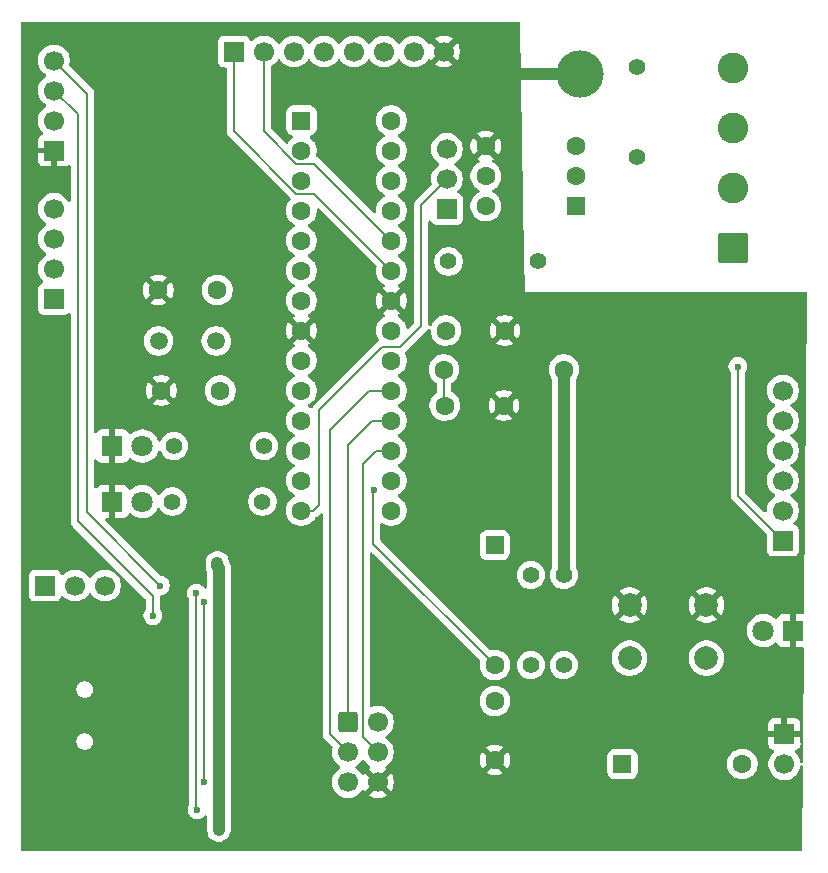
<source format=gbr>
%TF.GenerationSoftware,KiCad,Pcbnew,9.0.7*%
%TF.CreationDate,2026-02-16T21:59:20+01:00*%
%TF.ProjectId,anemometre,616e656d-6f6d-4657-9472-652e6b696361,rev?*%
%TF.SameCoordinates,Original*%
%TF.FileFunction,Copper,L2,Bot*%
%TF.FilePolarity,Positive*%
%FSLAX46Y46*%
G04 Gerber Fmt 4.6, Leading zero omitted, Abs format (unit mm)*
G04 Created by KiCad (PCBNEW 9.0.7) date 2026-02-16 21:59:20*
%MOMM*%
%LPD*%
G01*
G04 APERTURE LIST*
G04 Aperture macros list*
%AMRoundRect*
0 Rectangle with rounded corners*
0 $1 Rounding radius*
0 $2 $3 $4 $5 $6 $7 $8 $9 X,Y pos of 4 corners*
0 Add a 4 corners polygon primitive as box body*
4,1,4,$2,$3,$4,$5,$6,$7,$8,$9,$2,$3,0*
0 Add four circle primitives for the rounded corners*
1,1,$1+$1,$2,$3*
1,1,$1+$1,$4,$5*
1,1,$1+$1,$6,$7*
1,1,$1+$1,$8,$9*
0 Add four rect primitives between the rounded corners*
20,1,$1+$1,$2,$3,$4,$5,0*
20,1,$1+$1,$4,$5,$6,$7,0*
20,1,$1+$1,$6,$7,$8,$9,0*
20,1,$1+$1,$8,$9,$2,$3,0*%
G04 Aperture macros list end*
%TA.AperFunction,ComponentPad*%
%ADD10C,1.400000*%
%TD*%
%TA.AperFunction,ComponentPad*%
%ADD11RoundRect,0.250000X-0.550000X0.550000X-0.550000X-0.550000X0.550000X-0.550000X0.550000X0.550000X0*%
%TD*%
%TA.AperFunction,ComponentPad*%
%ADD12C,1.600000*%
%TD*%
%TA.AperFunction,ComponentPad*%
%ADD13R,1.700000X1.700000*%
%TD*%
%TA.AperFunction,ComponentPad*%
%ADD14C,1.700000*%
%TD*%
%TA.AperFunction,ComponentPad*%
%ADD15C,1.500000*%
%TD*%
%TA.AperFunction,ComponentPad*%
%ADD16RoundRect,0.250000X1.050000X-1.050000X1.050000X1.050000X-1.050000X1.050000X-1.050000X-1.050000X0*%
%TD*%
%TA.AperFunction,ComponentPad*%
%ADD17C,2.600000*%
%TD*%
%TA.AperFunction,ComponentPad*%
%ADD18R,1.800000X1.800000*%
%TD*%
%TA.AperFunction,ComponentPad*%
%ADD19C,1.800000*%
%TD*%
%TA.AperFunction,ComponentPad*%
%ADD20RoundRect,0.250000X-0.550000X-0.550000X0.550000X-0.550000X0.550000X0.550000X-0.550000X0.550000X0*%
%TD*%
%TA.AperFunction,ComponentPad*%
%ADD21RoundRect,0.250000X-0.600000X-0.600000X0.600000X-0.600000X0.600000X0.600000X-0.600000X0.600000X0*%
%TD*%
%TA.AperFunction,ComponentPad*%
%ADD22C,2.000000*%
%TD*%
%TA.AperFunction,ComponentPad*%
%ADD23RoundRect,0.250000X0.550000X0.550000X-0.550000X0.550000X-0.550000X-0.550000X0.550000X-0.550000X0*%
%TD*%
%TA.AperFunction,ViaPad*%
%ADD24C,0.600000*%
%TD*%
%TA.AperFunction,ViaPad*%
%ADD25C,4.000000*%
%TD*%
%TA.AperFunction,Conductor*%
%ADD26C,1.000000*%
%TD*%
%TA.AperFunction,Conductor*%
%ADD27C,0.200000*%
%TD*%
G04 APERTURE END LIST*
D10*
%TO.P,R5,1*%
%TO.N,+5V*%
X116459000Y-70358000D03*
%TO.P,R5,2*%
%TO.N,/RESET*%
X116459000Y-77978000D03*
%TD*%
D11*
%TO.P,D4,1,K*%
%TO.N,+5V*%
X113411000Y-67818000D03*
D12*
%TO.P,D4,2,A*%
%TO.N,/RESET*%
X113411000Y-77978000D03*
%TD*%
D13*
%TO.P,J10,1,Pin_1*%
%TO.N,/USBVCC*%
X75311000Y-71247000D03*
D14*
%TO.P,J10,2,Pin_2*%
%TO.N,+5V*%
X77851000Y-71247000D03*
%TO.P,J10,3,Pin_3*%
%TO.N,Net-(D3-K)*%
X80391000Y-71247000D03*
%TD*%
D13*
%TO.P,J3,1,Pin_1*%
%TO.N,/ADC0*%
X91313000Y-26035000D03*
D14*
%TO.P,J3,2,Pin_2*%
%TO.N,/ADC1*%
X93853000Y-26035000D03*
%TO.P,J3,3,Pin_3*%
%TO.N,/ADC2*%
X96393000Y-26035000D03*
%TO.P,J3,4,Pin_4*%
%TO.N,/ADC3*%
X98933000Y-26035000D03*
%TO.P,J3,5,Pin_5*%
%TO.N,/ADC4*%
X101473000Y-26035000D03*
%TO.P,J3,6,Pin_6*%
%TO.N,/ADC5*%
X104013000Y-26035000D03*
%TO.P,J3,7,Pin_7*%
%TO.N,/AREF*%
X106553000Y-26035000D03*
%TO.P,J3,8,Pin_8*%
%TO.N,GND*%
X109093000Y-26035000D03*
%TD*%
D13*
%TO.P,J4,1,Pin_1*%
%TO.N,Net-(J4-Pin_1)*%
X137795000Y-67437000D03*
D14*
%TO.P,J4,2,Pin_2*%
%TO.N,Net-(J4-Pin_2)*%
X137795000Y-64897000D03*
%TO.P,J4,3,Pin_3*%
%TO.N,Net-(J4-Pin_3)*%
X137795000Y-62357000D03*
%TO.P,J4,4,Pin_4*%
%TO.N,/MOSI*%
X137795000Y-59817000D03*
%TO.P,J4,5,Pin_5*%
%TO.N,/MISO*%
X137795000Y-57277000D03*
%TO.P,J4,6,Pin_6*%
%TO.N,/SCK*%
X137795000Y-54737000D03*
%TD*%
D13*
%TO.P,J5,1,Pin_1*%
%TO.N,Net-(J4-Pin_1)*%
X109347000Y-39370000D03*
D14*
%TO.P,J5,2,Pin_2*%
%TO.N,Net-(J5-Pin_2)*%
X109347000Y-36830000D03*
%TO.P,J5,3,Pin_3*%
%TO.N,Net-(J5-Pin_3)*%
X109347000Y-34290000D03*
%TD*%
D12*
%TO.P,C5,1*%
%TO.N,GND*%
X113411000Y-86026000D03*
%TO.P,C5,2*%
%TO.N,/RESET*%
X113411000Y-81026000D03*
%TD*%
D10*
%TO.P,R4,1*%
%TO.N,Net-(U1-PD6)*%
X93853000Y-59436000D03*
%TO.P,R4,2*%
%TO.N,Net-(D1-A)*%
X86233000Y-59436000D03*
%TD*%
D15*
%TO.P,Y1,1,1*%
%TO.N,Net-(U1-XTAL1{slash}PB6)*%
X89816000Y-50546000D03*
%TO.P,Y1,2,2*%
%TO.N,Net-(U1-XTAL2{slash}PB7)*%
X84936000Y-50546000D03*
%TD*%
D16*
%TO.P,J1,1,Pin_1*%
%TO.N,unconnected-(J1-Pin_1-Pad1)*%
X133604000Y-42672000D03*
D17*
%TO.P,J1,2,Pin_2*%
%TO.N,Net-(J1-Pin_2)*%
X133604000Y-37592000D03*
%TO.P,J1,3,Pin_3*%
%TO.N,GND1*%
X133604000Y-32512000D03*
%TO.P,J1,4,Pin_4*%
%TO.N,+24V*%
X133604000Y-27432000D03*
%TD*%
D12*
%TO.P,C4,1*%
%TO.N,Net-(U1-AVCC)*%
X109173000Y-56007000D03*
%TO.P,C4,2*%
%TO.N,GND*%
X114173000Y-56007000D03*
%TD*%
%TO.P,C1,1*%
%TO.N,Net-(U1-XTAL1{slash}PB6)*%
X89916000Y-46228000D03*
%TO.P,C1,2*%
%TO.N,GND*%
X84916000Y-46228000D03*
%TD*%
D10*
%TO.P,R3,1*%
%TO.N,Net-(U1-PD7)*%
X93726000Y-64135000D03*
%TO.P,R3,2*%
%TO.N,Net-(D2-A)*%
X86106000Y-64135000D03*
%TD*%
D18*
%TO.P,D1,1,K*%
%TO.N,GND*%
X81026000Y-59436000D03*
D19*
%TO.P,D1,2,A*%
%TO.N,Net-(D1-A)*%
X83566000Y-59436000D03*
%TD*%
D10*
%TO.P,R1,1*%
%TO.N,+5V*%
X109474000Y-43810000D03*
%TO.P,R1,2*%
%TO.N,Net-(J5-Pin_3)*%
X117094000Y-43810000D03*
%TD*%
%TO.P,R2,1*%
%TO.N,+24V*%
X125476000Y-27305000D03*
%TO.P,R2,2*%
%TO.N,Net-(R2-Pad2)*%
X125476000Y-34925000D03*
%TD*%
D12*
%TO.P,C2,1*%
%TO.N,Net-(U1-XTAL2{slash}PB7)*%
X90170000Y-54737000D03*
%TO.P,C2,2*%
%TO.N,GND*%
X85170000Y-54737000D03*
%TD*%
D18*
%TO.P,D5,1,K*%
%TO.N,GND*%
X138684000Y-75057000D03*
D19*
%TO.P,D5,2,A*%
%TO.N,Net-(D5-A)*%
X136144000Y-75057000D03*
%TD*%
D12*
%TO.P,C3,1*%
%TO.N,GND*%
X114260000Y-49657000D03*
%TO.P,C3,2*%
%TO.N,/AREF*%
X109260000Y-49657000D03*
%TD*%
D13*
%TO.P,J7,1,Pin_1*%
%TO.N,/T1*%
X76073000Y-46990000D03*
D14*
%TO.P,J7,2,Pin_2*%
%TO.N,/T0*%
X76073000Y-44450000D03*
%TO.P,J7,3,Pin_3*%
%TO.N,/INT1*%
X76073000Y-41910000D03*
%TO.P,J7,4,Pin_4*%
%TO.N,/INT0*%
X76073000Y-39370000D03*
%TD*%
D20*
%TO.P,D3,1,K*%
%TO.N,Net-(D3-K)*%
X124206000Y-86360000D03*
D12*
%TO.P,D3,2,A*%
%TO.N,Net-(D3-A)*%
X134366000Y-86360000D03*
%TD*%
D21*
%TO.P,J2,1,MISO*%
%TO.N,/MISO*%
X100965000Y-82804000D03*
D14*
%TO.P,J2,2,VCC*%
%TO.N,+5V*%
X103505000Y-82804000D03*
%TO.P,J2,3,SCK*%
%TO.N,/SCK*%
X100965000Y-85344000D03*
%TO.P,J2,4,MOSI*%
%TO.N,/MOSI*%
X103505000Y-85344000D03*
%TO.P,J2,5,~{RST}*%
%TO.N,/RESET*%
X100965000Y-87884000D03*
%TO.P,J2,6,GND*%
%TO.N,GND*%
X103505000Y-87884000D03*
%TD*%
D20*
%TO.P,U1,1,~{RESET}/PC6*%
%TO.N,/RESET*%
X97028000Y-31877000D03*
D12*
%TO.P,U1,2,PD0*%
%TO.N,/RXD*%
X97028000Y-34417000D03*
%TO.P,U1,3,PD1*%
%TO.N,/TXD*%
X97028000Y-36957000D03*
%TO.P,U1,4,PD2*%
%TO.N,/INT0*%
X97028000Y-39497000D03*
%TO.P,U1,5,PD3*%
%TO.N,/INT1*%
X97028000Y-42037000D03*
%TO.P,U1,6,PD4*%
%TO.N,/T0*%
X97028000Y-44577000D03*
%TO.P,U1,7,VCC*%
%TO.N,+5V*%
X97028000Y-47117000D03*
%TO.P,U1,8,GND*%
%TO.N,GND*%
X97028000Y-49657000D03*
%TO.P,U1,9,XTAL1/PB6*%
%TO.N,Net-(U1-XTAL1{slash}PB6)*%
X97028000Y-52197000D03*
%TO.P,U1,10,XTAL2/PB7*%
%TO.N,Net-(U1-XTAL2{slash}PB7)*%
X97028000Y-54737000D03*
%TO.P,U1,11,PD5*%
%TO.N,/T1*%
X97028000Y-57277000D03*
%TO.P,U1,12,PD6*%
%TO.N,Net-(U1-PD6)*%
X97028000Y-59817000D03*
%TO.P,U1,13,PD7*%
%TO.N,Net-(U1-PD7)*%
X97028000Y-62357000D03*
%TO.P,U1,14,PB0*%
%TO.N,Net-(J5-Pin_2)*%
X97028000Y-64897000D03*
%TO.P,U1,15,PB1*%
%TO.N,Net-(J4-Pin_2)*%
X104648000Y-64897000D03*
%TO.P,U1,16,PB2*%
%TO.N,Net-(J4-Pin_3)*%
X104648000Y-62357000D03*
%TO.P,U1,17,PB3*%
%TO.N,/MOSI*%
X104648000Y-59817000D03*
%TO.P,U1,18,PB4*%
%TO.N,/MISO*%
X104648000Y-57277000D03*
%TO.P,U1,19,PB5*%
%TO.N,/SCK*%
X104648000Y-54737000D03*
%TO.P,U1,20,AVCC*%
%TO.N,Net-(U1-AVCC)*%
X104648000Y-52197000D03*
%TO.P,U1,21,AREF*%
%TO.N,/AREF*%
X104648000Y-49657000D03*
%TO.P,U1,22,GND*%
%TO.N,GND*%
X104648000Y-47117000D03*
%TO.P,U1,23,PC0*%
%TO.N,/ADC0*%
X104648000Y-44577000D03*
%TO.P,U1,24,PC1*%
%TO.N,/ADC1*%
X104648000Y-42037000D03*
%TO.P,U1,25,PC2*%
%TO.N,/ADC2*%
X104648000Y-39497000D03*
%TO.P,U1,26,PC3*%
%TO.N,/ADC3*%
X104648000Y-36957000D03*
%TO.P,U1,27,PC4*%
%TO.N,/ADC4*%
X104648000Y-34417000D03*
%TO.P,U1,28,PC5*%
%TO.N,/ADC5*%
X104648000Y-31877000D03*
%TD*%
D22*
%TO.P,SW1,1,1*%
%TO.N,GND*%
X124818000Y-72898000D03*
X131318000Y-72898000D03*
%TO.P,SW1,2,2*%
%TO.N,/RESET*%
X124818000Y-77398000D03*
X131318000Y-77398000D03*
%TD*%
D18*
%TO.P,D2,1,K*%
%TO.N,GND*%
X81026000Y-64135000D03*
D19*
%TO.P,D2,2,A*%
%TO.N,Net-(D2-A)*%
X83566000Y-64135000D03*
%TD*%
D23*
%TO.P,U2,1*%
%TO.N,Net-(R2-Pad2)*%
X120264000Y-39116000D03*
D12*
%TO.P,U2,2*%
%TO.N,Net-(J1-Pin_2)*%
X120264000Y-36576000D03*
%TO.P,U2,3,NC*%
%TO.N,unconnected-(U2-NC-Pad3)*%
X120264000Y-34036000D03*
%TO.P,U2,4*%
%TO.N,GND*%
X112644000Y-34036000D03*
%TO.P,U2,5*%
%TO.N,Net-(J5-Pin_3)*%
X112644000Y-36576000D03*
%TO.P,U2,6*%
%TO.N,unconnected-(U2-Pad6)*%
X112644000Y-39116000D03*
%TD*%
%TO.P,L1,1,1*%
%TO.N,+5V*%
X119253000Y-52959000D03*
%TO.P,L1,2,2*%
%TO.N,Net-(U1-AVCC)*%
X109093000Y-52959000D03*
%TD*%
D13*
%TO.P,J6,1,Pin_1*%
%TO.N,GND*%
X76073000Y-34417000D03*
D14*
%TO.P,J6,2,Pin_2*%
%TO.N,+5V*%
X76073000Y-31877000D03*
%TO.P,J6,3,Pin_3*%
%TO.N,/TXD*%
X76073000Y-29337000D03*
%TO.P,J6,4,Pin_4*%
%TO.N,/RXD*%
X76073000Y-26797000D03*
%TD*%
D10*
%TO.P,R6,1*%
%TO.N,+5V*%
X119253000Y-70358000D03*
%TO.P,R6,2*%
%TO.N,Net-(D5-A)*%
X119253000Y-77978000D03*
%TD*%
D13*
%TO.P,J9,1,Pin_1*%
%TO.N,GND*%
X137922000Y-83820000D03*
D14*
%TO.P,J9,2,Pin_2*%
%TO.N,Net-(D3-A)*%
X137922000Y-86360000D03*
%TD*%
D24*
%TO.N,GND*%
X95504000Y-84074000D03*
D25*
X120650000Y-27940000D03*
X135128000Y-90551000D03*
X77470000Y-90551000D03*
X84074000Y-28321000D03*
D24*
X91948000Y-77851000D03*
X85598000Y-86360000D03*
X84709000Y-75184000D03*
%TO.N,/RESET*%
X103187500Y-63182500D03*
%TO.N,Net-(J4-Pin_1)*%
X133985000Y-52705000D03*
%TO.N,/TXD*%
X84455000Y-73787000D03*
%TO.N,/RXD*%
X85090000Y-71247000D03*
%TO.N,Net-(D3-K)*%
X89916000Y-69342000D03*
X90043000Y-91948000D03*
%TO.N,Net-(U3-RTS)*%
X88773000Y-87884000D03*
X88773000Y-72644000D03*
%TO.N,Net-(U3-DTR)*%
X88138000Y-71882000D03*
X88201500Y-90233500D03*
%TD*%
D26*
%TO.N,+5V*%
X119253000Y-70358000D02*
X119253000Y-52959000D01*
%TO.N,Net-(D3-K)*%
X89916000Y-69596000D02*
X89916000Y-69342000D01*
X90043000Y-69723000D02*
X89916000Y-69596000D01*
X90043000Y-91948000D02*
X90043000Y-69723000D01*
D27*
%TO.N,Net-(J5-Pin_2)*%
X107188000Y-38989000D02*
X109347000Y-36830000D01*
X107188000Y-49276000D02*
X107188000Y-38989000D01*
X105410000Y-51054000D02*
X107188000Y-49276000D01*
X103886000Y-51054000D02*
X105410000Y-51054000D01*
X98552000Y-56388000D02*
X103886000Y-51054000D01*
X98552000Y-64389000D02*
X98552000Y-56388000D01*
X98044000Y-64897000D02*
X98552000Y-64389000D01*
X97028000Y-64897000D02*
X98044000Y-64897000D01*
%TO.N,Net-(U3-RTS)*%
X88773000Y-72644000D02*
X88773000Y-87884000D01*
%TO.N,/RESET*%
X103124000Y-67691000D02*
X113411000Y-77978000D01*
X103124000Y-63246000D02*
X103124000Y-67691000D01*
X103187500Y-63182500D02*
X103124000Y-63246000D01*
%TO.N,/TXD*%
X78085000Y-31349000D02*
X76073000Y-29337000D01*
X78085000Y-65766000D02*
X78085000Y-31349000D01*
X84455000Y-73787000D02*
X84455000Y-72136000D01*
X84455000Y-72136000D02*
X78085000Y-65766000D01*
D26*
%TO.N,+5V*%
X113284000Y-67691000D02*
X113411000Y-67818000D01*
%TO.N,GND*%
X120650000Y-27940000D02*
X115316000Y-27940000D01*
D27*
%TO.N,Net-(U1-AVCC)*%
X109093000Y-52959000D02*
X109093000Y-55927000D01*
X109093000Y-55927000D02*
X109173000Y-56007000D01*
%TO.N,/MISO*%
X102997000Y-57277000D02*
X104648000Y-57277000D01*
X100965000Y-59309000D02*
X102997000Y-57277000D01*
X100965000Y-82804000D02*
X100965000Y-59309000D01*
%TO.N,/MOSI*%
X102235000Y-84074000D02*
X103505000Y-85344000D01*
X104648000Y-59817000D02*
X103378000Y-59817000D01*
X102235000Y-60960000D02*
X102235000Y-84074000D01*
X103378000Y-59817000D02*
X102235000Y-60960000D01*
%TO.N,/SCK*%
X100965000Y-85344000D02*
X99441000Y-83820000D01*
X99441000Y-58039000D02*
X102743000Y-54737000D01*
X102743000Y-54737000D02*
X104648000Y-54737000D01*
X99441000Y-83820000D02*
X99441000Y-58039000D01*
%TO.N,/ADC1*%
X93853000Y-32799050D02*
X93853000Y-26035000D01*
X96571950Y-35518000D02*
X93853000Y-32799050D01*
X98129000Y-35518000D02*
X96571950Y-35518000D01*
X104648000Y-42037000D02*
X98129000Y-35518000D01*
%TO.N,/ADC2*%
X95758000Y-26162000D02*
X95631000Y-26035000D01*
%TO.N,/ADC0*%
X91313000Y-32799050D02*
X91313000Y-26035000D01*
X98129000Y-38058000D02*
X96571950Y-38058000D01*
X96571950Y-38058000D02*
X91313000Y-32799050D01*
X104648000Y-44577000D02*
X98129000Y-38058000D01*
%TO.N,/ADC3*%
X104648000Y-36957000D02*
X104648000Y-36830000D01*
%TO.N,Net-(J4-Pin_1)*%
X133985000Y-52705000D02*
X133985000Y-63627000D01*
X133985000Y-63627000D02*
X137795000Y-67437000D01*
%TO.N,/RXD*%
X78867000Y-29591000D02*
X76073000Y-26797000D01*
X85090000Y-71247000D02*
X78867000Y-65024000D01*
X78867000Y-65024000D02*
X78867000Y-29591000D01*
%TO.N,Net-(U1-XTAL1{slash}PB6)*%
X89816000Y-45820000D02*
X90043000Y-45593000D01*
%TO.N,Net-(U1-XTAL2{slash}PB7)*%
X85043000Y-50653000D02*
X84936000Y-50546000D01*
%TO.N,Net-(U3-DTR)*%
X88138000Y-71882000D02*
X88138000Y-90170000D01*
%TD*%
%TA.AperFunction,Conductor*%
%TO.N,GND*%
G36*
X102306444Y-85997999D02*
G01*
X102345484Y-86043054D01*
X102345845Y-86043761D01*
X102349951Y-86051820D01*
X102474890Y-86223786D01*
X102625213Y-86374109D01*
X102797179Y-86499048D01*
X102797181Y-86499049D01*
X102797184Y-86499051D01*
X102806493Y-86503794D01*
X102857290Y-86551766D01*
X102874087Y-86619587D01*
X102851552Y-86685722D01*
X102806505Y-86724760D01*
X102797446Y-86729376D01*
X102797440Y-86729380D01*
X102743282Y-86768727D01*
X102743282Y-86768728D01*
X103375591Y-87401037D01*
X103312007Y-87418075D01*
X103197993Y-87483901D01*
X103104901Y-87576993D01*
X103039075Y-87691007D01*
X103022037Y-87754591D01*
X102389728Y-87122282D01*
X102389727Y-87122282D01*
X102350380Y-87176440D01*
X102350376Y-87176446D01*
X102345760Y-87185505D01*
X102297781Y-87236297D01*
X102229959Y-87253087D01*
X102163826Y-87230543D01*
X102124794Y-87185493D01*
X102120051Y-87176184D01*
X102120049Y-87176181D01*
X102120048Y-87176179D01*
X101995109Y-87004213D01*
X101844786Y-86853890D01*
X101672820Y-86728951D01*
X101664600Y-86724763D01*
X101664054Y-86724485D01*
X101613259Y-86676512D01*
X101596463Y-86608692D01*
X101618999Y-86542556D01*
X101664054Y-86503515D01*
X101672816Y-86499051D01*
X101717912Y-86466287D01*
X101844786Y-86374109D01*
X101844788Y-86374106D01*
X101844792Y-86374104D01*
X101995104Y-86223792D01*
X101995106Y-86223788D01*
X101995109Y-86223786D01*
X102120048Y-86051820D01*
X102120049Y-86051819D01*
X102120051Y-86051816D01*
X102124514Y-86043054D01*
X102172488Y-85992259D01*
X102240308Y-85975463D01*
X102306444Y-85997999D01*
G37*
%TD.AperFunction*%
%TA.AperFunction,Conductor*%
G36*
X98533703Y-39312384D02*
G01*
X98540181Y-39318416D01*
X103353922Y-44132157D01*
X103387407Y-44193480D01*
X103384173Y-44258155D01*
X103379522Y-44272468D01*
X103347500Y-44474648D01*
X103347500Y-44679351D01*
X103379522Y-44881534D01*
X103442781Y-45076223D01*
X103535715Y-45258613D01*
X103656028Y-45424213D01*
X103800786Y-45568971D01*
X103966385Y-45689284D01*
X103966387Y-45689285D01*
X103966390Y-45689287D01*
X104059080Y-45736515D01*
X104059630Y-45736795D01*
X104110426Y-45784770D01*
X104127221Y-45852591D01*
X104104684Y-45918725D01*
X104059630Y-45957765D01*
X103966644Y-46005143D01*
X103922077Y-46037523D01*
X103922077Y-46037524D01*
X104601554Y-46717000D01*
X104595339Y-46717000D01*
X104493606Y-46744259D01*
X104402394Y-46796920D01*
X104327920Y-46871394D01*
X104275259Y-46962606D01*
X104248000Y-47064339D01*
X104248000Y-47070553D01*
X103568524Y-46391077D01*
X103568523Y-46391077D01*
X103536143Y-46435644D01*
X103443244Y-46617968D01*
X103380009Y-46812582D01*
X103348000Y-47014682D01*
X103348000Y-47219317D01*
X103380009Y-47421417D01*
X103443244Y-47616031D01*
X103536141Y-47798350D01*
X103536147Y-47798359D01*
X103568523Y-47842921D01*
X103568524Y-47842922D01*
X104248000Y-47163446D01*
X104248000Y-47169661D01*
X104275259Y-47271394D01*
X104327920Y-47362606D01*
X104402394Y-47437080D01*
X104493606Y-47489741D01*
X104595339Y-47517000D01*
X104601553Y-47517000D01*
X103922076Y-48196474D01*
X103966652Y-48228861D01*
X104059628Y-48276234D01*
X104110425Y-48324208D01*
X104127220Y-48392029D01*
X104104683Y-48458164D01*
X104059630Y-48497203D01*
X103966388Y-48544713D01*
X103800786Y-48665028D01*
X103656028Y-48809786D01*
X103535715Y-48975386D01*
X103442781Y-49157776D01*
X103379522Y-49352465D01*
X103347500Y-49554648D01*
X103347500Y-49759351D01*
X103379522Y-49961534D01*
X103442781Y-50156223D01*
X103492181Y-50253174D01*
X103535585Y-50338359D01*
X103535715Y-50338613D01*
X103569535Y-50385163D01*
X103593015Y-50450969D01*
X103577189Y-50519023D01*
X103531218Y-50565434D01*
X103517290Y-50573475D01*
X103517282Y-50573481D01*
X98071479Y-56019284D01*
X98060963Y-56037500D01*
X98051295Y-56054246D01*
X97992423Y-56156215D01*
X97987484Y-56174645D01*
X97980883Y-56187084D01*
X97965911Y-56202415D01*
X97954757Y-56220712D01*
X97941986Y-56226914D01*
X97932067Y-56237072D01*
X97911183Y-56241875D01*
X97891908Y-56251237D01*
X97877811Y-56249550D01*
X97863975Y-56252733D01*
X97843809Y-56245483D01*
X97822533Y-56242938D01*
X97798468Y-56229271D01*
X97709614Y-56164715D01*
X97692932Y-56156215D01*
X97616917Y-56117483D01*
X97566123Y-56069511D01*
X97549328Y-56001690D01*
X97571865Y-55935555D01*
X97616917Y-55896516D01*
X97709610Y-55849287D01*
X97754774Y-55816474D01*
X97875213Y-55728971D01*
X97875215Y-55728968D01*
X97875219Y-55728966D01*
X98019966Y-55584219D01*
X98019968Y-55584215D01*
X98019971Y-55584213D01*
X98075505Y-55507776D01*
X98140287Y-55418610D01*
X98233220Y-55236219D01*
X98296477Y-55041534D01*
X98328500Y-54839352D01*
X98328500Y-54634648D01*
X98320257Y-54582606D01*
X98296477Y-54432465D01*
X98239296Y-54256481D01*
X98233220Y-54237781D01*
X98233218Y-54237778D01*
X98233218Y-54237776D01*
X98199503Y-54171607D01*
X98140287Y-54055390D01*
X98132556Y-54044749D01*
X98019971Y-53889786D01*
X97875213Y-53745028D01*
X97709614Y-53624715D01*
X97703006Y-53621348D01*
X97616917Y-53577483D01*
X97566123Y-53529511D01*
X97549328Y-53461690D01*
X97571865Y-53395555D01*
X97616917Y-53356516D01*
X97709610Y-53309287D01*
X97772584Y-53263534D01*
X97875213Y-53188971D01*
X97875215Y-53188968D01*
X97875219Y-53188966D01*
X98019966Y-53044219D01*
X98019968Y-53044215D01*
X98019971Y-53044213D01*
X98096777Y-52938497D01*
X98140287Y-52878610D01*
X98233220Y-52696219D01*
X98296477Y-52501534D01*
X98328500Y-52299352D01*
X98328500Y-52094648D01*
X98303256Y-51935264D01*
X98296477Y-51892465D01*
X98255291Y-51765709D01*
X98233220Y-51697781D01*
X98233218Y-51697778D01*
X98233218Y-51697776D01*
X98181488Y-51596252D01*
X98140287Y-51515390D01*
X98128981Y-51499828D01*
X98019971Y-51349786D01*
X97875213Y-51205028D01*
X97709611Y-51084713D01*
X97616369Y-51037203D01*
X97565574Y-50989229D01*
X97548779Y-50921407D01*
X97571317Y-50855273D01*
X97616371Y-50816234D01*
X97709346Y-50768861D01*
X97709347Y-50768861D01*
X97753921Y-50736474D01*
X97074447Y-50057000D01*
X97080661Y-50057000D01*
X97182394Y-50029741D01*
X97273606Y-49977080D01*
X97348080Y-49902606D01*
X97400741Y-49811394D01*
X97428000Y-49709661D01*
X97428000Y-49703447D01*
X98107474Y-50382921D01*
X98139859Y-50338349D01*
X98232755Y-50156031D01*
X98295990Y-49961417D01*
X98328000Y-49759317D01*
X98328000Y-49554682D01*
X98295990Y-49352582D01*
X98232755Y-49157968D01*
X98139859Y-48975650D01*
X98107474Y-48931077D01*
X98107474Y-48931076D01*
X97428000Y-49610551D01*
X97428000Y-49604339D01*
X97400741Y-49502606D01*
X97348080Y-49411394D01*
X97273606Y-49336920D01*
X97182394Y-49284259D01*
X97080661Y-49257000D01*
X97074446Y-49257000D01*
X97753922Y-48577524D01*
X97753921Y-48577523D01*
X97709359Y-48545147D01*
X97709350Y-48545141D01*
X97616369Y-48497765D01*
X97565573Y-48449790D01*
X97548778Y-48381969D01*
X97571315Y-48315835D01*
X97616370Y-48276795D01*
X97617471Y-48276234D01*
X97709610Y-48229287D01*
X97792722Y-48168903D01*
X97875213Y-48108971D01*
X97875215Y-48108968D01*
X97875219Y-48108966D01*
X98019966Y-47964219D01*
X98019968Y-47964215D01*
X98019971Y-47964213D01*
X98075436Y-47887870D01*
X98140287Y-47798610D01*
X98233220Y-47616219D01*
X98296477Y-47421534D01*
X98328500Y-47219352D01*
X98328500Y-47014648D01*
X98311822Y-46909349D01*
X98296477Y-46812465D01*
X98236540Y-46628000D01*
X98233220Y-46617781D01*
X98233218Y-46617778D01*
X98233218Y-46617776D01*
X98199503Y-46551607D01*
X98140287Y-46435390D01*
X98108092Y-46391077D01*
X98019971Y-46269786D01*
X97875213Y-46125028D01*
X97709614Y-46004715D01*
X97703006Y-46001348D01*
X97616917Y-45957483D01*
X97566123Y-45909511D01*
X97549328Y-45841690D01*
X97571865Y-45775555D01*
X97616917Y-45736516D01*
X97709610Y-45689287D01*
X97730770Y-45673913D01*
X97875213Y-45568971D01*
X97875215Y-45568968D01*
X97875219Y-45568966D01*
X98019966Y-45424219D01*
X98019968Y-45424215D01*
X98019971Y-45424213D01*
X98072732Y-45351590D01*
X98140287Y-45258610D01*
X98233220Y-45076219D01*
X98296477Y-44881534D01*
X98328500Y-44679352D01*
X98328500Y-44474648D01*
X98296477Y-44272466D01*
X98295947Y-44270836D01*
X98233218Y-44077776D01*
X98199503Y-44011607D01*
X98140287Y-43895390D01*
X98132556Y-43884749D01*
X98019971Y-43729786D01*
X97875213Y-43585028D01*
X97709614Y-43464715D01*
X97703006Y-43461348D01*
X97616917Y-43417483D01*
X97566123Y-43369511D01*
X97549328Y-43301690D01*
X97571865Y-43235555D01*
X97616917Y-43196516D01*
X97709610Y-43149287D01*
X97765672Y-43108556D01*
X97875213Y-43028971D01*
X97875215Y-43028968D01*
X97875219Y-43028966D01*
X98019966Y-42884219D01*
X98019968Y-42884215D01*
X98019971Y-42884213D01*
X98072732Y-42811590D01*
X98140287Y-42718610D01*
X98233220Y-42536219D01*
X98296477Y-42341534D01*
X98328500Y-42139352D01*
X98328500Y-41934648D01*
X98296477Y-41732466D01*
X98233220Y-41537781D01*
X98233218Y-41537778D01*
X98233218Y-41537776D01*
X98198278Y-41469203D01*
X98140287Y-41355390D01*
X98132556Y-41344749D01*
X98019971Y-41189786D01*
X97875213Y-41045028D01*
X97709614Y-40924715D01*
X97703006Y-40921348D01*
X97616917Y-40877483D01*
X97566123Y-40829511D01*
X97549328Y-40761690D01*
X97571865Y-40695555D01*
X97616917Y-40656516D01*
X97709610Y-40609287D01*
X97765672Y-40568556D01*
X97875213Y-40488971D01*
X97875215Y-40488968D01*
X97875219Y-40488966D01*
X98019966Y-40344219D01*
X98019968Y-40344215D01*
X98019971Y-40344213D01*
X98082090Y-40258712D01*
X98140287Y-40178610D01*
X98233220Y-39996219D01*
X98296477Y-39801534D01*
X98328500Y-39599352D01*
X98328500Y-39406097D01*
X98348185Y-39339058D01*
X98400989Y-39293303D01*
X98470147Y-39283359D01*
X98533703Y-39312384D01*
G37*
%TD.AperFunction*%
%TA.AperFunction,Conductor*%
G36*
X115515088Y-23514685D02*
G01*
X115560843Y-23567489D01*
X115572032Y-23616934D01*
X115905542Y-43627549D01*
X115904033Y-43649012D01*
X115893500Y-43715519D01*
X115893500Y-43904486D01*
X115910752Y-44013409D01*
X115912262Y-44030741D01*
X115942991Y-45874446D01*
X115951000Y-46355000D01*
X139701999Y-46355000D01*
X139769038Y-46374685D01*
X139814793Y-46427489D01*
X139825994Y-46479995D01*
X139687194Y-63737486D01*
X139608402Y-73533997D01*
X139588179Y-73600876D01*
X139535009Y-73646205D01*
X139484406Y-73657000D01*
X138934000Y-73657000D01*
X138934000Y-74681722D01*
X138857694Y-74637667D01*
X138743244Y-74607000D01*
X138624756Y-74607000D01*
X138510306Y-74637667D01*
X138434000Y-74681722D01*
X138434000Y-73657000D01*
X137736155Y-73657000D01*
X137676627Y-73663401D01*
X137676620Y-73663403D01*
X137541913Y-73713645D01*
X137541906Y-73713649D01*
X137426812Y-73799809D01*
X137426809Y-73799812D01*
X137340649Y-73914906D01*
X137340643Y-73914918D01*
X137310785Y-73994969D01*
X137268914Y-74050903D01*
X137203449Y-74075319D01*
X137135176Y-74060467D01*
X137106923Y-74039316D01*
X137056363Y-73988756D01*
X137056358Y-73988752D01*
X136878025Y-73859187D01*
X136878024Y-73859186D01*
X136878022Y-73859185D01*
X136815096Y-73827122D01*
X136681606Y-73759104D01*
X136681603Y-73759103D01*
X136471952Y-73690985D01*
X136363086Y-73673742D01*
X136254222Y-73656500D01*
X136033778Y-73656500D01*
X135961201Y-73667995D01*
X135816047Y-73690985D01*
X135606396Y-73759103D01*
X135606393Y-73759104D01*
X135409974Y-73859187D01*
X135231641Y-73988752D01*
X135231636Y-73988756D01*
X135075756Y-74144636D01*
X135075752Y-74144641D01*
X134946187Y-74322974D01*
X134846104Y-74519393D01*
X134846103Y-74519396D01*
X134777985Y-74729047D01*
X134743500Y-74946778D01*
X134743500Y-75167221D01*
X134777985Y-75384952D01*
X134846103Y-75594603D01*
X134846104Y-75594606D01*
X134946187Y-75791025D01*
X135075752Y-75969358D01*
X135075756Y-75969363D01*
X135231636Y-76125243D01*
X135231641Y-76125247D01*
X135387192Y-76238260D01*
X135409978Y-76254815D01*
X135526501Y-76314187D01*
X135606393Y-76354895D01*
X135606396Y-76354896D01*
X135711221Y-76388955D01*
X135816049Y-76423015D01*
X136033778Y-76457500D01*
X136033779Y-76457500D01*
X136254221Y-76457500D01*
X136254222Y-76457500D01*
X136471951Y-76423015D01*
X136681606Y-76354895D01*
X136878022Y-76254815D01*
X137056365Y-76125242D01*
X137106924Y-76074682D01*
X137168245Y-76041198D01*
X137237936Y-76046182D01*
X137293870Y-76088053D01*
X137310786Y-76119030D01*
X137340646Y-76199087D01*
X137340649Y-76199093D01*
X137426809Y-76314187D01*
X137426812Y-76314190D01*
X137541906Y-76400350D01*
X137541913Y-76400354D01*
X137676620Y-76450596D01*
X137676627Y-76450598D01*
X137736155Y-76456999D01*
X137736172Y-76457000D01*
X138434000Y-76457000D01*
X138434000Y-75432277D01*
X138510306Y-75476333D01*
X138624756Y-75507000D01*
X138743244Y-75507000D01*
X138857694Y-75476333D01*
X138934000Y-75432277D01*
X138934000Y-76457000D01*
X139459892Y-76457000D01*
X139526931Y-76476685D01*
X139572686Y-76529489D01*
X139583887Y-76581994D01*
X139522241Y-84246667D01*
X139519996Y-84525846D01*
X139499773Y-84592725D01*
X139449870Y-84635268D01*
X139485019Y-84656123D01*
X139516294Y-84718602D01*
X139518260Y-84741616D01*
X139506861Y-86158870D01*
X139486638Y-86225749D01*
X139433468Y-86271078D01*
X139364231Y-86280465D01*
X139300911Y-86250930D01*
X139263611Y-86191850D01*
X139260393Y-86177278D01*
X139241101Y-86055466D01*
X139239247Y-86043761D01*
X139239246Y-86043760D01*
X139239246Y-86043757D01*
X139173557Y-85841588D01*
X139077051Y-85652184D01*
X139077049Y-85652181D01*
X139077048Y-85652179D01*
X138952109Y-85480213D01*
X138838181Y-85366285D01*
X138804696Y-85304962D01*
X138809680Y-85235270D01*
X138851552Y-85179337D01*
X138882529Y-85162422D01*
X139014086Y-85113354D01*
X139014093Y-85113350D01*
X139129187Y-85027190D01*
X139129190Y-85027187D01*
X139215350Y-84912093D01*
X139215354Y-84912086D01*
X139265596Y-84777380D01*
X139270974Y-84727364D01*
X139297712Y-84662813D01*
X139342963Y-84631394D01*
X139314046Y-84617906D01*
X139276746Y-84558826D01*
X139272000Y-84524849D01*
X139272000Y-84070000D01*
X138355012Y-84070000D01*
X138387925Y-84012993D01*
X138422000Y-83885826D01*
X138422000Y-83754174D01*
X138387925Y-83627007D01*
X138355012Y-83570000D01*
X139272000Y-83570000D01*
X139272000Y-82922172D01*
X139271999Y-82922155D01*
X139265598Y-82862627D01*
X139265596Y-82862620D01*
X139215354Y-82727913D01*
X139215350Y-82727906D01*
X139129190Y-82612812D01*
X139129187Y-82612809D01*
X139014093Y-82526649D01*
X139014086Y-82526645D01*
X138879379Y-82476403D01*
X138879372Y-82476401D01*
X138819844Y-82470000D01*
X138172000Y-82470000D01*
X138172000Y-83386988D01*
X138114993Y-83354075D01*
X137987826Y-83320000D01*
X137856174Y-83320000D01*
X137729007Y-83354075D01*
X137672000Y-83386988D01*
X137672000Y-82470000D01*
X137024155Y-82470000D01*
X136964627Y-82476401D01*
X136964620Y-82476403D01*
X136829913Y-82526645D01*
X136829906Y-82526649D01*
X136714812Y-82612809D01*
X136714809Y-82612812D01*
X136628649Y-82727906D01*
X136628645Y-82727913D01*
X136578403Y-82862620D01*
X136578401Y-82862627D01*
X136572000Y-82922155D01*
X136572000Y-83570000D01*
X137488988Y-83570000D01*
X137456075Y-83627007D01*
X137422000Y-83754174D01*
X137422000Y-83885826D01*
X137456075Y-84012993D01*
X137488988Y-84070000D01*
X136572000Y-84070000D01*
X136572000Y-84717844D01*
X136578401Y-84777372D01*
X136578403Y-84777379D01*
X136628645Y-84912086D01*
X136628649Y-84912093D01*
X136714809Y-85027187D01*
X136714812Y-85027190D01*
X136829906Y-85113350D01*
X136829913Y-85113354D01*
X136961470Y-85162422D01*
X137017404Y-85204293D01*
X137041821Y-85269758D01*
X137026969Y-85338031D01*
X137005819Y-85366285D01*
X136891889Y-85480215D01*
X136766951Y-85652179D01*
X136670444Y-85841585D01*
X136604753Y-86043760D01*
X136571500Y-86253713D01*
X136571500Y-86466286D01*
X136602378Y-86661246D01*
X136604754Y-86676243D01*
X136662477Y-86853896D01*
X136670444Y-86878414D01*
X136766951Y-87067820D01*
X136891890Y-87239786D01*
X137042213Y-87390109D01*
X137214179Y-87515048D01*
X137214181Y-87515049D01*
X137214184Y-87515051D01*
X137403588Y-87611557D01*
X137605757Y-87677246D01*
X137815713Y-87710500D01*
X137815714Y-87710500D01*
X138028286Y-87710500D01*
X138028287Y-87710500D01*
X138238243Y-87677246D01*
X138440412Y-87611557D01*
X138629816Y-87515051D01*
X138688680Y-87472284D01*
X138801786Y-87390109D01*
X138801788Y-87390106D01*
X138801792Y-87390104D01*
X138952104Y-87239792D01*
X138952106Y-87239788D01*
X138952109Y-87239786D01*
X139077048Y-87067820D01*
X139077047Y-87067820D01*
X139077051Y-87067816D01*
X139173557Y-86878412D01*
X139239246Y-86676243D01*
X139256967Y-86564355D01*
X139286896Y-86501221D01*
X139346207Y-86464289D01*
X139416070Y-86465287D01*
X139474303Y-86503896D01*
X139502417Y-86567860D01*
X139503436Y-86584750D01*
X139446989Y-93602997D01*
X139426766Y-93669876D01*
X139373596Y-93715205D01*
X139322993Y-93726000D01*
X73403000Y-93726000D01*
X73335961Y-93706315D01*
X73290206Y-93653511D01*
X73279000Y-93602000D01*
X73279000Y-84519995D01*
X77979499Y-84519995D01*
X78006418Y-84655322D01*
X78006421Y-84655332D01*
X78059221Y-84782804D01*
X78059228Y-84782817D01*
X78135885Y-84897541D01*
X78135888Y-84897545D01*
X78233454Y-84995111D01*
X78233458Y-84995114D01*
X78348182Y-85071771D01*
X78348195Y-85071778D01*
X78448560Y-85113350D01*
X78475672Y-85124580D01*
X78475676Y-85124580D01*
X78475677Y-85124581D01*
X78611004Y-85151500D01*
X78611007Y-85151500D01*
X78748995Y-85151500D01*
X78881286Y-85125185D01*
X78884328Y-85124580D01*
X79011811Y-85071775D01*
X79126542Y-84995114D01*
X79224114Y-84897542D01*
X79300775Y-84782811D01*
X79353580Y-84655328D01*
X79380500Y-84519993D01*
X79380500Y-84382007D01*
X79380500Y-84382004D01*
X79353581Y-84246677D01*
X79353580Y-84246676D01*
X79353580Y-84246672D01*
X79342573Y-84220099D01*
X79300778Y-84119195D01*
X79300771Y-84119182D01*
X79224114Y-84004458D01*
X79224111Y-84004454D01*
X79126545Y-83906888D01*
X79126541Y-83906885D01*
X79011817Y-83830228D01*
X79011804Y-83830221D01*
X78884332Y-83777421D01*
X78884322Y-83777418D01*
X78748995Y-83750500D01*
X78748993Y-83750500D01*
X78611007Y-83750500D01*
X78611005Y-83750500D01*
X78475677Y-83777418D01*
X78475667Y-83777421D01*
X78348195Y-83830221D01*
X78348182Y-83830228D01*
X78233458Y-83906885D01*
X78233454Y-83906888D01*
X78135888Y-84004454D01*
X78135885Y-84004458D01*
X78059228Y-84119182D01*
X78059221Y-84119195D01*
X78006421Y-84246667D01*
X78006418Y-84246677D01*
X77979500Y-84382004D01*
X77979500Y-84382007D01*
X77979500Y-84519993D01*
X77979500Y-84519995D01*
X77979499Y-84519995D01*
X73279000Y-84519995D01*
X73279000Y-80119995D01*
X77979499Y-80119995D01*
X78006418Y-80255322D01*
X78006421Y-80255332D01*
X78059221Y-80382804D01*
X78059228Y-80382817D01*
X78135885Y-80497541D01*
X78135888Y-80497545D01*
X78233454Y-80595111D01*
X78233458Y-80595114D01*
X78348182Y-80671771D01*
X78348195Y-80671778D01*
X78468154Y-80721466D01*
X78475672Y-80724580D01*
X78475676Y-80724580D01*
X78475677Y-80724581D01*
X78611004Y-80751500D01*
X78611007Y-80751500D01*
X78748995Y-80751500D01*
X78840041Y-80733389D01*
X78884328Y-80724580D01*
X79011811Y-80671775D01*
X79126542Y-80595114D01*
X79224114Y-80497542D01*
X79300775Y-80382811D01*
X79353580Y-80255328D01*
X79380500Y-80119993D01*
X79380500Y-79982007D01*
X79380500Y-79982004D01*
X79353581Y-79846677D01*
X79353580Y-79846676D01*
X79353580Y-79846672D01*
X79342855Y-79820780D01*
X79300778Y-79719195D01*
X79300771Y-79719182D01*
X79224114Y-79604458D01*
X79224111Y-79604454D01*
X79126545Y-79506888D01*
X79126541Y-79506885D01*
X79011817Y-79430228D01*
X79011804Y-79430221D01*
X78884332Y-79377421D01*
X78884322Y-79377418D01*
X78748995Y-79350500D01*
X78748993Y-79350500D01*
X78611007Y-79350500D01*
X78611005Y-79350500D01*
X78475677Y-79377418D01*
X78475667Y-79377421D01*
X78348195Y-79430221D01*
X78348182Y-79430228D01*
X78233458Y-79506885D01*
X78233454Y-79506888D01*
X78135888Y-79604454D01*
X78135885Y-79604458D01*
X78059228Y-79719182D01*
X78059221Y-79719195D01*
X78006421Y-79846667D01*
X78006418Y-79846677D01*
X77979500Y-79982004D01*
X77979500Y-79982007D01*
X77979500Y-80119993D01*
X77979500Y-80119995D01*
X77979499Y-80119995D01*
X73279000Y-80119995D01*
X73279000Y-70349135D01*
X73960500Y-70349135D01*
X73960500Y-72144870D01*
X73960501Y-72144876D01*
X73966908Y-72204483D01*
X74017202Y-72339328D01*
X74017206Y-72339335D01*
X74103452Y-72454544D01*
X74103455Y-72454547D01*
X74218664Y-72540793D01*
X74218671Y-72540797D01*
X74353517Y-72591091D01*
X74353516Y-72591091D01*
X74360444Y-72591835D01*
X74413127Y-72597500D01*
X76208872Y-72597499D01*
X76268483Y-72591091D01*
X76403331Y-72540796D01*
X76518546Y-72454546D01*
X76604796Y-72339331D01*
X76653810Y-72207916D01*
X76695681Y-72151984D01*
X76761145Y-72127566D01*
X76829418Y-72142417D01*
X76857673Y-72163569D01*
X76971213Y-72277109D01*
X77143179Y-72402048D01*
X77143181Y-72402049D01*
X77143184Y-72402051D01*
X77332588Y-72498557D01*
X77534757Y-72564246D01*
X77744713Y-72597500D01*
X77744714Y-72597500D01*
X77957286Y-72597500D01*
X77957287Y-72597500D01*
X78167243Y-72564246D01*
X78369412Y-72498557D01*
X78558816Y-72402051D01*
X78632639Y-72348416D01*
X78730786Y-72277109D01*
X78730788Y-72277106D01*
X78730792Y-72277104D01*
X78881104Y-72126792D01*
X78881106Y-72126788D01*
X78881109Y-72126786D01*
X79004902Y-71956397D01*
X79006051Y-71954816D01*
X79010514Y-71946054D01*
X79058488Y-71895259D01*
X79126308Y-71878463D01*
X79192444Y-71900999D01*
X79231486Y-71946056D01*
X79235951Y-71954820D01*
X79360890Y-72126786D01*
X79511213Y-72277109D01*
X79683179Y-72402048D01*
X79683181Y-72402049D01*
X79683184Y-72402051D01*
X79872588Y-72498557D01*
X80074757Y-72564246D01*
X80284713Y-72597500D01*
X80284714Y-72597500D01*
X80497286Y-72597500D01*
X80497287Y-72597500D01*
X80707243Y-72564246D01*
X80909412Y-72498557D01*
X81098816Y-72402051D01*
X81172639Y-72348416D01*
X81270786Y-72277109D01*
X81270788Y-72277106D01*
X81270792Y-72277104D01*
X81421104Y-72126792D01*
X81421106Y-72126788D01*
X81421109Y-72126786D01*
X81544902Y-71956397D01*
X81546051Y-71954816D01*
X81642557Y-71765412D01*
X81708246Y-71563243D01*
X81741500Y-71353287D01*
X81741500Y-71140713D01*
X81708246Y-70930757D01*
X81642557Y-70728588D01*
X81546051Y-70539184D01*
X81546049Y-70539181D01*
X81546048Y-70539179D01*
X81421109Y-70367213D01*
X81270786Y-70216890D01*
X81098820Y-70091951D01*
X80909414Y-69995444D01*
X80909413Y-69995443D01*
X80909412Y-69995443D01*
X80707243Y-69929754D01*
X80707241Y-69929753D01*
X80707240Y-69929753D01*
X80545957Y-69904208D01*
X80497287Y-69896500D01*
X80284713Y-69896500D01*
X80236042Y-69904208D01*
X80074760Y-69929753D01*
X79872585Y-69995444D01*
X79683179Y-70091951D01*
X79511213Y-70216890D01*
X79360890Y-70367213D01*
X79235949Y-70539182D01*
X79231484Y-70547946D01*
X79183509Y-70598742D01*
X79115688Y-70615536D01*
X79049553Y-70592998D01*
X79010516Y-70547946D01*
X79006050Y-70539182D01*
X78881109Y-70367213D01*
X78730786Y-70216890D01*
X78558820Y-70091951D01*
X78369414Y-69995444D01*
X78369413Y-69995443D01*
X78369412Y-69995443D01*
X78167243Y-69929754D01*
X78167241Y-69929753D01*
X78167240Y-69929753D01*
X78005957Y-69904208D01*
X77957287Y-69896500D01*
X77744713Y-69896500D01*
X77696042Y-69904208D01*
X77534760Y-69929753D01*
X77332585Y-69995444D01*
X77143179Y-70091951D01*
X76971215Y-70216889D01*
X76857673Y-70330431D01*
X76796350Y-70363915D01*
X76726658Y-70358931D01*
X76670725Y-70317059D01*
X76653810Y-70286082D01*
X76604797Y-70154671D01*
X76604793Y-70154664D01*
X76518547Y-70039455D01*
X76518544Y-70039452D01*
X76403335Y-69953206D01*
X76403328Y-69953202D01*
X76268482Y-69902908D01*
X76268483Y-69902908D01*
X76208883Y-69896501D01*
X76208881Y-69896500D01*
X76208873Y-69896500D01*
X76208864Y-69896500D01*
X74413129Y-69896500D01*
X74413123Y-69896501D01*
X74353516Y-69902908D01*
X74218671Y-69953202D01*
X74218664Y-69953206D01*
X74103455Y-70039452D01*
X74103452Y-70039455D01*
X74017206Y-70154664D01*
X74017202Y-70154671D01*
X73966908Y-70289517D01*
X73960501Y-70349116D01*
X73960500Y-70349135D01*
X73279000Y-70349135D01*
X73279000Y-26690713D01*
X74722500Y-26690713D01*
X74722500Y-26903287D01*
X74728312Y-26939983D01*
X74755753Y-27113239D01*
X74755753Y-27113241D01*
X74755754Y-27113243D01*
X74812067Y-27286557D01*
X74821444Y-27315414D01*
X74917951Y-27504820D01*
X75042890Y-27676786D01*
X75193213Y-27827109D01*
X75365182Y-27952050D01*
X75373946Y-27956516D01*
X75424742Y-28004491D01*
X75441536Y-28072312D01*
X75418998Y-28138447D01*
X75373946Y-28177484D01*
X75365182Y-28181949D01*
X75193213Y-28306890D01*
X75042890Y-28457213D01*
X74917951Y-28629179D01*
X74821444Y-28818585D01*
X74755753Y-29020760D01*
X74722500Y-29230713D01*
X74722500Y-29443286D01*
X74755753Y-29653239D01*
X74755753Y-29653241D01*
X74755754Y-29653243D01*
X74816349Y-29839735D01*
X74821444Y-29855414D01*
X74917951Y-30044820D01*
X75042890Y-30216786D01*
X75193213Y-30367109D01*
X75365182Y-30492050D01*
X75373946Y-30496516D01*
X75424742Y-30544491D01*
X75441536Y-30612312D01*
X75418998Y-30678447D01*
X75373946Y-30717484D01*
X75365182Y-30721949D01*
X75193213Y-30846890D01*
X75042890Y-30997213D01*
X74917951Y-31169179D01*
X74821444Y-31358585D01*
X74755753Y-31560760D01*
X74722500Y-31770713D01*
X74722500Y-31983286D01*
X74755753Y-32193239D01*
X74821444Y-32395414D01*
X74917951Y-32584820D01*
X75042890Y-32756786D01*
X75156818Y-32870714D01*
X75190303Y-32932037D01*
X75185319Y-33001729D01*
X75143447Y-33057662D01*
X75112471Y-33074577D01*
X74980912Y-33123646D01*
X74980906Y-33123649D01*
X74865812Y-33209809D01*
X74865809Y-33209812D01*
X74779649Y-33324906D01*
X74779645Y-33324913D01*
X74729403Y-33459620D01*
X74729401Y-33459627D01*
X74723000Y-33519155D01*
X74723000Y-34167000D01*
X75639988Y-34167000D01*
X75607075Y-34224007D01*
X75573000Y-34351174D01*
X75573000Y-34482826D01*
X75607075Y-34609993D01*
X75639988Y-34667000D01*
X74723000Y-34667000D01*
X74723000Y-35314844D01*
X74729401Y-35374372D01*
X74729403Y-35374379D01*
X74779645Y-35509086D01*
X74779649Y-35509093D01*
X74865809Y-35624187D01*
X74865812Y-35624190D01*
X74980906Y-35710350D01*
X74980913Y-35710354D01*
X75115620Y-35760596D01*
X75115627Y-35760598D01*
X75175155Y-35766999D01*
X75175172Y-35767000D01*
X75823000Y-35767000D01*
X75823000Y-34850012D01*
X75880007Y-34882925D01*
X76007174Y-34917000D01*
X76138826Y-34917000D01*
X76265993Y-34882925D01*
X76323000Y-34850012D01*
X76323000Y-35767000D01*
X76970828Y-35767000D01*
X76970844Y-35766999D01*
X77030372Y-35760598D01*
X77030379Y-35760596D01*
X77165086Y-35710354D01*
X77165089Y-35710352D01*
X77286188Y-35619697D01*
X77351652Y-35595279D01*
X77419925Y-35610130D01*
X77469331Y-35659535D01*
X77484500Y-35718963D01*
X77484500Y-38648996D01*
X77464815Y-38716035D01*
X77412011Y-38761790D01*
X77342853Y-38771734D01*
X77279297Y-38742709D01*
X77250015Y-38705291D01*
X77228048Y-38662179D01*
X77103109Y-38490213D01*
X76952786Y-38339890D01*
X76780820Y-38214951D01*
X76591414Y-38118444D01*
X76591413Y-38118443D01*
X76591412Y-38118443D01*
X76389243Y-38052754D01*
X76389241Y-38052753D01*
X76389240Y-38052753D01*
X76227833Y-38027189D01*
X76179287Y-38019500D01*
X75966713Y-38019500D01*
X75918167Y-38027189D01*
X75756760Y-38052753D01*
X75554585Y-38118444D01*
X75365179Y-38214951D01*
X75193213Y-38339890D01*
X75042890Y-38490213D01*
X74917951Y-38662179D01*
X74821444Y-38851585D01*
X74755753Y-39053760D01*
X74722500Y-39263713D01*
X74722500Y-39476286D01*
X74754065Y-39675584D01*
X74755754Y-39686243D01*
X74793214Y-39801534D01*
X74821444Y-39888414D01*
X74917951Y-40077820D01*
X75042890Y-40249786D01*
X75193213Y-40400109D01*
X75365182Y-40525050D01*
X75373946Y-40529516D01*
X75424742Y-40577491D01*
X75441536Y-40645312D01*
X75418998Y-40711447D01*
X75373946Y-40750484D01*
X75365182Y-40754949D01*
X75193213Y-40879890D01*
X75042890Y-41030213D01*
X74917951Y-41202179D01*
X74821444Y-41391585D01*
X74755753Y-41593760D01*
X74722500Y-41803713D01*
X74722500Y-42016286D01*
X74754065Y-42215584D01*
X74755754Y-42226243D01*
X74793214Y-42341534D01*
X74821444Y-42428414D01*
X74917951Y-42617820D01*
X75042890Y-42789786D01*
X75193213Y-42940109D01*
X75365182Y-43065050D01*
X75373946Y-43069516D01*
X75424742Y-43117491D01*
X75441536Y-43185312D01*
X75418998Y-43251447D01*
X75373946Y-43290484D01*
X75365182Y-43294949D01*
X75193213Y-43419890D01*
X75042890Y-43570213D01*
X74917951Y-43742179D01*
X74821444Y-43931585D01*
X74755753Y-44133760D01*
X74722500Y-44343713D01*
X74722500Y-44556286D01*
X74749330Y-44725687D01*
X74755754Y-44766243D01*
X74818554Y-44959522D01*
X74821444Y-44968414D01*
X74917951Y-45157820D01*
X75042890Y-45329786D01*
X75156430Y-45443326D01*
X75189915Y-45504649D01*
X75184931Y-45574341D01*
X75143059Y-45630274D01*
X75112083Y-45647189D01*
X74980669Y-45696203D01*
X74980664Y-45696206D01*
X74865455Y-45782452D01*
X74865452Y-45782455D01*
X74779206Y-45897664D01*
X74779202Y-45897671D01*
X74728908Y-46032517D01*
X74722501Y-46092116D01*
X74722500Y-46092135D01*
X74722500Y-47887870D01*
X74722501Y-47887876D01*
X74728908Y-47947483D01*
X74779202Y-48082328D01*
X74779206Y-48082335D01*
X74865452Y-48197544D01*
X74865455Y-48197547D01*
X74980664Y-48283793D01*
X74980671Y-48283797D01*
X75115517Y-48334091D01*
X75115516Y-48334091D01*
X75122444Y-48334835D01*
X75175127Y-48340500D01*
X76970872Y-48340499D01*
X77030483Y-48334091D01*
X77165331Y-48283796D01*
X77280546Y-48197546D01*
X77280548Y-48197542D01*
X77286188Y-48193321D01*
X77351652Y-48168903D01*
X77419925Y-48183754D01*
X77469331Y-48233159D01*
X77484500Y-48292587D01*
X77484500Y-65679330D01*
X77484499Y-65679348D01*
X77484499Y-65845054D01*
X77484498Y-65845054D01*
X77525423Y-65997785D01*
X77532064Y-66009287D01*
X77532065Y-66009289D01*
X77604477Y-66134712D01*
X77604481Y-66134717D01*
X77723349Y-66253585D01*
X77723355Y-66253590D01*
X83818181Y-72348416D01*
X83851666Y-72409739D01*
X83854500Y-72436097D01*
X83854500Y-73207234D01*
X83834815Y-73274273D01*
X83833602Y-73276125D01*
X83745609Y-73407814D01*
X83745602Y-73407827D01*
X83685264Y-73553498D01*
X83685261Y-73553510D01*
X83654500Y-73708153D01*
X83654500Y-73865846D01*
X83685261Y-74020489D01*
X83685264Y-74020501D01*
X83745602Y-74166172D01*
X83745609Y-74166185D01*
X83833210Y-74297288D01*
X83833213Y-74297292D01*
X83944707Y-74408786D01*
X83944711Y-74408789D01*
X84075814Y-74496390D01*
X84075827Y-74496397D01*
X84221498Y-74556735D01*
X84221503Y-74556737D01*
X84376153Y-74587499D01*
X84376156Y-74587500D01*
X84376158Y-74587500D01*
X84533844Y-74587500D01*
X84533845Y-74587499D01*
X84688497Y-74556737D01*
X84834179Y-74496394D01*
X84965289Y-74408789D01*
X85076789Y-74297289D01*
X85164394Y-74166179D01*
X85224737Y-74020497D01*
X85255500Y-73865842D01*
X85255500Y-73708158D01*
X85255500Y-73708155D01*
X85255499Y-73708153D01*
X85250727Y-73684163D01*
X85224737Y-73553503D01*
X85224735Y-73553498D01*
X85164397Y-73407827D01*
X85164390Y-73407814D01*
X85076398Y-73276125D01*
X85055520Y-73209447D01*
X85055500Y-73207234D01*
X85055500Y-72171050D01*
X85075185Y-72104011D01*
X85127989Y-72058256D01*
X85162899Y-72048846D01*
X85162868Y-72048689D01*
X85165220Y-72048221D01*
X85167354Y-72047646D01*
X85168833Y-72047500D01*
X85168842Y-72047500D01*
X85168851Y-72047498D01*
X85168853Y-72047498D01*
X85206164Y-72040075D01*
X85323497Y-72016737D01*
X85458431Y-71960846D01*
X85469172Y-71956397D01*
X85469172Y-71956396D01*
X85469179Y-71956394D01*
X85600289Y-71868789D01*
X85665925Y-71803153D01*
X87337500Y-71803153D01*
X87337500Y-71960846D01*
X87368261Y-72115489D01*
X87368264Y-72115501D01*
X87428602Y-72261172D01*
X87428609Y-72261185D01*
X87516602Y-72392874D01*
X87537480Y-72459551D01*
X87537500Y-72461765D01*
X87537500Y-89748768D01*
X87517815Y-89815807D01*
X87516602Y-89817659D01*
X87492109Y-89854314D01*
X87492102Y-89854327D01*
X87431764Y-89999998D01*
X87431761Y-90000010D01*
X87401000Y-90154653D01*
X87401000Y-90312346D01*
X87431761Y-90466989D01*
X87431764Y-90467001D01*
X87492102Y-90612672D01*
X87492109Y-90612685D01*
X87579710Y-90743788D01*
X87579713Y-90743792D01*
X87691207Y-90855286D01*
X87691211Y-90855289D01*
X87822314Y-90942890D01*
X87822327Y-90942897D01*
X87967998Y-91003235D01*
X87968003Y-91003237D01*
X88122653Y-91033999D01*
X88122656Y-91034000D01*
X88122658Y-91034000D01*
X88280344Y-91034000D01*
X88280345Y-91033999D01*
X88434997Y-91003237D01*
X88580679Y-90942894D01*
X88711789Y-90855289D01*
X88764784Y-90802294D01*
X88827597Y-90739482D01*
X88828620Y-90740505D01*
X88880378Y-90705241D01*
X88950222Y-90703362D01*
X89009995Y-90739542D01*
X89040719Y-90802294D01*
X89042500Y-90823236D01*
X89042500Y-92046541D01*
X89042500Y-92046543D01*
X89042499Y-92046543D01*
X89080947Y-92239829D01*
X89080950Y-92239839D01*
X89156364Y-92421907D01*
X89156371Y-92421920D01*
X89265860Y-92585781D01*
X89265863Y-92585785D01*
X89405214Y-92725136D01*
X89405218Y-92725139D01*
X89569079Y-92834628D01*
X89569092Y-92834635D01*
X89751160Y-92910049D01*
X89751165Y-92910051D01*
X89751169Y-92910051D01*
X89751170Y-92910052D01*
X89944456Y-92948500D01*
X89944459Y-92948500D01*
X90141543Y-92948500D01*
X90271582Y-92922632D01*
X90334835Y-92910051D01*
X90516914Y-92834632D01*
X90680782Y-92725139D01*
X90820139Y-92585782D01*
X90929632Y-92421914D01*
X91005051Y-92239835D01*
X91043500Y-92046541D01*
X91043500Y-69624459D01*
X91043500Y-69624456D01*
X91005052Y-69431170D01*
X91005051Y-69431169D01*
X91005051Y-69431165D01*
X90929632Y-69249086D01*
X90926231Y-69243996D01*
X90907716Y-69199300D01*
X90878051Y-69050165D01*
X90840998Y-68960710D01*
X90802635Y-68868092D01*
X90802628Y-68868079D01*
X90693139Y-68704218D01*
X90693136Y-68704214D01*
X90553785Y-68564863D01*
X90553781Y-68564860D01*
X90389920Y-68455371D01*
X90389907Y-68455364D01*
X90207839Y-68379950D01*
X90207829Y-68379947D01*
X90014543Y-68341500D01*
X90014541Y-68341500D01*
X89817459Y-68341500D01*
X89817457Y-68341500D01*
X89624170Y-68379947D01*
X89624160Y-68379950D01*
X89442092Y-68455364D01*
X89442079Y-68455371D01*
X89278218Y-68564860D01*
X89278214Y-68564863D01*
X89138863Y-68704214D01*
X89138860Y-68704218D01*
X89029371Y-68868079D01*
X89029364Y-68868092D01*
X88953950Y-69050160D01*
X88953947Y-69050170D01*
X88915500Y-69243456D01*
X88915500Y-69694544D01*
X88953946Y-69887825D01*
X88953951Y-69887844D01*
X88960122Y-69902739D01*
X88960123Y-69902741D01*
X88960193Y-69902909D01*
X89029368Y-70069914D01*
X89030142Y-70071072D01*
X89032990Y-70077919D01*
X89034856Y-70095036D01*
X89042500Y-70125542D01*
X89042500Y-71386043D01*
X89022815Y-71453082D01*
X88970011Y-71498837D01*
X88900853Y-71508781D01*
X88837297Y-71479756D01*
X88815398Y-71454934D01*
X88759789Y-71371711D01*
X88759786Y-71371707D01*
X88648292Y-71260213D01*
X88648288Y-71260210D01*
X88517185Y-71172609D01*
X88517172Y-71172602D01*
X88371501Y-71112264D01*
X88371489Y-71112261D01*
X88216845Y-71081500D01*
X88216842Y-71081500D01*
X88059158Y-71081500D01*
X88059155Y-71081500D01*
X87904510Y-71112261D01*
X87904498Y-71112264D01*
X87758827Y-71172602D01*
X87758814Y-71172609D01*
X87627711Y-71260210D01*
X87627707Y-71260213D01*
X87516213Y-71371707D01*
X87516210Y-71371711D01*
X87428609Y-71502814D01*
X87428602Y-71502827D01*
X87368264Y-71648498D01*
X87368261Y-71648510D01*
X87337500Y-71803153D01*
X85665925Y-71803153D01*
X85711789Y-71757289D01*
X85721839Y-71742247D01*
X85731243Y-71728175D01*
X85799390Y-71626185D01*
X85799390Y-71626184D01*
X85799394Y-71626179D01*
X85859737Y-71480497D01*
X85890500Y-71325842D01*
X85890500Y-71168158D01*
X85890500Y-71168155D01*
X85890499Y-71168153D01*
X85884914Y-71140074D01*
X85859737Y-71013503D01*
X85825463Y-70930757D01*
X85799397Y-70867827D01*
X85799390Y-70867814D01*
X85711789Y-70736711D01*
X85711786Y-70736707D01*
X85600292Y-70625213D01*
X85600288Y-70625210D01*
X85469185Y-70537609D01*
X85469172Y-70537602D01*
X85323501Y-70477264D01*
X85323491Y-70477261D01*
X85168149Y-70446361D01*
X85106238Y-70413976D01*
X85104660Y-70412425D01*
X80438916Y-65746681D01*
X80405431Y-65685358D01*
X80410415Y-65615666D01*
X80452287Y-65559733D01*
X80517751Y-65535316D01*
X80526597Y-65535000D01*
X80776000Y-65535000D01*
X80776000Y-64510277D01*
X80852306Y-64554333D01*
X80966756Y-64585000D01*
X81085244Y-64585000D01*
X81199694Y-64554333D01*
X81276000Y-64510277D01*
X81276000Y-65535000D01*
X81973828Y-65535000D01*
X81973844Y-65534999D01*
X82033372Y-65528598D01*
X82033379Y-65528596D01*
X82168086Y-65478354D01*
X82168093Y-65478350D01*
X82283187Y-65392190D01*
X82283190Y-65392187D01*
X82369350Y-65277093D01*
X82369354Y-65277086D01*
X82399213Y-65197031D01*
X82441084Y-65141097D01*
X82506548Y-65116680D01*
X82574821Y-65131531D01*
X82603076Y-65152683D01*
X82653636Y-65203243D01*
X82653641Y-65203247D01*
X82809192Y-65316260D01*
X82831978Y-65332815D01*
X82919714Y-65377519D01*
X83028393Y-65432895D01*
X83028396Y-65432896D01*
X83133221Y-65466955D01*
X83238049Y-65501015D01*
X83455778Y-65535500D01*
X83455779Y-65535500D01*
X83676221Y-65535500D01*
X83676222Y-65535500D01*
X83893951Y-65501015D01*
X84103606Y-65432895D01*
X84300022Y-65332815D01*
X84478365Y-65203242D01*
X84634242Y-65047365D01*
X84763815Y-64869022D01*
X84837750Y-64723917D01*
X84885721Y-64673125D01*
X84953542Y-64656330D01*
X85019677Y-64678867D01*
X85058716Y-64723920D01*
X85058717Y-64723921D01*
X85079240Y-64764199D01*
X85190310Y-64917073D01*
X85323927Y-65050690D01*
X85476801Y-65161760D01*
X85554862Y-65201534D01*
X85645163Y-65247545D01*
X85645165Y-65247545D01*
X85645168Y-65247547D01*
X85736079Y-65277086D01*
X85824881Y-65305940D01*
X86011514Y-65335500D01*
X86011519Y-65335500D01*
X86200486Y-65335500D01*
X86387118Y-65305940D01*
X86411293Y-65298085D01*
X86566832Y-65247547D01*
X86735199Y-65161760D01*
X86888073Y-65050690D01*
X87021690Y-64917073D01*
X87132760Y-64764199D01*
X87218547Y-64595832D01*
X87276940Y-64416118D01*
X87282885Y-64378585D01*
X87306500Y-64229486D01*
X87306500Y-64040513D01*
X92525500Y-64040513D01*
X92525500Y-64229486D01*
X92555059Y-64416118D01*
X92613454Y-64595836D01*
X92655761Y-64678867D01*
X92699240Y-64764199D01*
X92810310Y-64917073D01*
X92943927Y-65050690D01*
X93096801Y-65161760D01*
X93174862Y-65201534D01*
X93265163Y-65247545D01*
X93265165Y-65247545D01*
X93265168Y-65247547D01*
X93356079Y-65277086D01*
X93444881Y-65305940D01*
X93631514Y-65335500D01*
X93631519Y-65335500D01*
X93820486Y-65335500D01*
X94007118Y-65305940D01*
X94031293Y-65298085D01*
X94186832Y-65247547D01*
X94355199Y-65161760D01*
X94508073Y-65050690D01*
X94641690Y-64917073D01*
X94752760Y-64764199D01*
X94838547Y-64595832D01*
X94896940Y-64416118D01*
X94902885Y-64378585D01*
X94926500Y-64229486D01*
X94926500Y-64040513D01*
X94896940Y-63853881D01*
X94860571Y-63741951D01*
X94838547Y-63674168D01*
X94838545Y-63674165D01*
X94838545Y-63674163D01*
X94773282Y-63546078D01*
X94752760Y-63505801D01*
X94641690Y-63352927D01*
X94508073Y-63219310D01*
X94355199Y-63108240D01*
X94285974Y-63072968D01*
X94186836Y-63022454D01*
X94007118Y-62964059D01*
X93820486Y-62934500D01*
X93820481Y-62934500D01*
X93631519Y-62934500D01*
X93631514Y-62934500D01*
X93444881Y-62964059D01*
X93265163Y-63022454D01*
X93096800Y-63108240D01*
X93045082Y-63145816D01*
X92943927Y-63219310D01*
X92943925Y-63219312D01*
X92943924Y-63219312D01*
X92810312Y-63352924D01*
X92810312Y-63352925D01*
X92810310Y-63352927D01*
X92775399Y-63400978D01*
X92699240Y-63505800D01*
X92613454Y-63674163D01*
X92555059Y-63853881D01*
X92525500Y-64040513D01*
X87306500Y-64040513D01*
X87276940Y-63853881D01*
X87240571Y-63741951D01*
X87218547Y-63674168D01*
X87218545Y-63674165D01*
X87218545Y-63674163D01*
X87153282Y-63546078D01*
X87132760Y-63505801D01*
X87021690Y-63352927D01*
X86888073Y-63219310D01*
X86735199Y-63108240D01*
X86665974Y-63072968D01*
X86566836Y-63022454D01*
X86387118Y-62964059D01*
X86200486Y-62934500D01*
X86200481Y-62934500D01*
X86011519Y-62934500D01*
X86011514Y-62934500D01*
X85824881Y-62964059D01*
X85645163Y-63022454D01*
X85476800Y-63108240D01*
X85425082Y-63145816D01*
X85323927Y-63219310D01*
X85323925Y-63219312D01*
X85323924Y-63219312D01*
X85190312Y-63352924D01*
X85190312Y-63352925D01*
X85190310Y-63352927D01*
X85155399Y-63400978D01*
X85079240Y-63505800D01*
X85058716Y-63546080D01*
X85010741Y-63596875D01*
X84942919Y-63613669D01*
X84876785Y-63591130D01*
X84837749Y-63546080D01*
X84763815Y-63400978D01*
X84763813Y-63400975D01*
X84763812Y-63400973D01*
X84634247Y-63222641D01*
X84634243Y-63222636D01*
X84478363Y-63066756D01*
X84478358Y-63066752D01*
X84300025Y-62937187D01*
X84300024Y-62937186D01*
X84300022Y-62937185D01*
X84237096Y-62905122D01*
X84103606Y-62837104D01*
X84103603Y-62837103D01*
X83893952Y-62768985D01*
X83785086Y-62751742D01*
X83676222Y-62734500D01*
X83455778Y-62734500D01*
X83383201Y-62745995D01*
X83238047Y-62768985D01*
X83028396Y-62837103D01*
X83028393Y-62837104D01*
X82831974Y-62937187D01*
X82653641Y-63066752D01*
X82653636Y-63066756D01*
X82603075Y-63117317D01*
X82541752Y-63150801D01*
X82472060Y-63145816D01*
X82416127Y-63103945D01*
X82399213Y-63072968D01*
X82369354Y-62992913D01*
X82369350Y-62992906D01*
X82283190Y-62877812D01*
X82283187Y-62877809D01*
X82168093Y-62791649D01*
X82168086Y-62791645D01*
X82033379Y-62741403D01*
X82033372Y-62741401D01*
X81973844Y-62735000D01*
X81276000Y-62735000D01*
X81276000Y-63759722D01*
X81199694Y-63715667D01*
X81085244Y-63685000D01*
X80966756Y-63685000D01*
X80852306Y-63715667D01*
X80776000Y-63759722D01*
X80776000Y-62735000D01*
X80078155Y-62735000D01*
X80018627Y-62741401D01*
X80018620Y-62741403D01*
X79883913Y-62791645D01*
X79883906Y-62791649D01*
X79768812Y-62877809D01*
X79690766Y-62982065D01*
X79634832Y-63023935D01*
X79565141Y-63028919D01*
X79503818Y-62995433D01*
X79470333Y-62934110D01*
X79467500Y-62907753D01*
X79467500Y-60663246D01*
X79487185Y-60596207D01*
X79539989Y-60550452D01*
X79609147Y-60540508D01*
X79672703Y-60569533D01*
X79690767Y-60588935D01*
X79768813Y-60693190D01*
X79883906Y-60779350D01*
X79883913Y-60779354D01*
X80018620Y-60829596D01*
X80018627Y-60829598D01*
X80078155Y-60835999D01*
X80078172Y-60836000D01*
X80776000Y-60836000D01*
X80776000Y-59811277D01*
X80852306Y-59855333D01*
X80966756Y-59886000D01*
X81085244Y-59886000D01*
X81199694Y-59855333D01*
X81276000Y-59811277D01*
X81276000Y-60836000D01*
X81973828Y-60836000D01*
X81973844Y-60835999D01*
X82033372Y-60829598D01*
X82033379Y-60829596D01*
X82168086Y-60779354D01*
X82168093Y-60779350D01*
X82283187Y-60693190D01*
X82283190Y-60693187D01*
X82369350Y-60578093D01*
X82369354Y-60578086D01*
X82399213Y-60498031D01*
X82441084Y-60442097D01*
X82506548Y-60417680D01*
X82574821Y-60432531D01*
X82603076Y-60453683D01*
X82653636Y-60504243D01*
X82653641Y-60504247D01*
X82795087Y-60607012D01*
X82831978Y-60633815D01*
X82948501Y-60693187D01*
X83028393Y-60733895D01*
X83028396Y-60733896D01*
X83133221Y-60767955D01*
X83238049Y-60802015D01*
X83455778Y-60836500D01*
X83455779Y-60836500D01*
X83676221Y-60836500D01*
X83676222Y-60836500D01*
X83893951Y-60802015D01*
X84103606Y-60733895D01*
X84300022Y-60633815D01*
X84478365Y-60504242D01*
X84634242Y-60348365D01*
X84763815Y-60170022D01*
X84863895Y-59973606D01*
X84886790Y-59903139D01*
X84926226Y-59845466D01*
X84990584Y-59818266D01*
X85059431Y-59830180D01*
X85110907Y-59877423D01*
X85119284Y-59894010D01*
X85120452Y-59896831D01*
X85206240Y-60065199D01*
X85317310Y-60218073D01*
X85450927Y-60351690D01*
X85603801Y-60462760D01*
X85674161Y-60498610D01*
X85772163Y-60548545D01*
X85772165Y-60548545D01*
X85772168Y-60548547D01*
X85833832Y-60568583D01*
X85951881Y-60606940D01*
X86138514Y-60636500D01*
X86138519Y-60636500D01*
X86327486Y-60636500D01*
X86514118Y-60606940D01*
X86544451Y-60597084D01*
X86693832Y-60548547D01*
X86862199Y-60462760D01*
X87015073Y-60351690D01*
X87148690Y-60218073D01*
X87259760Y-60065199D01*
X87345547Y-59896832D01*
X87403940Y-59717118D01*
X87404954Y-59710713D01*
X87433500Y-59530486D01*
X87433500Y-59341513D01*
X92652500Y-59341513D01*
X92652500Y-59530486D01*
X92682059Y-59717118D01*
X92740454Y-59896836D01*
X92826240Y-60065199D01*
X92937310Y-60218073D01*
X93070927Y-60351690D01*
X93223801Y-60462760D01*
X93294161Y-60498610D01*
X93392163Y-60548545D01*
X93392165Y-60548545D01*
X93392168Y-60548547D01*
X93453832Y-60568583D01*
X93571881Y-60606940D01*
X93758514Y-60636500D01*
X93758519Y-60636500D01*
X93947486Y-60636500D01*
X94134118Y-60606940D01*
X94164451Y-60597084D01*
X94313832Y-60548547D01*
X94482199Y-60462760D01*
X94635073Y-60351690D01*
X94768690Y-60218073D01*
X94879760Y-60065199D01*
X94965547Y-59896832D01*
X95023940Y-59717118D01*
X95024954Y-59710713D01*
X95053500Y-59530486D01*
X95053500Y-59341513D01*
X95023940Y-59154881D01*
X94969081Y-58986045D01*
X94965547Y-58975168D01*
X94965545Y-58975165D01*
X94965545Y-58975163D01*
X94879759Y-58806800D01*
X94865298Y-58786896D01*
X94768690Y-58653927D01*
X94635073Y-58520310D01*
X94482199Y-58409240D01*
X94412974Y-58373968D01*
X94313836Y-58323454D01*
X94134118Y-58265059D01*
X93947486Y-58235500D01*
X93947481Y-58235500D01*
X93758519Y-58235500D01*
X93758514Y-58235500D01*
X93571881Y-58265059D01*
X93392163Y-58323454D01*
X93223800Y-58409240D01*
X93172082Y-58446816D01*
X93070927Y-58520310D01*
X93070925Y-58520312D01*
X93070924Y-58520312D01*
X92937312Y-58653924D01*
X92937312Y-58653925D01*
X92937310Y-58653927D01*
X92902402Y-58701974D01*
X92826240Y-58806800D01*
X92740454Y-58975163D01*
X92682059Y-59154881D01*
X92652500Y-59341513D01*
X87433500Y-59341513D01*
X87403940Y-59154881D01*
X87349081Y-58986045D01*
X87345547Y-58975168D01*
X87345545Y-58975165D01*
X87345545Y-58975163D01*
X87259759Y-58806800D01*
X87245298Y-58786896D01*
X87148690Y-58653927D01*
X87015073Y-58520310D01*
X86862199Y-58409240D01*
X86792974Y-58373968D01*
X86693836Y-58323454D01*
X86514118Y-58265059D01*
X86327486Y-58235500D01*
X86327481Y-58235500D01*
X86138519Y-58235500D01*
X86138514Y-58235500D01*
X85951881Y-58265059D01*
X85772163Y-58323454D01*
X85603800Y-58409240D01*
X85552082Y-58446816D01*
X85450927Y-58520310D01*
X85450925Y-58520312D01*
X85450924Y-58520312D01*
X85317312Y-58653924D01*
X85317312Y-58653925D01*
X85317310Y-58653927D01*
X85282402Y-58701974D01*
X85206240Y-58806800D01*
X85120453Y-58975166D01*
X85119282Y-58977995D01*
X85118548Y-58978904D01*
X85118241Y-58979509D01*
X85118114Y-58979444D01*
X85075440Y-59032398D01*
X85009146Y-59054462D01*
X84941447Y-59037182D01*
X84893837Y-58986045D01*
X84886790Y-58968858D01*
X84863897Y-58898399D01*
X84863895Y-58898393D01*
X84826513Y-58825028D01*
X84763815Y-58701978D01*
X84696634Y-58609511D01*
X84634247Y-58523641D01*
X84634243Y-58523636D01*
X84478363Y-58367756D01*
X84478358Y-58367752D01*
X84300025Y-58238187D01*
X84300024Y-58238186D01*
X84300022Y-58238185D01*
X84237096Y-58206122D01*
X84103606Y-58138104D01*
X84103603Y-58138103D01*
X83893952Y-58069985D01*
X83785086Y-58052742D01*
X83676222Y-58035500D01*
X83455778Y-58035500D01*
X83383201Y-58046995D01*
X83238047Y-58069985D01*
X83028396Y-58138103D01*
X83028393Y-58138104D01*
X82831974Y-58238187D01*
X82653641Y-58367752D01*
X82653636Y-58367756D01*
X82603075Y-58418317D01*
X82541752Y-58451801D01*
X82472060Y-58446816D01*
X82416127Y-58404945D01*
X82399213Y-58373968D01*
X82369354Y-58293913D01*
X82369350Y-58293906D01*
X82283190Y-58178812D01*
X82283187Y-58178809D01*
X82168093Y-58092649D01*
X82168086Y-58092645D01*
X82033379Y-58042403D01*
X82033372Y-58042401D01*
X81973844Y-58036000D01*
X81276000Y-58036000D01*
X81276000Y-59060722D01*
X81199694Y-59016667D01*
X81085244Y-58986000D01*
X80966756Y-58986000D01*
X80852306Y-59016667D01*
X80776000Y-59060722D01*
X80776000Y-58036000D01*
X80078155Y-58036000D01*
X80018627Y-58042401D01*
X80018620Y-58042403D01*
X79883913Y-58092645D01*
X79883906Y-58092649D01*
X79768812Y-58178809D01*
X79690766Y-58283065D01*
X79634832Y-58324935D01*
X79565141Y-58329919D01*
X79503818Y-58296433D01*
X79470333Y-58235110D01*
X79467500Y-58208753D01*
X79467500Y-54634682D01*
X83870000Y-54634682D01*
X83870000Y-54839317D01*
X83902009Y-55041417D01*
X83965244Y-55236031D01*
X84058141Y-55418350D01*
X84058147Y-55418359D01*
X84090523Y-55462921D01*
X84090524Y-55462922D01*
X84770000Y-54783446D01*
X84770000Y-54789661D01*
X84797259Y-54891394D01*
X84849920Y-54982606D01*
X84924394Y-55057080D01*
X85015606Y-55109741D01*
X85117339Y-55137000D01*
X85123553Y-55137000D01*
X84444076Y-55816474D01*
X84488650Y-55848859D01*
X84670968Y-55941755D01*
X84865582Y-56004990D01*
X85067683Y-56037000D01*
X85272317Y-56037000D01*
X85474417Y-56004990D01*
X85669031Y-55941755D01*
X85851349Y-55848859D01*
X85895921Y-55816474D01*
X85216447Y-55137000D01*
X85222661Y-55137000D01*
X85324394Y-55109741D01*
X85415606Y-55057080D01*
X85490080Y-54982606D01*
X85542741Y-54891394D01*
X85570000Y-54789661D01*
X85570000Y-54783447D01*
X86249474Y-55462921D01*
X86281859Y-55418349D01*
X86374755Y-55236031D01*
X86437990Y-55041417D01*
X86470000Y-54839317D01*
X86470000Y-54634682D01*
X86469995Y-54634648D01*
X88869500Y-54634648D01*
X88869500Y-54839351D01*
X88901522Y-55041534D01*
X88964781Y-55236223D01*
X89026415Y-55357185D01*
X89057585Y-55418359D01*
X89057715Y-55418613D01*
X89178028Y-55584213D01*
X89322786Y-55728971D01*
X89443226Y-55816474D01*
X89488390Y-55849287D01*
X89572319Y-55892051D01*
X89670776Y-55942218D01*
X89670778Y-55942218D01*
X89670781Y-55942220D01*
X89775137Y-55976127D01*
X89865465Y-56005477D01*
X89966557Y-56021488D01*
X90067648Y-56037500D01*
X90067649Y-56037500D01*
X90272351Y-56037500D01*
X90272352Y-56037500D01*
X90474534Y-56005477D01*
X90669219Y-55942220D01*
X90851610Y-55849287D01*
X90964726Y-55767104D01*
X91017213Y-55728971D01*
X91017215Y-55728968D01*
X91017219Y-55728966D01*
X91161966Y-55584219D01*
X91161968Y-55584215D01*
X91161971Y-55584213D01*
X91217505Y-55507776D01*
X91282287Y-55418610D01*
X91375220Y-55236219D01*
X91438477Y-55041534D01*
X91470500Y-54839352D01*
X91470500Y-54634648D01*
X91462257Y-54582606D01*
X91438477Y-54432465D01*
X91381296Y-54256481D01*
X91375220Y-54237781D01*
X91375218Y-54237778D01*
X91375218Y-54237776D01*
X91341503Y-54171607D01*
X91282287Y-54055390D01*
X91274556Y-54044749D01*
X91161971Y-53889786D01*
X91017213Y-53745028D01*
X90851613Y-53624715D01*
X90851612Y-53624714D01*
X90851610Y-53624713D01*
X90767681Y-53581949D01*
X90669223Y-53531781D01*
X90474534Y-53468522D01*
X90299995Y-53440878D01*
X90272352Y-53436500D01*
X90067648Y-53436500D01*
X90043329Y-53440351D01*
X89865465Y-53468522D01*
X89670776Y-53531781D01*
X89488386Y-53624715D01*
X89322786Y-53745028D01*
X89178028Y-53889786D01*
X89057715Y-54055386D01*
X88964781Y-54237776D01*
X88901522Y-54432465D01*
X88869500Y-54634648D01*
X86469995Y-54634648D01*
X86437990Y-54432582D01*
X86374755Y-54237968D01*
X86281859Y-54055650D01*
X86249474Y-54011077D01*
X86249474Y-54011076D01*
X85570000Y-54690551D01*
X85570000Y-54684339D01*
X85542741Y-54582606D01*
X85490080Y-54491394D01*
X85415606Y-54416920D01*
X85324394Y-54364259D01*
X85222661Y-54337000D01*
X85216446Y-54337000D01*
X85895922Y-53657524D01*
X85895921Y-53657523D01*
X85851359Y-53625147D01*
X85851350Y-53625141D01*
X85669031Y-53532244D01*
X85474417Y-53469009D01*
X85272317Y-53437000D01*
X85067683Y-53437000D01*
X84865582Y-53469009D01*
X84670968Y-53532244D01*
X84488644Y-53625143D01*
X84444077Y-53657523D01*
X84444077Y-53657524D01*
X85123554Y-54337000D01*
X85117339Y-54337000D01*
X85015606Y-54364259D01*
X84924394Y-54416920D01*
X84849920Y-54491394D01*
X84797259Y-54582606D01*
X84770000Y-54684339D01*
X84770000Y-54690553D01*
X84090524Y-54011077D01*
X84090523Y-54011077D01*
X84058143Y-54055644D01*
X83965244Y-54237968D01*
X83902009Y-54432582D01*
X83870000Y-54634682D01*
X79467500Y-54634682D01*
X79467500Y-50447577D01*
X83685500Y-50447577D01*
X83685500Y-50644422D01*
X83716290Y-50838826D01*
X83777117Y-51026029D01*
X83866476Y-51201405D01*
X83982172Y-51360646D01*
X84121354Y-51499828D01*
X84280595Y-51615524D01*
X84363455Y-51657743D01*
X84455970Y-51704882D01*
X84455972Y-51704882D01*
X84455975Y-51704884D01*
X84556317Y-51737487D01*
X84643173Y-51765709D01*
X84837578Y-51796500D01*
X84837583Y-51796500D01*
X85034422Y-51796500D01*
X85228826Y-51765709D01*
X85265539Y-51753780D01*
X85416025Y-51704884D01*
X85591405Y-51615524D01*
X85750646Y-51499828D01*
X85889828Y-51360646D01*
X86005524Y-51201405D01*
X86094884Y-51026025D01*
X86155709Y-50838826D01*
X86166723Y-50769287D01*
X86186500Y-50644422D01*
X86186500Y-50447577D01*
X88565500Y-50447577D01*
X88565500Y-50644422D01*
X88596290Y-50838826D01*
X88657117Y-51026029D01*
X88746476Y-51201405D01*
X88862172Y-51360646D01*
X89001354Y-51499828D01*
X89160595Y-51615524D01*
X89243455Y-51657743D01*
X89335970Y-51704882D01*
X89335972Y-51704882D01*
X89335975Y-51704884D01*
X89436317Y-51737487D01*
X89523173Y-51765709D01*
X89717578Y-51796500D01*
X89717583Y-51796500D01*
X89914422Y-51796500D01*
X90108826Y-51765709D01*
X90145539Y-51753780D01*
X90296025Y-51704884D01*
X90471405Y-51615524D01*
X90630646Y-51499828D01*
X90769828Y-51360646D01*
X90885524Y-51201405D01*
X90974884Y-51026025D01*
X91035709Y-50838826D01*
X91046723Y-50769287D01*
X91066500Y-50644422D01*
X91066500Y-50447577D01*
X91035709Y-50253173D01*
X91007487Y-50166317D01*
X90974884Y-50065975D01*
X90974882Y-50065972D01*
X90974882Y-50065970D01*
X90921609Y-49961417D01*
X90885524Y-49890595D01*
X90769828Y-49731354D01*
X90630646Y-49592172D01*
X90471405Y-49476476D01*
X90296029Y-49387117D01*
X90108826Y-49326290D01*
X89914422Y-49295500D01*
X89914417Y-49295500D01*
X89717583Y-49295500D01*
X89717578Y-49295500D01*
X89523173Y-49326290D01*
X89335970Y-49387117D01*
X89160594Y-49476476D01*
X89071100Y-49541498D01*
X89001354Y-49592172D01*
X89001352Y-49592174D01*
X89001351Y-49592174D01*
X88862174Y-49731351D01*
X88862174Y-49731352D01*
X88862172Y-49731354D01*
X88841856Y-49759317D01*
X88746476Y-49890594D01*
X88657117Y-50065970D01*
X88596290Y-50253173D01*
X88565500Y-50447577D01*
X86186500Y-50447577D01*
X86155709Y-50253173D01*
X86127487Y-50166317D01*
X86094884Y-50065975D01*
X86094882Y-50065972D01*
X86094882Y-50065970D01*
X86041609Y-49961417D01*
X86005524Y-49890595D01*
X85889828Y-49731354D01*
X85750646Y-49592172D01*
X85591405Y-49476476D01*
X85416029Y-49387117D01*
X85228826Y-49326290D01*
X85034422Y-49295500D01*
X85034417Y-49295500D01*
X84837583Y-49295500D01*
X84837578Y-49295500D01*
X84643173Y-49326290D01*
X84455970Y-49387117D01*
X84280594Y-49476476D01*
X84191100Y-49541498D01*
X84121354Y-49592172D01*
X84121352Y-49592174D01*
X84121351Y-49592174D01*
X83982174Y-49731351D01*
X83982174Y-49731352D01*
X83982172Y-49731354D01*
X83961856Y-49759317D01*
X83866476Y-49890594D01*
X83777117Y-50065970D01*
X83716290Y-50253173D01*
X83685500Y-50447577D01*
X79467500Y-50447577D01*
X79467500Y-46125682D01*
X83616000Y-46125682D01*
X83616000Y-46330317D01*
X83648009Y-46532417D01*
X83711244Y-46727031D01*
X83804141Y-46909350D01*
X83804147Y-46909359D01*
X83836523Y-46953921D01*
X83836524Y-46953922D01*
X84516000Y-46274446D01*
X84516000Y-46280661D01*
X84543259Y-46382394D01*
X84595920Y-46473606D01*
X84670394Y-46548080D01*
X84761606Y-46600741D01*
X84863339Y-46628000D01*
X84869553Y-46628000D01*
X84190076Y-47307474D01*
X84234650Y-47339859D01*
X84416968Y-47432755D01*
X84611582Y-47495990D01*
X84813683Y-47528000D01*
X85018317Y-47528000D01*
X85220417Y-47495990D01*
X85415031Y-47432755D01*
X85597349Y-47339859D01*
X85641921Y-47307474D01*
X84962447Y-46628000D01*
X84968661Y-46628000D01*
X85070394Y-46600741D01*
X85161606Y-46548080D01*
X85236080Y-46473606D01*
X85288741Y-46382394D01*
X85316000Y-46280661D01*
X85316000Y-46274447D01*
X85995474Y-46953921D01*
X86027859Y-46909349D01*
X86120755Y-46727031D01*
X86183990Y-46532417D01*
X86216000Y-46330317D01*
X86216000Y-46125682D01*
X86215995Y-46125648D01*
X88615500Y-46125648D01*
X88615500Y-46330351D01*
X88647522Y-46532534D01*
X88710781Y-46727223D01*
X88774691Y-46852653D01*
X88803585Y-46909359D01*
X88803715Y-46909613D01*
X88924028Y-47075213D01*
X89068786Y-47219971D01*
X89189226Y-47307474D01*
X89234390Y-47340287D01*
X89350607Y-47399503D01*
X89416776Y-47433218D01*
X89416778Y-47433218D01*
X89416781Y-47433220D01*
X89521137Y-47467127D01*
X89611465Y-47496477D01*
X89712557Y-47512488D01*
X89813648Y-47528500D01*
X89813649Y-47528500D01*
X90018351Y-47528500D01*
X90018352Y-47528500D01*
X90220534Y-47496477D01*
X90415219Y-47433220D01*
X90597610Y-47340287D01*
X90692434Y-47271394D01*
X90763213Y-47219971D01*
X90763215Y-47219968D01*
X90763219Y-47219966D01*
X90907966Y-47075219D01*
X90907968Y-47075215D01*
X90907971Y-47075213D01*
X90989783Y-46962606D01*
X91028287Y-46909610D01*
X91121220Y-46727219D01*
X91184477Y-46532534D01*
X91216500Y-46330352D01*
X91216500Y-46125648D01*
X91197346Y-46004715D01*
X91184477Y-45923465D01*
X91136418Y-45775555D01*
X91121220Y-45728781D01*
X91121218Y-45728778D01*
X91121218Y-45728776D01*
X91079647Y-45647189D01*
X91028287Y-45546390D01*
X90996092Y-45502077D01*
X90907971Y-45380786D01*
X90763213Y-45236028D01*
X90597613Y-45115715D01*
X90597612Y-45115714D01*
X90597610Y-45115713D01*
X90520099Y-45076219D01*
X90415223Y-45022781D01*
X90220534Y-44959522D01*
X90045995Y-44931878D01*
X90018352Y-44927500D01*
X89813648Y-44927500D01*
X89789329Y-44931351D01*
X89611465Y-44959522D01*
X89416776Y-45022781D01*
X89234386Y-45115715D01*
X89068786Y-45236028D01*
X88924028Y-45380786D01*
X88803715Y-45546386D01*
X88710781Y-45728776D01*
X88647522Y-45923465D01*
X88615500Y-46125648D01*
X86215995Y-46125648D01*
X86183990Y-45923582D01*
X86120755Y-45728968D01*
X86027859Y-45546650D01*
X85995474Y-45502077D01*
X85995474Y-45502076D01*
X85316000Y-46181551D01*
X85316000Y-46175339D01*
X85288741Y-46073606D01*
X85236080Y-45982394D01*
X85161606Y-45907920D01*
X85070394Y-45855259D01*
X84968661Y-45828000D01*
X84962446Y-45828000D01*
X85641922Y-45148524D01*
X85641921Y-45148523D01*
X85597359Y-45116147D01*
X85597350Y-45116141D01*
X85415031Y-45023244D01*
X85220417Y-44960009D01*
X85018317Y-44928000D01*
X84813683Y-44928000D01*
X84611582Y-44960009D01*
X84416968Y-45023244D01*
X84234644Y-45116143D01*
X84190077Y-45148523D01*
X84190077Y-45148524D01*
X84869554Y-45828000D01*
X84863339Y-45828000D01*
X84761606Y-45855259D01*
X84670394Y-45907920D01*
X84595920Y-45982394D01*
X84543259Y-46073606D01*
X84516000Y-46175339D01*
X84516000Y-46181553D01*
X83836524Y-45502077D01*
X83836523Y-45502077D01*
X83804143Y-45546644D01*
X83711244Y-45728968D01*
X83648009Y-45923582D01*
X83616000Y-46125682D01*
X79467500Y-46125682D01*
X79467500Y-29680060D01*
X79467501Y-29680047D01*
X79467501Y-29511944D01*
X79426576Y-29359214D01*
X79426573Y-29359209D01*
X79347524Y-29222290D01*
X79347518Y-29222282D01*
X78432126Y-28306890D01*
X77406756Y-27281521D01*
X77373272Y-27220199D01*
X77376507Y-27155523D01*
X77390246Y-27113243D01*
X77423500Y-26903287D01*
X77423500Y-26690713D01*
X77390246Y-26480757D01*
X77324557Y-26278588D01*
X77228051Y-26089184D01*
X77228049Y-26089181D01*
X77228048Y-26089179D01*
X77103109Y-25917213D01*
X76952786Y-25766890D01*
X76780820Y-25641951D01*
X76591414Y-25545444D01*
X76591413Y-25545443D01*
X76591412Y-25545443D01*
X76389243Y-25479754D01*
X76389241Y-25479753D01*
X76389240Y-25479753D01*
X76227957Y-25454208D01*
X76179287Y-25446500D01*
X75966713Y-25446500D01*
X75918042Y-25454208D01*
X75756760Y-25479753D01*
X75554585Y-25545444D01*
X75365179Y-25641951D01*
X75193213Y-25766890D01*
X75042890Y-25917213D01*
X74917951Y-26089179D01*
X74821444Y-26278585D01*
X74755753Y-26480760D01*
X74744277Y-26553217D01*
X74722500Y-26690713D01*
X73279000Y-26690713D01*
X73279000Y-25137135D01*
X89962500Y-25137135D01*
X89962500Y-26932870D01*
X89962501Y-26932876D01*
X89968908Y-26992483D01*
X90019202Y-27127328D01*
X90019206Y-27127335D01*
X90105452Y-27242544D01*
X90105455Y-27242547D01*
X90220664Y-27328793D01*
X90220671Y-27328797D01*
X90265618Y-27345561D01*
X90355517Y-27379091D01*
X90415127Y-27385500D01*
X90588500Y-27385499D01*
X90655539Y-27405183D01*
X90701294Y-27457987D01*
X90712500Y-27509499D01*
X90712500Y-32712380D01*
X90712499Y-32712398D01*
X90712499Y-32878104D01*
X90712498Y-32878104D01*
X90750442Y-33019712D01*
X90753423Y-33030835D01*
X90757810Y-33038433D01*
X90757813Y-33038445D01*
X90757817Y-33038444D01*
X90815846Y-33138954D01*
X90832479Y-33167764D01*
X90832481Y-33167767D01*
X90951349Y-33286635D01*
X90951355Y-33286640D01*
X96087513Y-38422798D01*
X96087760Y-38423046D01*
X96089665Y-38426553D01*
X96094667Y-38430672D01*
X96094677Y-38430684D01*
X96092772Y-38432270D01*
X96104498Y-38453849D01*
X96121067Y-38484192D01*
X96121057Y-38484322D01*
X96121120Y-38484437D01*
X96118569Y-38519112D01*
X96116083Y-38553884D01*
X96116003Y-38554008D01*
X96115995Y-38554119D01*
X96115560Y-38554696D01*
X96087583Y-38598230D01*
X96036036Y-38649777D01*
X96036030Y-38649784D01*
X95915715Y-38815386D01*
X95822781Y-38997776D01*
X95759522Y-39192465D01*
X95727500Y-39394648D01*
X95727500Y-39599351D01*
X95759522Y-39801534D01*
X95822781Y-39996223D01*
X95915715Y-40178613D01*
X96036028Y-40344213D01*
X96180786Y-40488971D01*
X96290328Y-40568556D01*
X96346390Y-40609287D01*
X96406668Y-40640000D01*
X96439080Y-40656515D01*
X96489876Y-40704490D01*
X96506671Y-40772311D01*
X96484134Y-40838446D01*
X96439080Y-40877485D01*
X96346386Y-40924715D01*
X96180786Y-41045028D01*
X96036028Y-41189786D01*
X95915715Y-41355386D01*
X95822781Y-41537776D01*
X95759522Y-41732465D01*
X95727500Y-41934648D01*
X95727500Y-42139351D01*
X95759522Y-42341534D01*
X95822781Y-42536223D01*
X95875180Y-42639060D01*
X95904933Y-42697454D01*
X95915715Y-42718613D01*
X96036028Y-42884213D01*
X96180786Y-43028971D01*
X96290328Y-43108556D01*
X96346390Y-43149287D01*
X96406668Y-43180000D01*
X96439080Y-43196515D01*
X96489876Y-43244490D01*
X96506671Y-43312311D01*
X96484134Y-43378446D01*
X96439080Y-43417485D01*
X96346386Y-43464715D01*
X96180786Y-43585028D01*
X96036028Y-43729786D01*
X95915715Y-43895386D01*
X95822781Y-44077776D01*
X95759522Y-44272465D01*
X95727500Y-44474648D01*
X95727500Y-44679351D01*
X95759522Y-44881534D01*
X95822781Y-45076223D01*
X95915715Y-45258613D01*
X96036028Y-45424213D01*
X96180786Y-45568971D01*
X96335749Y-45681556D01*
X96346390Y-45689287D01*
X96437840Y-45735883D01*
X96439080Y-45736515D01*
X96489876Y-45784490D01*
X96506671Y-45852311D01*
X96484134Y-45918446D01*
X96439080Y-45957485D01*
X96346386Y-46004715D01*
X96180786Y-46125028D01*
X96036028Y-46269786D01*
X95915715Y-46435386D01*
X95822781Y-46617776D01*
X95759522Y-46812465D01*
X95727500Y-47014648D01*
X95727500Y-47219351D01*
X95759522Y-47421534D01*
X95822781Y-47616223D01*
X95886691Y-47741653D01*
X95915585Y-47798359D01*
X95915715Y-47798613D01*
X96036028Y-47964213D01*
X96180786Y-48108971D01*
X96346385Y-48229284D01*
X96346387Y-48229285D01*
X96346390Y-48229287D01*
X96438529Y-48276234D01*
X96439630Y-48276795D01*
X96490426Y-48324770D01*
X96507221Y-48392591D01*
X96484684Y-48458725D01*
X96439630Y-48497765D01*
X96346644Y-48545143D01*
X96302077Y-48577523D01*
X96302077Y-48577524D01*
X96981554Y-49257000D01*
X96975339Y-49257000D01*
X96873606Y-49284259D01*
X96782394Y-49336920D01*
X96707920Y-49411394D01*
X96655259Y-49502606D01*
X96628000Y-49604339D01*
X96628000Y-49610553D01*
X95948524Y-48931077D01*
X95948523Y-48931077D01*
X95916143Y-48975644D01*
X95823244Y-49157968D01*
X95760009Y-49352582D01*
X95728000Y-49554682D01*
X95728000Y-49759317D01*
X95760009Y-49961417D01*
X95823244Y-50156031D01*
X95916141Y-50338350D01*
X95916147Y-50338359D01*
X95948523Y-50382921D01*
X95948524Y-50382922D01*
X96628000Y-49703446D01*
X96628000Y-49709661D01*
X96655259Y-49811394D01*
X96707920Y-49902606D01*
X96782394Y-49977080D01*
X96873606Y-50029741D01*
X96975339Y-50057000D01*
X96981553Y-50057000D01*
X96302076Y-50736474D01*
X96346652Y-50768861D01*
X96439628Y-50816234D01*
X96490425Y-50864208D01*
X96507220Y-50932029D01*
X96484683Y-50998164D01*
X96439630Y-51037203D01*
X96346388Y-51084713D01*
X96180786Y-51205028D01*
X96036028Y-51349786D01*
X95915715Y-51515386D01*
X95822781Y-51697776D01*
X95759522Y-51892465D01*
X95727500Y-52094648D01*
X95727500Y-52299351D01*
X95759522Y-52501534D01*
X95822781Y-52696223D01*
X95915715Y-52878613D01*
X96036028Y-53044213D01*
X96180786Y-53188971D01*
X96312638Y-53284765D01*
X96346390Y-53309287D01*
X96437840Y-53355883D01*
X96439080Y-53356515D01*
X96489876Y-53404490D01*
X96506671Y-53472311D01*
X96484134Y-53538446D01*
X96439080Y-53577485D01*
X96346386Y-53624715D01*
X96180786Y-53745028D01*
X96036028Y-53889786D01*
X95915715Y-54055386D01*
X95822781Y-54237776D01*
X95759522Y-54432465D01*
X95727500Y-54634648D01*
X95727500Y-54839351D01*
X95759522Y-55041534D01*
X95822781Y-55236223D01*
X95884415Y-55357185D01*
X95915585Y-55418359D01*
X95915715Y-55418613D01*
X96036028Y-55584213D01*
X96180786Y-55728971D01*
X96301226Y-55816474D01*
X96346390Y-55849287D01*
X96430313Y-55892048D01*
X96439080Y-55896515D01*
X96489876Y-55944490D01*
X96506671Y-56012311D01*
X96484134Y-56078446D01*
X96439080Y-56117485D01*
X96346386Y-56164715D01*
X96180786Y-56285028D01*
X96036028Y-56429786D01*
X95915715Y-56595386D01*
X95822781Y-56777776D01*
X95759522Y-56972465D01*
X95727500Y-57174648D01*
X95727500Y-57379351D01*
X95759522Y-57581534D01*
X95822781Y-57776223D01*
X95915715Y-57958613D01*
X96036028Y-58124213D01*
X96180786Y-58268971D01*
X96325305Y-58373968D01*
X96346390Y-58389287D01*
X96430313Y-58432048D01*
X96439080Y-58436515D01*
X96489876Y-58484490D01*
X96506671Y-58552311D01*
X96484134Y-58618446D01*
X96439080Y-58657485D01*
X96346386Y-58704715D01*
X96180786Y-58825028D01*
X96036028Y-58969786D01*
X95915715Y-59135386D01*
X95822781Y-59317776D01*
X95759522Y-59512465D01*
X95727500Y-59714648D01*
X95727500Y-59919351D01*
X95759522Y-60121534D01*
X95822781Y-60316223D01*
X95840853Y-60351690D01*
X95906690Y-60480902D01*
X95915715Y-60498613D01*
X96036028Y-60664213D01*
X96180786Y-60808971D01*
X96335749Y-60921556D01*
X96346390Y-60929287D01*
X96430313Y-60972048D01*
X96439080Y-60976515D01*
X96489876Y-61024490D01*
X96506671Y-61092311D01*
X96484134Y-61158446D01*
X96439080Y-61197485D01*
X96346386Y-61244715D01*
X96180786Y-61365028D01*
X96036028Y-61509786D01*
X95915715Y-61675386D01*
X95822781Y-61857776D01*
X95759522Y-62052465D01*
X95727500Y-62254648D01*
X95727500Y-62459351D01*
X95759522Y-62661534D01*
X95822781Y-62856223D01*
X95862666Y-62934500D01*
X95910775Y-63028919D01*
X95915715Y-63038613D01*
X96036028Y-63204213D01*
X96180786Y-63348971D01*
X96322387Y-63451848D01*
X96346390Y-63469287D01*
X96418051Y-63505800D01*
X96439080Y-63516515D01*
X96489876Y-63564490D01*
X96506671Y-63632311D01*
X96484134Y-63698446D01*
X96439080Y-63737485D01*
X96346386Y-63784715D01*
X96180786Y-63905028D01*
X96036028Y-64049786D01*
X95915715Y-64215386D01*
X95822781Y-64397776D01*
X95759522Y-64592465D01*
X95727500Y-64794648D01*
X95727500Y-64999351D01*
X95759522Y-65201534D01*
X95822781Y-65396223D01*
X95915715Y-65578613D01*
X96036028Y-65744213D01*
X96180786Y-65888971D01*
X96270527Y-65954170D01*
X96346390Y-66009287D01*
X96430319Y-66052051D01*
X96528776Y-66102218D01*
X96528778Y-66102218D01*
X96528781Y-66102220D01*
X96633137Y-66136127D01*
X96723465Y-66165477D01*
X96824557Y-66181488D01*
X96925648Y-66197500D01*
X96925649Y-66197500D01*
X97130351Y-66197500D01*
X97130352Y-66197500D01*
X97332534Y-66165477D01*
X97527219Y-66102220D01*
X97709610Y-66009287D01*
X97822726Y-65927104D01*
X97875213Y-65888971D01*
X97875215Y-65888968D01*
X97875219Y-65888966D01*
X98019966Y-65744219D01*
X98019968Y-65744215D01*
X98019971Y-65744213D01*
X98140286Y-65578611D01*
X98162253Y-65535500D01*
X98165809Y-65528519D01*
X98213783Y-65477724D01*
X98225777Y-65471571D01*
X98234727Y-65467578D01*
X98275785Y-65456577D01*
X98325904Y-65427639D01*
X98412716Y-65377520D01*
X98524520Y-65265716D01*
X98524521Y-65265713D01*
X98628821Y-65161412D01*
X98690143Y-65127930D01*
X98759834Y-65132914D01*
X98815768Y-65174786D01*
X98840184Y-65240251D01*
X98840500Y-65249096D01*
X98840500Y-83733330D01*
X98840499Y-83733348D01*
X98840499Y-83899054D01*
X98840498Y-83899054D01*
X98871029Y-84012993D01*
X98881423Y-84051785D01*
X98883594Y-84055546D01*
X98883598Y-84055558D01*
X98883601Y-84055557D01*
X98960477Y-84188712D01*
X98960481Y-84188717D01*
X99079349Y-84307585D01*
X99079355Y-84307590D01*
X99631241Y-84859476D01*
X99664726Y-84920799D01*
X99661492Y-84985473D01*
X99647753Y-85027757D01*
X99627635Y-85154780D01*
X99614500Y-85237713D01*
X99614500Y-85450287D01*
X99620896Y-85490668D01*
X99647272Y-85657204D01*
X99647754Y-85660243D01*
X99712911Y-85860776D01*
X99713444Y-85862414D01*
X99809951Y-86051820D01*
X99934890Y-86223786D01*
X100085213Y-86374109D01*
X100257182Y-86499050D01*
X100265946Y-86503516D01*
X100316742Y-86551491D01*
X100333536Y-86619312D01*
X100310998Y-86685447D01*
X100265946Y-86724484D01*
X100257182Y-86728949D01*
X100085213Y-86853890D01*
X99934890Y-87004213D01*
X99809951Y-87176179D01*
X99713444Y-87365585D01*
X99647753Y-87567760D01*
X99614500Y-87777713D01*
X99614500Y-87990286D01*
X99647753Y-88200239D01*
X99713444Y-88402414D01*
X99809951Y-88591820D01*
X99934890Y-88763786D01*
X100085213Y-88914109D01*
X100257179Y-89039048D01*
X100257181Y-89039049D01*
X100257184Y-89039051D01*
X100446588Y-89135557D01*
X100648757Y-89201246D01*
X100858713Y-89234500D01*
X100858714Y-89234500D01*
X101071286Y-89234500D01*
X101071287Y-89234500D01*
X101281243Y-89201246D01*
X101483412Y-89135557D01*
X101672816Y-89039051D01*
X101727572Y-88999269D01*
X101844786Y-88914109D01*
X101844788Y-88914106D01*
X101844792Y-88914104D01*
X101995104Y-88763792D01*
X101995106Y-88763788D01*
X101995109Y-88763786D01*
X102080890Y-88645717D01*
X102120051Y-88591816D01*
X102124793Y-88582508D01*
X102172763Y-88531711D01*
X102240583Y-88514911D01*
X102306719Y-88537445D01*
X102345763Y-88582500D01*
X102350373Y-88591547D01*
X102389728Y-88645716D01*
X103022037Y-88013408D01*
X103039075Y-88076993D01*
X103104901Y-88191007D01*
X103197993Y-88284099D01*
X103312007Y-88349925D01*
X103375590Y-88366962D01*
X102743282Y-88999269D01*
X102743282Y-88999270D01*
X102797449Y-89038624D01*
X102986782Y-89135095D01*
X103188870Y-89200757D01*
X103398754Y-89234000D01*
X103611246Y-89234000D01*
X103821127Y-89200757D01*
X103821130Y-89200757D01*
X104023217Y-89135095D01*
X104212554Y-89038622D01*
X104266716Y-88999270D01*
X104266717Y-88999270D01*
X103634408Y-88366962D01*
X103697993Y-88349925D01*
X103812007Y-88284099D01*
X103905099Y-88191007D01*
X103970925Y-88076993D01*
X103987962Y-88013408D01*
X104620270Y-88645717D01*
X104620270Y-88645716D01*
X104659622Y-88591554D01*
X104756095Y-88402217D01*
X104821757Y-88200130D01*
X104821757Y-88200127D01*
X104855000Y-87990246D01*
X104855000Y-87777753D01*
X104821757Y-87567872D01*
X104821757Y-87567869D01*
X104756095Y-87365782D01*
X104659623Y-87176447D01*
X104659622Y-87176445D01*
X104626677Y-87131099D01*
X104626676Y-87131098D01*
X104620271Y-87122282D01*
X104620269Y-87122282D01*
X103987962Y-87754590D01*
X103970925Y-87691007D01*
X103905099Y-87576993D01*
X103812007Y-87483901D01*
X103697993Y-87418075D01*
X103634409Y-87401037D01*
X104266716Y-86768728D01*
X104212547Y-86729373D01*
X104212547Y-86729372D01*
X104203500Y-86724763D01*
X104152706Y-86676788D01*
X104135912Y-86608966D01*
X104158451Y-86542832D01*
X104203508Y-86503793D01*
X104212816Y-86499051D01*
X104350882Y-86398741D01*
X104384786Y-86374109D01*
X104384788Y-86374106D01*
X104384792Y-86374104D01*
X104535104Y-86223792D01*
X104535106Y-86223788D01*
X104535109Y-86223786D01*
X104640547Y-86078661D01*
X104660051Y-86051816D01*
X104725338Y-85923682D01*
X112111000Y-85923682D01*
X112111000Y-86128317D01*
X112143009Y-86330417D01*
X112206244Y-86525031D01*
X112299141Y-86707350D01*
X112299147Y-86707359D01*
X112331523Y-86751921D01*
X112331524Y-86751922D01*
X113011000Y-86072446D01*
X113011000Y-86078661D01*
X113038259Y-86180394D01*
X113090920Y-86271606D01*
X113165394Y-86346080D01*
X113256606Y-86398741D01*
X113358339Y-86426000D01*
X113364553Y-86426000D01*
X112685076Y-87105474D01*
X112729650Y-87137859D01*
X112911968Y-87230755D01*
X113106582Y-87293990D01*
X113308683Y-87326000D01*
X113513317Y-87326000D01*
X113715417Y-87293990D01*
X113910031Y-87230755D01*
X114092349Y-87137859D01*
X114136921Y-87105474D01*
X113457447Y-86426000D01*
X113463661Y-86426000D01*
X113565394Y-86398741D01*
X113656606Y-86346080D01*
X113731080Y-86271606D01*
X113783741Y-86180394D01*
X113811000Y-86078661D01*
X113811000Y-86072447D01*
X114490474Y-86751921D01*
X114522859Y-86707349D01*
X114615755Y-86525031D01*
X114678990Y-86330417D01*
X114711000Y-86128317D01*
X114711000Y-85923682D01*
X114687646Y-85776232D01*
X114685072Y-85759983D01*
X122905500Y-85759983D01*
X122905500Y-86960001D01*
X122905501Y-86960018D01*
X122916000Y-87062796D01*
X122916001Y-87062799D01*
X122971185Y-87229331D01*
X122971187Y-87229336D01*
X122985837Y-87253087D01*
X123063288Y-87378656D01*
X123187344Y-87502712D01*
X123336666Y-87594814D01*
X123503203Y-87649999D01*
X123605991Y-87660500D01*
X124806008Y-87660499D01*
X124908797Y-87649999D01*
X125075334Y-87594814D01*
X125224656Y-87502712D01*
X125348712Y-87378656D01*
X125440814Y-87229334D01*
X125495999Y-87062797D01*
X125506500Y-86960009D01*
X125506499Y-86257648D01*
X133065500Y-86257648D01*
X133065500Y-86462351D01*
X133097522Y-86664534D01*
X133160781Y-86859223D01*
X133253715Y-87041613D01*
X133374028Y-87207213D01*
X133518786Y-87351971D01*
X133673749Y-87464556D01*
X133684390Y-87472287D01*
X133768319Y-87515051D01*
X133866776Y-87565218D01*
X133866778Y-87565218D01*
X133866781Y-87565220D01*
X133903015Y-87576993D01*
X134061465Y-87628477D01*
X134162557Y-87644488D01*
X134263648Y-87660500D01*
X134263649Y-87660500D01*
X134468351Y-87660500D01*
X134468352Y-87660500D01*
X134670534Y-87628477D01*
X134865219Y-87565220D01*
X135047610Y-87472287D01*
X135176482Y-87378657D01*
X135213213Y-87351971D01*
X135213215Y-87351968D01*
X135213219Y-87351966D01*
X135357966Y-87207219D01*
X135357968Y-87207215D01*
X135357971Y-87207213D01*
X135462892Y-87062799D01*
X135478287Y-87041610D01*
X135571220Y-86859219D01*
X135634477Y-86664534D01*
X135666500Y-86462352D01*
X135666500Y-86257648D01*
X135661137Y-86223786D01*
X135634477Y-86055465D01*
X135571751Y-85862416D01*
X135571220Y-85860781D01*
X135571218Y-85860778D01*
X135571218Y-85860776D01*
X135519865Y-85759991D01*
X135478287Y-85678390D01*
X135462892Y-85657200D01*
X135357971Y-85512786D01*
X135213213Y-85368028D01*
X135047613Y-85247715D01*
X135047612Y-85247714D01*
X135047610Y-85247713D01*
X134962394Y-85204293D01*
X134865223Y-85154781D01*
X134670534Y-85091522D01*
X134495995Y-85063878D01*
X134468352Y-85059500D01*
X134263648Y-85059500D01*
X134239329Y-85063351D01*
X134061465Y-85091522D01*
X133866776Y-85154781D01*
X133684386Y-85247715D01*
X133518786Y-85368028D01*
X133374028Y-85512786D01*
X133253715Y-85678386D01*
X133160781Y-85860776D01*
X133097522Y-86055465D01*
X133065500Y-86257648D01*
X125506499Y-86257648D01*
X125506499Y-85759992D01*
X125500975Y-85705920D01*
X125495999Y-85657203D01*
X125495998Y-85657200D01*
X125452843Y-85526968D01*
X125440814Y-85490666D01*
X125348712Y-85341344D01*
X125224656Y-85217288D01*
X125075334Y-85125186D01*
X124908797Y-85070001D01*
X124908795Y-85070000D01*
X124806010Y-85059500D01*
X123605998Y-85059500D01*
X123605981Y-85059501D01*
X123503203Y-85070000D01*
X123503200Y-85070001D01*
X123336668Y-85125185D01*
X123336663Y-85125187D01*
X123187342Y-85217289D01*
X123063289Y-85341342D01*
X122971187Y-85490663D01*
X122971185Y-85490668D01*
X122943349Y-85574670D01*
X122916001Y-85657203D01*
X122916001Y-85657204D01*
X122916000Y-85657204D01*
X122905500Y-85759983D01*
X114685072Y-85759983D01*
X114678990Y-85721582D01*
X114615755Y-85526968D01*
X114522859Y-85344650D01*
X114490474Y-85300077D01*
X114490474Y-85300076D01*
X113811000Y-85979551D01*
X113811000Y-85973339D01*
X113783741Y-85871606D01*
X113731080Y-85780394D01*
X113656606Y-85705920D01*
X113565394Y-85653259D01*
X113463661Y-85626000D01*
X113457446Y-85626000D01*
X114136922Y-84946524D01*
X114136921Y-84946523D01*
X114092359Y-84914147D01*
X114092350Y-84914141D01*
X113910031Y-84821244D01*
X113715417Y-84758009D01*
X113513317Y-84726000D01*
X113308683Y-84726000D01*
X113106582Y-84758009D01*
X112911968Y-84821244D01*
X112729644Y-84914143D01*
X112685077Y-84946523D01*
X112685077Y-84946524D01*
X113364554Y-85626000D01*
X113358339Y-85626000D01*
X113256606Y-85653259D01*
X113165394Y-85705920D01*
X113090920Y-85780394D01*
X113038259Y-85871606D01*
X113011000Y-85973339D01*
X113011000Y-85979553D01*
X112331524Y-85300077D01*
X112331523Y-85300077D01*
X112299143Y-85344644D01*
X112206244Y-85526968D01*
X112143009Y-85721582D01*
X112111000Y-85923682D01*
X104725338Y-85923682D01*
X104730671Y-85913215D01*
X104756502Y-85862521D01*
X104756502Y-85862520D01*
X104756555Y-85862416D01*
X104756556Y-85862414D01*
X104756557Y-85862412D01*
X104822246Y-85660243D01*
X104855500Y-85450287D01*
X104855500Y-85237713D01*
X104822246Y-85027757D01*
X104756557Y-84825588D01*
X104660051Y-84636184D01*
X104660049Y-84636181D01*
X104660048Y-84636179D01*
X104535109Y-84464213D01*
X104384786Y-84313890D01*
X104212820Y-84188951D01*
X104212115Y-84188591D01*
X104204054Y-84184485D01*
X104153259Y-84136512D01*
X104136463Y-84068692D01*
X104158999Y-84002556D01*
X104204054Y-83963515D01*
X104212816Y-83959051D01*
X104284613Y-83906888D01*
X104384786Y-83834109D01*
X104384788Y-83834106D01*
X104384792Y-83834104D01*
X104535104Y-83683792D01*
X104535106Y-83683788D01*
X104535109Y-83683786D01*
X104660048Y-83511820D01*
X104660047Y-83511820D01*
X104660051Y-83511816D01*
X104756557Y-83322412D01*
X104822246Y-83120243D01*
X104855500Y-82910287D01*
X104855500Y-82697713D01*
X104822246Y-82487757D01*
X104756557Y-82285588D01*
X104660051Y-82096184D01*
X104660049Y-82096181D01*
X104660048Y-82096179D01*
X104535109Y-81924213D01*
X104384786Y-81773890D01*
X104212820Y-81648951D01*
X104023414Y-81552444D01*
X104023413Y-81552443D01*
X104023412Y-81552443D01*
X103821243Y-81486754D01*
X103821241Y-81486753D01*
X103821240Y-81486753D01*
X103644806Y-81458809D01*
X103611287Y-81453500D01*
X103398713Y-81453500D01*
X103365194Y-81458809D01*
X103188759Y-81486753D01*
X102997818Y-81548794D01*
X102927977Y-81550789D01*
X102868144Y-81514709D01*
X102837316Y-81452008D01*
X102835500Y-81430863D01*
X102835500Y-80923648D01*
X112110500Y-80923648D01*
X112110500Y-81128351D01*
X112142522Y-81330534D01*
X112205781Y-81525223D01*
X112298715Y-81707613D01*
X112419028Y-81873213D01*
X112563786Y-82017971D01*
X112718749Y-82130556D01*
X112729390Y-82138287D01*
X112845607Y-82197503D01*
X112911776Y-82231218D01*
X112911778Y-82231218D01*
X112911781Y-82231220D01*
X113016137Y-82265127D01*
X113106465Y-82294477D01*
X113207557Y-82310488D01*
X113308648Y-82326500D01*
X113308649Y-82326500D01*
X113513351Y-82326500D01*
X113513352Y-82326500D01*
X113715534Y-82294477D01*
X113910219Y-82231220D01*
X114092610Y-82138287D01*
X114185590Y-82070732D01*
X114258213Y-82017971D01*
X114258215Y-82017968D01*
X114258219Y-82017966D01*
X114402966Y-81873219D01*
X114402968Y-81873215D01*
X114402971Y-81873213D01*
X114475132Y-81773890D01*
X114523287Y-81707610D01*
X114616220Y-81525219D01*
X114679477Y-81330534D01*
X114711500Y-81128352D01*
X114711500Y-80923648D01*
X114684234Y-80751500D01*
X114679477Y-80721465D01*
X114616218Y-80526776D01*
X114582503Y-80460607D01*
X114523287Y-80344390D01*
X114515556Y-80333749D01*
X114402971Y-80178786D01*
X114258213Y-80034028D01*
X114092613Y-79913715D01*
X114092612Y-79913714D01*
X114092610Y-79913713D01*
X114035653Y-79884691D01*
X113910223Y-79820781D01*
X113715534Y-79757522D01*
X113540995Y-79729878D01*
X113513352Y-79725500D01*
X113308648Y-79725500D01*
X113284329Y-79729351D01*
X113106465Y-79757522D01*
X112911776Y-79820781D01*
X112729386Y-79913715D01*
X112563786Y-80034028D01*
X112419028Y-80178786D01*
X112298715Y-80344386D01*
X112205781Y-80526776D01*
X112142522Y-80721465D01*
X112110500Y-80923648D01*
X102835500Y-80923648D01*
X102835500Y-68551097D01*
X102855185Y-68484058D01*
X102907989Y-68438303D01*
X102977147Y-68428359D01*
X103040703Y-68457384D01*
X103047181Y-68463416D01*
X112116922Y-77533157D01*
X112150407Y-77594480D01*
X112147173Y-77659155D01*
X112142522Y-77673468D01*
X112110500Y-77875648D01*
X112110500Y-78080351D01*
X112142522Y-78282534D01*
X112205781Y-78477223D01*
X112298715Y-78659613D01*
X112419028Y-78825213D01*
X112563786Y-78969971D01*
X112718749Y-79082556D01*
X112729390Y-79090287D01*
X112844503Y-79148940D01*
X112911776Y-79183218D01*
X112911778Y-79183218D01*
X112911781Y-79183220D01*
X113016137Y-79217127D01*
X113106465Y-79246477D01*
X113207557Y-79262488D01*
X113308648Y-79278500D01*
X113308649Y-79278500D01*
X113513351Y-79278500D01*
X113513352Y-79278500D01*
X113715534Y-79246477D01*
X113910219Y-79183220D01*
X114092610Y-79090287D01*
X114210330Y-79004759D01*
X114258213Y-78969971D01*
X114258215Y-78969968D01*
X114258219Y-78969966D01*
X114402966Y-78825219D01*
X114402968Y-78825215D01*
X114402971Y-78825213D01*
X114507497Y-78681343D01*
X114523287Y-78659610D01*
X114616220Y-78477219D01*
X114679477Y-78282534D01*
X114711500Y-78080352D01*
X114711500Y-77883513D01*
X115258500Y-77883513D01*
X115258500Y-78072486D01*
X115288059Y-78259118D01*
X115346454Y-78438836D01*
X115399281Y-78542514D01*
X115432240Y-78607199D01*
X115543310Y-78760073D01*
X115676927Y-78893690D01*
X115829801Y-79004760D01*
X115909347Y-79045290D01*
X115998163Y-79090545D01*
X115998165Y-79090545D01*
X115998168Y-79090547D01*
X116094497Y-79121846D01*
X116177881Y-79148940D01*
X116364514Y-79178500D01*
X116364519Y-79178500D01*
X116553486Y-79178500D01*
X116740118Y-79148940D01*
X116919832Y-79090547D01*
X117088199Y-79004760D01*
X117241073Y-78893690D01*
X117374690Y-78760073D01*
X117485760Y-78607199D01*
X117571547Y-78438832D01*
X117629940Y-78259118D01*
X117641769Y-78184433D01*
X117659500Y-78072486D01*
X117659500Y-77883513D01*
X118052500Y-77883513D01*
X118052500Y-78072486D01*
X118082059Y-78259118D01*
X118140454Y-78438836D01*
X118193281Y-78542514D01*
X118226240Y-78607199D01*
X118337310Y-78760073D01*
X118470927Y-78893690D01*
X118623801Y-79004760D01*
X118703347Y-79045290D01*
X118792163Y-79090545D01*
X118792165Y-79090545D01*
X118792168Y-79090547D01*
X118888497Y-79121846D01*
X118971881Y-79148940D01*
X119158514Y-79178500D01*
X119158519Y-79178500D01*
X119347486Y-79178500D01*
X119534118Y-79148940D01*
X119713832Y-79090547D01*
X119882199Y-79004760D01*
X120035073Y-78893690D01*
X120168690Y-78760073D01*
X120279760Y-78607199D01*
X120365547Y-78438832D01*
X120423940Y-78259118D01*
X120435769Y-78184433D01*
X120453500Y-78072486D01*
X120453500Y-77883513D01*
X120423940Y-77696881D01*
X120390667Y-77594480D01*
X120365547Y-77517168D01*
X120365545Y-77517165D01*
X120365545Y-77517163D01*
X120279760Y-77348801D01*
X120279124Y-77347926D01*
X120279123Y-77347924D01*
X120279121Y-77347922D01*
X120229702Y-77279902D01*
X123317500Y-77279902D01*
X123317500Y-77516097D01*
X123354446Y-77749368D01*
X123427433Y-77973996D01*
X123481625Y-78080352D01*
X123534657Y-78184433D01*
X123673483Y-78375510D01*
X123840490Y-78542517D01*
X124031567Y-78681343D01*
X124130991Y-78732002D01*
X124242003Y-78788566D01*
X124242005Y-78788566D01*
X124242008Y-78788568D01*
X124354789Y-78825213D01*
X124466631Y-78861553D01*
X124699903Y-78898500D01*
X124699908Y-78898500D01*
X124936097Y-78898500D01*
X125169368Y-78861553D01*
X125393992Y-78788568D01*
X125604433Y-78681343D01*
X125795510Y-78542517D01*
X125962517Y-78375510D01*
X126101343Y-78184433D01*
X126208568Y-77973992D01*
X126281553Y-77749368D01*
X126289866Y-77696881D01*
X126318500Y-77516097D01*
X126318500Y-77279902D01*
X129817500Y-77279902D01*
X129817500Y-77516097D01*
X129854446Y-77749368D01*
X129927433Y-77973996D01*
X129981625Y-78080352D01*
X130034657Y-78184433D01*
X130173483Y-78375510D01*
X130340490Y-78542517D01*
X130531567Y-78681343D01*
X130630991Y-78732002D01*
X130742003Y-78788566D01*
X130742005Y-78788566D01*
X130742008Y-78788568D01*
X130854789Y-78825213D01*
X130966631Y-78861553D01*
X131199903Y-78898500D01*
X131199908Y-78898500D01*
X131436097Y-78898500D01*
X131669368Y-78861553D01*
X131893992Y-78788568D01*
X132104433Y-78681343D01*
X132295510Y-78542517D01*
X132462517Y-78375510D01*
X132601343Y-78184433D01*
X132708568Y-77973992D01*
X132781553Y-77749368D01*
X132789866Y-77696881D01*
X132818500Y-77516097D01*
X132818500Y-77279902D01*
X132781553Y-77046631D01*
X132722769Y-76865715D01*
X132708568Y-76822008D01*
X132708566Y-76822005D01*
X132708566Y-76822003D01*
X132638210Y-76683922D01*
X132601343Y-76611567D01*
X132462517Y-76420490D01*
X132295510Y-76253483D01*
X132104433Y-76114657D01*
X132025982Y-76074684D01*
X131893996Y-76007433D01*
X131669368Y-75934446D01*
X131436097Y-75897500D01*
X131436092Y-75897500D01*
X131199908Y-75897500D01*
X131199903Y-75897500D01*
X130966631Y-75934446D01*
X130742003Y-76007433D01*
X130531566Y-76114657D01*
X130422550Y-76193862D01*
X130340490Y-76253483D01*
X130340488Y-76253485D01*
X130340487Y-76253485D01*
X130173485Y-76420487D01*
X130173485Y-76420488D01*
X130173483Y-76420490D01*
X130146958Y-76456999D01*
X130034657Y-76611566D01*
X129927433Y-76822003D01*
X129854446Y-77046631D01*
X129817500Y-77279902D01*
X126318500Y-77279902D01*
X126281553Y-77046631D01*
X126222769Y-76865715D01*
X126208568Y-76822008D01*
X126208566Y-76822005D01*
X126208566Y-76822003D01*
X126138210Y-76683922D01*
X126101343Y-76611567D01*
X125962517Y-76420490D01*
X125795510Y-76253483D01*
X125604433Y-76114657D01*
X125525982Y-76074684D01*
X125393996Y-76007433D01*
X125169368Y-75934446D01*
X124936097Y-75897500D01*
X124936092Y-75897500D01*
X124699908Y-75897500D01*
X124699903Y-75897500D01*
X124466631Y-75934446D01*
X124242003Y-76007433D01*
X124031566Y-76114657D01*
X123922550Y-76193862D01*
X123840490Y-76253483D01*
X123840488Y-76253485D01*
X123840487Y-76253485D01*
X123673485Y-76420487D01*
X123673485Y-76420488D01*
X123673483Y-76420490D01*
X123646958Y-76456999D01*
X123534657Y-76611566D01*
X123427433Y-76822003D01*
X123354446Y-77046631D01*
X123317500Y-77279902D01*
X120229702Y-77279902D01*
X120168690Y-77195927D01*
X120035073Y-77062310D01*
X119882199Y-76951240D01*
X119713836Y-76865454D01*
X119534118Y-76807059D01*
X119347486Y-76777500D01*
X119347481Y-76777500D01*
X119158519Y-76777500D01*
X119158514Y-76777500D01*
X118971881Y-76807059D01*
X118792163Y-76865454D01*
X118623800Y-76951240D01*
X118575911Y-76986034D01*
X118470927Y-77062310D01*
X118470925Y-77062312D01*
X118470924Y-77062312D01*
X118337312Y-77195924D01*
X118337312Y-77195925D01*
X118337310Y-77195927D01*
X118289610Y-77261579D01*
X118226240Y-77348800D01*
X118140454Y-77517163D01*
X118082059Y-77696881D01*
X118052500Y-77883513D01*
X117659500Y-77883513D01*
X117629940Y-77696881D01*
X117596667Y-77594480D01*
X117571547Y-77517168D01*
X117571545Y-77517165D01*
X117571545Y-77517163D01*
X117485759Y-77348800D01*
X117485121Y-77347922D01*
X117374690Y-77195927D01*
X117241073Y-77062310D01*
X117088199Y-76951240D01*
X116919836Y-76865454D01*
X116740118Y-76807059D01*
X116553486Y-76777500D01*
X116553481Y-76777500D01*
X116364519Y-76777500D01*
X116364514Y-76777500D01*
X116177881Y-76807059D01*
X115998163Y-76865454D01*
X115829800Y-76951240D01*
X115781911Y-76986034D01*
X115676927Y-77062310D01*
X115676925Y-77062312D01*
X115676924Y-77062312D01*
X115543312Y-77195924D01*
X115543312Y-77195925D01*
X115543310Y-77195927D01*
X115495610Y-77261579D01*
X115432240Y-77348800D01*
X115346454Y-77517163D01*
X115288059Y-77696881D01*
X115258500Y-77883513D01*
X114711500Y-77883513D01*
X114711500Y-77875648D01*
X114679477Y-77673466D01*
X114616220Y-77478781D01*
X114616218Y-77478778D01*
X114616218Y-77478776D01*
X114582503Y-77412607D01*
X114523287Y-77296390D01*
X114511308Y-77279902D01*
X114402971Y-77130786D01*
X114258213Y-76986028D01*
X114092613Y-76865715D01*
X114092612Y-76865714D01*
X114092610Y-76865713D01*
X114035653Y-76836691D01*
X113910223Y-76772781D01*
X113715534Y-76709522D01*
X113540995Y-76681878D01*
X113513352Y-76677500D01*
X113308648Y-76677500D01*
X113270599Y-76683526D01*
X113106468Y-76709522D01*
X113097717Y-76712365D01*
X113092154Y-76714173D01*
X113022313Y-76716167D01*
X112966157Y-76683922D01*
X109062182Y-72779947D01*
X123318000Y-72779947D01*
X123318000Y-73016052D01*
X123354934Y-73249247D01*
X123427897Y-73473802D01*
X123535087Y-73684174D01*
X123595338Y-73767104D01*
X123595340Y-73767105D01*
X124294212Y-73068233D01*
X124305482Y-73110292D01*
X124377890Y-73235708D01*
X124480292Y-73338110D01*
X124605708Y-73410518D01*
X124647765Y-73421787D01*
X123948893Y-74120658D01*
X124031828Y-74180914D01*
X124242197Y-74288102D01*
X124466752Y-74361065D01*
X124466751Y-74361065D01*
X124699948Y-74398000D01*
X124936052Y-74398000D01*
X125169247Y-74361065D01*
X125393802Y-74288102D01*
X125604163Y-74180918D01*
X125604169Y-74180914D01*
X125687104Y-74120658D01*
X125687105Y-74120658D01*
X124988233Y-73421787D01*
X125030292Y-73410518D01*
X125155708Y-73338110D01*
X125258110Y-73235708D01*
X125330518Y-73110292D01*
X125341787Y-73068234D01*
X126040658Y-73767105D01*
X126040658Y-73767104D01*
X126100914Y-73684169D01*
X126100918Y-73684163D01*
X126208102Y-73473802D01*
X126281065Y-73249247D01*
X126318000Y-73016052D01*
X126318000Y-72779947D01*
X129818000Y-72779947D01*
X129818000Y-73016052D01*
X129854934Y-73249247D01*
X129927897Y-73473802D01*
X130035087Y-73684174D01*
X130095338Y-73767104D01*
X130095340Y-73767105D01*
X130794212Y-73068233D01*
X130805482Y-73110292D01*
X130877890Y-73235708D01*
X130980292Y-73338110D01*
X131105708Y-73410518D01*
X131147765Y-73421787D01*
X130448893Y-74120658D01*
X130531828Y-74180914D01*
X130742197Y-74288102D01*
X130966752Y-74361065D01*
X130966751Y-74361065D01*
X131199948Y-74398000D01*
X131436052Y-74398000D01*
X131669247Y-74361065D01*
X131893802Y-74288102D01*
X132104163Y-74180918D01*
X132104169Y-74180914D01*
X132187104Y-74120658D01*
X132187105Y-74120658D01*
X131488233Y-73421787D01*
X131530292Y-73410518D01*
X131655708Y-73338110D01*
X131758110Y-73235708D01*
X131830518Y-73110292D01*
X131841787Y-73068234D01*
X132540658Y-73767105D01*
X132540658Y-73767104D01*
X132600914Y-73684169D01*
X132600918Y-73684163D01*
X132708102Y-73473802D01*
X132781065Y-73249247D01*
X132818000Y-73016052D01*
X132818000Y-72779947D01*
X132781065Y-72546752D01*
X132708102Y-72322197D01*
X132600914Y-72111828D01*
X132540658Y-72028894D01*
X132540658Y-72028893D01*
X131841787Y-72727765D01*
X131830518Y-72685708D01*
X131758110Y-72560292D01*
X131655708Y-72457890D01*
X131530292Y-72385482D01*
X131488234Y-72374212D01*
X132187105Y-71675340D01*
X132187104Y-71675338D01*
X132104174Y-71615087D01*
X131893802Y-71507897D01*
X131669247Y-71434934D01*
X131669248Y-71434934D01*
X131436052Y-71398000D01*
X131199948Y-71398000D01*
X130966752Y-71434934D01*
X130742197Y-71507897D01*
X130531830Y-71615084D01*
X130448894Y-71675340D01*
X131147766Y-72374212D01*
X131105708Y-72385482D01*
X130980292Y-72457890D01*
X130877890Y-72560292D01*
X130805482Y-72685708D01*
X130794212Y-72727766D01*
X130095340Y-72028894D01*
X130035084Y-72111830D01*
X129927897Y-72322197D01*
X129854934Y-72546752D01*
X129818000Y-72779947D01*
X126318000Y-72779947D01*
X126281065Y-72546752D01*
X126208102Y-72322197D01*
X126100914Y-72111828D01*
X126040658Y-72028894D01*
X126040658Y-72028893D01*
X125341787Y-72727765D01*
X125330518Y-72685708D01*
X125258110Y-72560292D01*
X125155708Y-72457890D01*
X125030292Y-72385482D01*
X124988234Y-72374212D01*
X125687105Y-71675340D01*
X125687104Y-71675339D01*
X125604174Y-71615087D01*
X125393802Y-71507897D01*
X125169247Y-71434934D01*
X125169248Y-71434934D01*
X124936052Y-71398000D01*
X124699948Y-71398000D01*
X124466752Y-71434934D01*
X124242197Y-71507897D01*
X124031830Y-71615084D01*
X123948894Y-71675340D01*
X124647766Y-72374212D01*
X124605708Y-72385482D01*
X124480292Y-72457890D01*
X124377890Y-72560292D01*
X124305482Y-72685708D01*
X124294212Y-72727766D01*
X123595340Y-72028894D01*
X123535084Y-72111830D01*
X123427897Y-72322197D01*
X123354934Y-72546752D01*
X123318000Y-72779947D01*
X109062182Y-72779947D01*
X106545748Y-70263513D01*
X115258500Y-70263513D01*
X115258500Y-70452486D01*
X115288059Y-70639118D01*
X115346454Y-70818836D01*
X115403481Y-70930757D01*
X115432240Y-70987199D01*
X115543310Y-71140073D01*
X115676927Y-71273690D01*
X115829801Y-71384760D01*
X115909347Y-71425290D01*
X115998163Y-71470545D01*
X115998165Y-71470545D01*
X115998168Y-71470547D01*
X116085235Y-71498837D01*
X116177881Y-71528940D01*
X116364514Y-71558500D01*
X116364519Y-71558500D01*
X116553486Y-71558500D01*
X116740118Y-71528940D01*
X116919832Y-71470547D01*
X117088199Y-71384760D01*
X117241073Y-71273690D01*
X117374690Y-71140073D01*
X117485760Y-70987199D01*
X117571547Y-70818832D01*
X117629940Y-70639118D01*
X117633675Y-70615536D01*
X117659500Y-70452486D01*
X117659500Y-70263513D01*
X117629940Y-70076881D01*
X117582135Y-69929754D01*
X117571547Y-69897168D01*
X117571545Y-69897165D01*
X117571545Y-69897163D01*
X117485759Y-69728800D01*
X117478933Y-69719405D01*
X117374690Y-69575927D01*
X117241073Y-69442310D01*
X117088199Y-69331240D01*
X116919836Y-69245454D01*
X116740118Y-69187059D01*
X116553486Y-69157500D01*
X116553481Y-69157500D01*
X116364519Y-69157500D01*
X116364514Y-69157500D01*
X116177881Y-69187059D01*
X115998163Y-69245454D01*
X115829800Y-69331240D01*
X115742579Y-69394610D01*
X115676927Y-69442310D01*
X115676925Y-69442312D01*
X115676924Y-69442312D01*
X115543312Y-69575924D01*
X115543312Y-69575925D01*
X115543310Y-69575927D01*
X115508049Y-69624459D01*
X115432240Y-69728800D01*
X115346454Y-69897163D01*
X115288059Y-70076881D01*
X115258500Y-70263513D01*
X106545748Y-70263513D01*
X103760819Y-67478584D01*
X103746115Y-67451656D01*
X103729523Y-67425838D01*
X103728631Y-67419637D01*
X103727334Y-67417261D01*
X103724500Y-67390903D01*
X103724500Y-67217983D01*
X112110500Y-67217983D01*
X112110500Y-68418001D01*
X112110501Y-68418018D01*
X112121000Y-68520796D01*
X112121001Y-68520799D01*
X112176185Y-68687331D01*
X112176187Y-68687336D01*
X112186600Y-68704218D01*
X112268288Y-68836656D01*
X112392344Y-68960712D01*
X112541666Y-69052814D01*
X112708203Y-69107999D01*
X112810991Y-69118500D01*
X114011008Y-69118499D01*
X114113797Y-69107999D01*
X114280334Y-69052814D01*
X114429656Y-68960712D01*
X114553712Y-68836656D01*
X114645814Y-68687334D01*
X114700999Y-68520797D01*
X114711500Y-68418009D01*
X114711499Y-67217992D01*
X114700999Y-67115203D01*
X114645814Y-66948666D01*
X114553712Y-66799344D01*
X114429656Y-66675288D01*
X114280334Y-66583186D01*
X114113797Y-66528001D01*
X114113795Y-66528000D01*
X114011010Y-66517500D01*
X112810998Y-66517500D01*
X112810981Y-66517501D01*
X112708203Y-66528000D01*
X112708200Y-66528001D01*
X112541668Y-66583185D01*
X112541663Y-66583187D01*
X112392342Y-66675289D01*
X112268289Y-66799342D01*
X112176187Y-66948663D01*
X112176186Y-66948666D01*
X112121001Y-67115203D01*
X112121001Y-67115204D01*
X112121000Y-67115204D01*
X112110500Y-67217983D01*
X103724500Y-67217983D01*
X103724500Y-66076908D01*
X103744185Y-66009869D01*
X103796989Y-65964114D01*
X103866147Y-65954170D01*
X103921385Y-65976590D01*
X103961551Y-66005771D01*
X103966390Y-66009287D01*
X104050319Y-66052051D01*
X104148776Y-66102218D01*
X104148778Y-66102218D01*
X104148781Y-66102220D01*
X104253137Y-66136127D01*
X104343465Y-66165477D01*
X104444557Y-66181488D01*
X104545648Y-66197500D01*
X104545649Y-66197500D01*
X104750351Y-66197500D01*
X104750352Y-66197500D01*
X104952534Y-66165477D01*
X105147219Y-66102220D01*
X105329610Y-66009287D01*
X105442726Y-65927104D01*
X105495213Y-65888971D01*
X105495215Y-65888968D01*
X105495219Y-65888966D01*
X105639966Y-65744219D01*
X105639968Y-65744215D01*
X105639971Y-65744213D01*
X105741247Y-65604816D01*
X105760287Y-65578610D01*
X105853220Y-65396219D01*
X105916477Y-65201534D01*
X105948500Y-64999352D01*
X105948500Y-64794648D01*
X105916477Y-64592466D01*
X105912673Y-64580760D01*
X105874395Y-64462951D01*
X105853220Y-64397781D01*
X105853218Y-64397778D01*
X105853218Y-64397776D01*
X105807828Y-64308694D01*
X105760287Y-64215390D01*
X105744924Y-64194244D01*
X105639971Y-64049786D01*
X105495213Y-63905028D01*
X105329614Y-63784715D01*
X105315607Y-63777578D01*
X105236917Y-63737483D01*
X105186123Y-63689511D01*
X105169328Y-63621690D01*
X105191865Y-63555555D01*
X105236917Y-63516516D01*
X105329610Y-63469287D01*
X105353613Y-63451848D01*
X105495213Y-63348971D01*
X105495215Y-63348968D01*
X105495219Y-63348966D01*
X105639966Y-63204219D01*
X105639968Y-63204215D01*
X105639971Y-63204213D01*
X105709698Y-63108240D01*
X105760287Y-63038610D01*
X105853220Y-62856219D01*
X105916477Y-62661534D01*
X105948500Y-62459352D01*
X105948500Y-62254648D01*
X105916477Y-62052466D01*
X105912673Y-62040760D01*
X105853218Y-61857776D01*
X105819503Y-61791607D01*
X105760287Y-61675390D01*
X105752556Y-61664749D01*
X105639971Y-61509786D01*
X105495213Y-61365028D01*
X105329614Y-61244715D01*
X105258999Y-61208735D01*
X105236917Y-61197483D01*
X105186123Y-61149511D01*
X105169328Y-61081690D01*
X105191865Y-61015555D01*
X105236917Y-60976516D01*
X105329610Y-60929287D01*
X105350770Y-60913913D01*
X105495213Y-60808971D01*
X105495215Y-60808968D01*
X105495219Y-60808966D01*
X105639966Y-60664219D01*
X105639968Y-60664215D01*
X105639971Y-60664213D01*
X105709449Y-60568583D01*
X105760287Y-60498610D01*
X105853220Y-60316219D01*
X105916477Y-60121534D01*
X105948500Y-59919352D01*
X105948500Y-59714648D01*
X105916477Y-59512466D01*
X105912673Y-59500760D01*
X105859296Y-59336481D01*
X105853220Y-59317781D01*
X105853218Y-59317778D01*
X105853218Y-59317776D01*
X105808464Y-59229943D01*
X105760287Y-59135390D01*
X105752556Y-59124749D01*
X105639971Y-58969786D01*
X105495213Y-58825028D01*
X105329614Y-58704715D01*
X105323006Y-58701348D01*
X105236917Y-58657483D01*
X105186123Y-58609511D01*
X105169328Y-58541690D01*
X105191865Y-58475555D01*
X105236917Y-58436516D01*
X105329610Y-58389287D01*
X105418184Y-58324935D01*
X105495213Y-58268971D01*
X105495215Y-58268968D01*
X105495219Y-58268966D01*
X105639966Y-58124219D01*
X105639968Y-58124215D01*
X105639971Y-58124213D01*
X105704060Y-58036000D01*
X105760287Y-57958610D01*
X105853220Y-57776219D01*
X105916477Y-57581534D01*
X105948500Y-57379352D01*
X105948500Y-57174648D01*
X105920675Y-56998971D01*
X105916477Y-56972465D01*
X105878056Y-56854219D01*
X105853220Y-56777781D01*
X105853218Y-56777778D01*
X105853218Y-56777776D01*
X105819503Y-56711607D01*
X105760287Y-56595390D01*
X105752556Y-56584749D01*
X105639971Y-56429786D01*
X105495213Y-56285028D01*
X105329614Y-56164715D01*
X105312932Y-56156215D01*
X105236917Y-56117483D01*
X105186123Y-56069511D01*
X105169328Y-56001690D01*
X105191865Y-55935555D01*
X105236917Y-55896516D01*
X105329610Y-55849287D01*
X105374774Y-55816474D01*
X105495213Y-55728971D01*
X105495215Y-55728968D01*
X105495219Y-55728966D01*
X105639966Y-55584219D01*
X105639968Y-55584215D01*
X105639971Y-55584213D01*
X105695505Y-55507776D01*
X105760287Y-55418610D01*
X105853220Y-55236219D01*
X105916477Y-55041534D01*
X105948500Y-54839352D01*
X105948500Y-54634648D01*
X105940257Y-54582606D01*
X105916477Y-54432465D01*
X105859296Y-54256481D01*
X105853220Y-54237781D01*
X105853218Y-54237778D01*
X105853218Y-54237776D01*
X105819503Y-54171607D01*
X105760287Y-54055390D01*
X105752556Y-54044749D01*
X105639971Y-53889786D01*
X105495213Y-53745028D01*
X105329614Y-53624715D01*
X105323006Y-53621348D01*
X105236917Y-53577483D01*
X105186123Y-53529511D01*
X105169328Y-53461690D01*
X105191865Y-53395555D01*
X105236917Y-53356516D01*
X105329610Y-53309287D01*
X105392584Y-53263534D01*
X105495213Y-53188971D01*
X105495215Y-53188968D01*
X105495219Y-53188966D01*
X105639966Y-53044219D01*
X105639968Y-53044215D01*
X105639971Y-53044213D01*
X105760284Y-52878614D01*
X105760285Y-52878613D01*
X105760287Y-52878610D01*
X105771477Y-52856648D01*
X107792500Y-52856648D01*
X107792500Y-53061352D01*
X107796116Y-53084185D01*
X107824522Y-53263534D01*
X107887781Y-53458223D01*
X107948549Y-53577485D01*
X107972834Y-53625147D01*
X107980715Y-53640613D01*
X108101028Y-53806213D01*
X108101034Y-53806219D01*
X108245781Y-53950966D01*
X108411390Y-54071287D01*
X108424793Y-54078116D01*
X108475589Y-54126088D01*
X108492500Y-54188601D01*
X108492500Y-54830725D01*
X108472815Y-54897764D01*
X108441386Y-54931042D01*
X108392239Y-54966749D01*
X108325780Y-55015034D01*
X108181028Y-55159786D01*
X108060715Y-55325386D01*
X107967781Y-55507776D01*
X107904522Y-55702465D01*
X107872500Y-55904648D01*
X107872500Y-56109351D01*
X107904522Y-56311534D01*
X107967781Y-56506223D01*
X107999862Y-56569184D01*
X108060585Y-56688359D01*
X108060715Y-56688613D01*
X108181028Y-56854213D01*
X108325786Y-56998971D01*
X108446226Y-57086474D01*
X108491390Y-57119287D01*
X108592319Y-57170713D01*
X108673776Y-57212218D01*
X108673778Y-57212218D01*
X108673781Y-57212220D01*
X108778137Y-57246127D01*
X108868465Y-57275477D01*
X108969557Y-57291488D01*
X109070648Y-57307500D01*
X109070649Y-57307500D01*
X109275351Y-57307500D01*
X109275352Y-57307500D01*
X109477534Y-57275477D01*
X109672219Y-57212220D01*
X109854610Y-57119287D01*
X109947590Y-57051732D01*
X110020213Y-56998971D01*
X110020215Y-56998968D01*
X110020219Y-56998966D01*
X110164966Y-56854219D01*
X110164968Y-56854215D01*
X110164971Y-56854213D01*
X110234445Y-56758588D01*
X110285287Y-56688610D01*
X110378220Y-56506219D01*
X110441477Y-56311534D01*
X110473500Y-56109352D01*
X110473500Y-55904682D01*
X112873000Y-55904682D01*
X112873000Y-56109317D01*
X112905009Y-56311417D01*
X112968244Y-56506031D01*
X113061141Y-56688350D01*
X113061147Y-56688359D01*
X113093523Y-56732921D01*
X113093524Y-56732922D01*
X113773000Y-56053446D01*
X113773000Y-56059661D01*
X113800259Y-56161394D01*
X113852920Y-56252606D01*
X113927394Y-56327080D01*
X114018606Y-56379741D01*
X114120339Y-56407000D01*
X114126553Y-56407000D01*
X113447076Y-57086474D01*
X113491650Y-57118859D01*
X113673968Y-57211755D01*
X113868582Y-57274990D01*
X114070683Y-57307000D01*
X114275317Y-57307000D01*
X114477417Y-57274990D01*
X114672031Y-57211755D01*
X114854349Y-57118859D01*
X114898921Y-57086474D01*
X114219447Y-56407000D01*
X114225661Y-56407000D01*
X114327394Y-56379741D01*
X114418606Y-56327080D01*
X114493080Y-56252606D01*
X114545741Y-56161394D01*
X114573000Y-56059661D01*
X114573000Y-56053447D01*
X115252474Y-56732921D01*
X115284859Y-56688349D01*
X115377755Y-56506031D01*
X115440990Y-56311417D01*
X115473000Y-56109317D01*
X115473000Y-55904682D01*
X115440990Y-55702582D01*
X115377755Y-55507968D01*
X115284859Y-55325650D01*
X115252474Y-55281077D01*
X115252474Y-55281076D01*
X114573000Y-55960551D01*
X114573000Y-55954339D01*
X114545741Y-55852606D01*
X114493080Y-55761394D01*
X114418606Y-55686920D01*
X114327394Y-55634259D01*
X114225661Y-55607000D01*
X114219446Y-55607000D01*
X114898922Y-54927524D01*
X114898921Y-54927523D01*
X114854359Y-54895147D01*
X114854350Y-54895141D01*
X114672031Y-54802244D01*
X114477417Y-54739009D01*
X114275317Y-54707000D01*
X114070683Y-54707000D01*
X113868582Y-54739009D01*
X113673968Y-54802244D01*
X113491644Y-54895143D01*
X113447077Y-54927523D01*
X113447077Y-54927524D01*
X114126554Y-55607000D01*
X114120339Y-55607000D01*
X114018606Y-55634259D01*
X113927394Y-55686920D01*
X113852920Y-55761394D01*
X113800259Y-55852606D01*
X113773000Y-55954339D01*
X113773000Y-55960553D01*
X113093524Y-55281077D01*
X113093523Y-55281077D01*
X113061143Y-55325644D01*
X112968244Y-55507968D01*
X112905009Y-55702582D01*
X112873000Y-55904682D01*
X110473500Y-55904682D01*
X110473500Y-55904648D01*
X110451715Y-55767104D01*
X110441477Y-55702465D01*
X110403054Y-55584213D01*
X110378220Y-55507781D01*
X110378218Y-55507778D01*
X110378218Y-55507776D01*
X110332787Y-55418614D01*
X110285287Y-55325390D01*
X110253092Y-55281077D01*
X110164971Y-55159786D01*
X110020213Y-55015028D01*
X109854611Y-54894713D01*
X109761204Y-54847119D01*
X109710409Y-54799145D01*
X109693500Y-54736635D01*
X109693500Y-54188601D01*
X109713185Y-54121562D01*
X109761206Y-54078116D01*
X109774610Y-54071287D01*
X109940219Y-53950966D01*
X110084966Y-53806219D01*
X110084968Y-53806215D01*
X110084971Y-53806213D01*
X110192998Y-53657524D01*
X110205287Y-53640610D01*
X110298220Y-53458219D01*
X110361477Y-53263534D01*
X110393500Y-53061352D01*
X110393500Y-52856648D01*
X117952500Y-52856648D01*
X117952500Y-53061352D01*
X117956116Y-53084185D01*
X117984522Y-53263534D01*
X118047781Y-53458223D01*
X118132613Y-53624713D01*
X118140713Y-53640610D01*
X118228819Y-53761877D01*
X118252298Y-53827681D01*
X118252500Y-53834761D01*
X118252500Y-69652366D01*
X118232815Y-69719405D01*
X118228821Y-69725247D01*
X118226242Y-69728796D01*
X118140454Y-69897163D01*
X118082059Y-70076881D01*
X118052500Y-70263513D01*
X118052500Y-70452486D01*
X118082059Y-70639118D01*
X118140454Y-70818836D01*
X118197481Y-70930757D01*
X118226240Y-70987199D01*
X118337310Y-71140073D01*
X118470927Y-71273690D01*
X118623801Y-71384760D01*
X118703347Y-71425290D01*
X118792163Y-71470545D01*
X118792165Y-71470545D01*
X118792168Y-71470547D01*
X118879235Y-71498837D01*
X118971881Y-71528940D01*
X119158514Y-71558500D01*
X119158519Y-71558500D01*
X119347486Y-71558500D01*
X119534118Y-71528940D01*
X119713832Y-71470547D01*
X119882199Y-71384760D01*
X120035073Y-71273690D01*
X120168690Y-71140073D01*
X120279760Y-70987199D01*
X120365547Y-70818832D01*
X120423940Y-70639118D01*
X120427675Y-70615536D01*
X120453500Y-70452486D01*
X120453500Y-70263513D01*
X120423940Y-70076881D01*
X120376135Y-69929754D01*
X120365547Y-69897168D01*
X120365545Y-69897165D01*
X120365545Y-69897163D01*
X120279757Y-69728796D01*
X120277179Y-69725247D01*
X120253702Y-69659439D01*
X120253500Y-69652366D01*
X120253500Y-53834761D01*
X120273185Y-53767722D01*
X120277165Y-53761899D01*
X120365287Y-53640610D01*
X120458220Y-53458219D01*
X120521477Y-53263534D01*
X120553500Y-53061352D01*
X120553500Y-52856648D01*
X120521477Y-52654466D01*
X120512278Y-52626153D01*
X133184500Y-52626153D01*
X133184500Y-52783846D01*
X133215261Y-52938489D01*
X133215264Y-52938501D01*
X133275602Y-53084172D01*
X133275609Y-53084185D01*
X133363602Y-53215874D01*
X133384480Y-53282551D01*
X133384500Y-53284765D01*
X133384500Y-63540330D01*
X133384499Y-63540348D01*
X133384499Y-63706054D01*
X133384498Y-63706054D01*
X133394116Y-63741949D01*
X133425423Y-63858785D01*
X133425424Y-63858786D01*
X133430104Y-63866894D01*
X133430106Y-63866896D01*
X133504477Y-63995712D01*
X133504481Y-63995717D01*
X133623349Y-64114585D01*
X133623355Y-64114590D01*
X136408181Y-66899416D01*
X136441666Y-66960739D01*
X136444500Y-66987097D01*
X136444500Y-68334870D01*
X136444501Y-68334876D01*
X136450908Y-68394483D01*
X136501202Y-68529328D01*
X136501206Y-68529335D01*
X136587452Y-68644544D01*
X136587455Y-68644547D01*
X136702664Y-68730793D01*
X136702671Y-68730797D01*
X136837517Y-68781091D01*
X136837516Y-68781091D01*
X136844444Y-68781835D01*
X136897127Y-68787500D01*
X138692872Y-68787499D01*
X138752483Y-68781091D01*
X138887331Y-68730796D01*
X139002546Y-68644546D01*
X139088796Y-68529331D01*
X139139091Y-68394483D01*
X139145500Y-68334873D01*
X139145499Y-66539128D01*
X139139091Y-66479517D01*
X139088796Y-66344669D01*
X139088795Y-66344668D01*
X139088793Y-66344664D01*
X139002547Y-66229455D01*
X139002544Y-66229452D01*
X138887335Y-66143206D01*
X138887328Y-66143202D01*
X138755917Y-66094189D01*
X138699983Y-66052318D01*
X138675566Y-65986853D01*
X138690418Y-65918580D01*
X138711563Y-65890332D01*
X138825104Y-65776792D01*
X138950051Y-65604816D01*
X139046557Y-65415412D01*
X139112246Y-65213243D01*
X139145500Y-65003287D01*
X139145500Y-64790713D01*
X139112246Y-64580757D01*
X139046557Y-64378588D01*
X138950051Y-64189184D01*
X138950049Y-64189181D01*
X138950048Y-64189179D01*
X138825109Y-64017213D01*
X138674786Y-63866890D01*
X138502820Y-63741951D01*
X138502115Y-63741591D01*
X138494054Y-63737485D01*
X138443259Y-63689512D01*
X138426463Y-63621692D01*
X138448999Y-63555556D01*
X138494054Y-63516515D01*
X138502816Y-63512051D01*
X138585679Y-63451848D01*
X138674786Y-63387109D01*
X138674788Y-63387106D01*
X138674792Y-63387104D01*
X138825104Y-63236792D01*
X138825106Y-63236788D01*
X138825109Y-63236786D01*
X138948640Y-63066758D01*
X138950051Y-63064816D01*
X139046557Y-62875412D01*
X139112246Y-62673243D01*
X139145500Y-62463287D01*
X139145500Y-62250713D01*
X139112246Y-62040757D01*
X139046557Y-61838588D01*
X138950051Y-61649184D01*
X138950049Y-61649181D01*
X138950048Y-61649179D01*
X138825109Y-61477213D01*
X138674786Y-61326890D01*
X138502820Y-61201951D01*
X138502115Y-61201591D01*
X138494054Y-61197485D01*
X138443259Y-61149512D01*
X138426463Y-61081692D01*
X138448999Y-61015556D01*
X138494054Y-60976515D01*
X138502816Y-60972051D01*
X138561680Y-60929284D01*
X138674786Y-60847109D01*
X138674788Y-60847106D01*
X138674792Y-60847104D01*
X138825104Y-60696792D01*
X138825106Y-60696788D01*
X138825109Y-60696786D01*
X138950048Y-60524820D01*
X138950047Y-60524820D01*
X138950051Y-60524816D01*
X139046557Y-60335412D01*
X139112246Y-60133243D01*
X139145500Y-59923287D01*
X139145500Y-59710713D01*
X139112246Y-59500757D01*
X139046557Y-59298588D01*
X138950051Y-59109184D01*
X138950049Y-59109181D01*
X138950048Y-59109179D01*
X138825109Y-58937213D01*
X138674786Y-58786890D01*
X138502820Y-58661951D01*
X138502115Y-58661591D01*
X138494054Y-58657485D01*
X138443259Y-58609512D01*
X138426463Y-58541692D01*
X138448999Y-58475556D01*
X138494054Y-58436515D01*
X138502816Y-58432051D01*
X138534213Y-58409240D01*
X138674786Y-58307109D01*
X138674788Y-58307106D01*
X138674792Y-58307104D01*
X138825104Y-58156792D01*
X138825106Y-58156788D01*
X138825109Y-58156786D01*
X138950048Y-57984820D01*
X138950047Y-57984820D01*
X138950051Y-57984816D01*
X139046557Y-57795412D01*
X139112246Y-57593243D01*
X139145500Y-57383287D01*
X139145500Y-57170713D01*
X139112246Y-56960757D01*
X139046557Y-56758588D01*
X138950051Y-56569184D01*
X138950049Y-56569181D01*
X138950048Y-56569179D01*
X138825109Y-56397213D01*
X138674786Y-56246890D01*
X138502820Y-56121951D01*
X138502115Y-56121591D01*
X138494054Y-56117485D01*
X138443259Y-56069512D01*
X138426463Y-56001692D01*
X138448999Y-55935556D01*
X138494054Y-55896515D01*
X138502816Y-55892051D01*
X138606840Y-55816474D01*
X138674786Y-55767109D01*
X138674788Y-55767106D01*
X138674792Y-55767104D01*
X138825104Y-55616792D01*
X138825106Y-55616788D01*
X138825109Y-55616786D01*
X138950048Y-55444820D01*
X138950047Y-55444820D01*
X138950051Y-55444816D01*
X139046557Y-55255412D01*
X139112246Y-55053243D01*
X139145500Y-54843287D01*
X139145500Y-54630713D01*
X139112246Y-54420757D01*
X139046557Y-54218588D01*
X138950051Y-54029184D01*
X138950049Y-54029181D01*
X138950048Y-54029179D01*
X138825109Y-53857213D01*
X138674786Y-53706890D01*
X138502820Y-53581951D01*
X138313414Y-53485444D01*
X138313413Y-53485443D01*
X138313412Y-53485443D01*
X138111243Y-53419754D01*
X138111241Y-53419753D01*
X138111240Y-53419753D01*
X137949957Y-53394208D01*
X137901287Y-53386500D01*
X137688713Y-53386500D01*
X137640042Y-53394208D01*
X137478760Y-53419753D01*
X137276585Y-53485444D01*
X137087179Y-53581951D01*
X136915213Y-53706890D01*
X136764890Y-53857213D01*
X136639951Y-54029179D01*
X136543444Y-54218585D01*
X136477753Y-54420760D01*
X136475899Y-54432466D01*
X136444500Y-54630713D01*
X136444500Y-54843287D01*
X136477754Y-55053243D01*
X136512370Y-55159781D01*
X136543444Y-55255414D01*
X136639951Y-55444820D01*
X136764890Y-55616786D01*
X136915213Y-55767109D01*
X137087182Y-55892050D01*
X137095946Y-55896516D01*
X137146742Y-55944491D01*
X137163536Y-56012312D01*
X137140998Y-56078447D01*
X137095946Y-56117484D01*
X137087182Y-56121949D01*
X136915213Y-56246890D01*
X136764890Y-56397213D01*
X136639951Y-56569179D01*
X136543444Y-56758585D01*
X136477753Y-56960760D01*
X136444500Y-57170713D01*
X136444500Y-57383286D01*
X136477753Y-57593239D01*
X136543444Y-57795414D01*
X136639951Y-57984820D01*
X136764890Y-58156786D01*
X136915213Y-58307109D01*
X137087182Y-58432050D01*
X137095946Y-58436516D01*
X137146742Y-58484491D01*
X137163536Y-58552312D01*
X137140998Y-58618447D01*
X137095946Y-58657484D01*
X137087182Y-58661949D01*
X136915213Y-58786890D01*
X136764890Y-58937213D01*
X136639951Y-59109179D01*
X136543444Y-59298585D01*
X136477753Y-59500760D01*
X136460500Y-59609694D01*
X136444500Y-59710713D01*
X136444500Y-59923287D01*
X136477754Y-60133243D01*
X136505317Y-60218074D01*
X136543444Y-60335414D01*
X136639951Y-60524820D01*
X136764890Y-60696786D01*
X136915213Y-60847109D01*
X137087182Y-60972050D01*
X137095946Y-60976516D01*
X137146742Y-61024491D01*
X137163536Y-61092312D01*
X137140998Y-61158447D01*
X137095946Y-61197484D01*
X137087182Y-61201949D01*
X136915213Y-61326890D01*
X136764890Y-61477213D01*
X136639951Y-61649179D01*
X136543444Y-61838585D01*
X136477753Y-62040760D01*
X136475899Y-62052466D01*
X136444500Y-62250713D01*
X136444500Y-62463287D01*
X136477754Y-62673243D01*
X136530996Y-62837105D01*
X136543444Y-62875414D01*
X136639951Y-63064820D01*
X136764890Y-63236786D01*
X136915213Y-63387109D01*
X137087182Y-63512050D01*
X137095946Y-63516516D01*
X137146742Y-63564491D01*
X137163536Y-63632312D01*
X137140998Y-63698447D01*
X137095946Y-63737484D01*
X137087182Y-63741949D01*
X136915213Y-63866890D01*
X136764890Y-64017213D01*
X136639951Y-64189179D01*
X136543444Y-64378585D01*
X136477753Y-64580760D01*
X136444500Y-64790713D01*
X136444500Y-64937902D01*
X136424815Y-65004941D01*
X136372011Y-65050696D01*
X136302853Y-65060640D01*
X136239297Y-65031615D01*
X136232819Y-65025583D01*
X134621819Y-63414583D01*
X134588334Y-63353260D01*
X134585500Y-63326902D01*
X134585500Y-53284765D01*
X134605185Y-53217726D01*
X134606398Y-53215874D01*
X134694390Y-53084185D01*
X134694390Y-53084184D01*
X134694394Y-53084179D01*
X134754737Y-52938497D01*
X134785500Y-52783842D01*
X134785500Y-52626158D01*
X134785500Y-52626155D01*
X134785499Y-52626153D01*
X134768725Y-52541827D01*
X134754737Y-52471503D01*
X134734343Y-52422266D01*
X134694397Y-52325827D01*
X134694390Y-52325814D01*
X134606789Y-52194711D01*
X134606786Y-52194707D01*
X134495292Y-52083213D01*
X134495288Y-52083210D01*
X134364185Y-51995609D01*
X134364172Y-51995602D01*
X134218501Y-51935264D01*
X134218489Y-51935261D01*
X134063845Y-51904500D01*
X134063842Y-51904500D01*
X133906158Y-51904500D01*
X133906155Y-51904500D01*
X133751510Y-51935261D01*
X133751498Y-51935264D01*
X133605827Y-51995602D01*
X133605814Y-51995609D01*
X133474711Y-52083210D01*
X133474707Y-52083213D01*
X133363213Y-52194707D01*
X133363210Y-52194711D01*
X133275609Y-52325814D01*
X133275602Y-52325827D01*
X133215264Y-52471498D01*
X133215261Y-52471510D01*
X133184500Y-52626153D01*
X120512278Y-52626153D01*
X120458220Y-52459781D01*
X120458218Y-52459778D01*
X120458218Y-52459776D01*
X120424503Y-52393607D01*
X120365287Y-52277390D01*
X120305215Y-52194707D01*
X120244971Y-52111786D01*
X120100213Y-51967028D01*
X119934613Y-51846715D01*
X119934612Y-51846714D01*
X119934610Y-51846713D01*
X119836062Y-51796500D01*
X119752223Y-51753781D01*
X119557534Y-51690522D01*
X119382995Y-51662878D01*
X119355352Y-51658500D01*
X119150648Y-51658500D01*
X119126329Y-51662351D01*
X118948465Y-51690522D01*
X118753776Y-51753781D01*
X118571386Y-51846715D01*
X118405786Y-51967028D01*
X118261028Y-52111786D01*
X118140715Y-52277386D01*
X118047781Y-52459776D01*
X117984522Y-52654465D01*
X117962188Y-52795481D01*
X117952500Y-52856648D01*
X110393500Y-52856648D01*
X110381969Y-52783844D01*
X110361477Y-52654465D01*
X110302031Y-52471510D01*
X110298220Y-52459781D01*
X110298218Y-52459778D01*
X110298218Y-52459776D01*
X110264503Y-52393607D01*
X110205287Y-52277390D01*
X110145215Y-52194707D01*
X110084971Y-52111786D01*
X109940213Y-51967028D01*
X109774613Y-51846715D01*
X109774612Y-51846714D01*
X109774610Y-51846713D01*
X109676062Y-51796500D01*
X109592223Y-51753781D01*
X109397534Y-51690522D01*
X109222995Y-51662878D01*
X109195352Y-51658500D01*
X108990648Y-51658500D01*
X108966329Y-51662351D01*
X108788465Y-51690522D01*
X108593776Y-51753781D01*
X108411386Y-51846715D01*
X108245786Y-51967028D01*
X108101028Y-52111786D01*
X107980715Y-52277386D01*
X107887781Y-52459776D01*
X107824522Y-52654465D01*
X107802188Y-52795481D01*
X107792500Y-52856648D01*
X105771477Y-52856648D01*
X105853220Y-52696219D01*
X105916477Y-52501534D01*
X105948500Y-52299352D01*
X105948500Y-52094648D01*
X105923256Y-51935264D01*
X105916477Y-51892465D01*
X105901611Y-51846713D01*
X105853220Y-51697781D01*
X105813863Y-51620540D01*
X105809302Y-51596252D01*
X105800665Y-51573096D01*
X105802966Y-51562515D01*
X105800968Y-51551874D01*
X105810262Y-51528973D01*
X105815516Y-51504823D01*
X105825451Y-51491549D01*
X105827244Y-51487134D01*
X105836649Y-51476586D01*
X105890520Y-51422716D01*
X105890521Y-51422713D01*
X107668520Y-49644716D01*
X107728112Y-49541497D01*
X107778679Y-49493282D01*
X107847286Y-49480058D01*
X107912151Y-49506026D01*
X107952680Y-49562940D01*
X107959500Y-49603497D01*
X107959500Y-49759351D01*
X107991522Y-49961534D01*
X108054781Y-50156223D01*
X108104181Y-50253174D01*
X108147585Y-50338359D01*
X108147715Y-50338613D01*
X108268028Y-50504213D01*
X108412786Y-50648971D01*
X108533226Y-50736474D01*
X108578390Y-50769287D01*
X108670529Y-50816234D01*
X108760776Y-50862218D01*
X108760778Y-50862218D01*
X108760781Y-50862220D01*
X108865137Y-50896127D01*
X108955465Y-50925477D01*
X109056557Y-50941488D01*
X109157648Y-50957500D01*
X109157649Y-50957500D01*
X109362351Y-50957500D01*
X109362352Y-50957500D01*
X109564534Y-50925477D01*
X109759219Y-50862220D01*
X109941610Y-50769287D01*
X110034590Y-50701732D01*
X110107213Y-50648971D01*
X110107215Y-50648968D01*
X110107219Y-50648966D01*
X110251966Y-50504219D01*
X110251968Y-50504215D01*
X110251971Y-50504213D01*
X110304732Y-50431590D01*
X110372287Y-50338610D01*
X110465220Y-50156219D01*
X110528477Y-49961534D01*
X110560500Y-49759352D01*
X110560500Y-49554682D01*
X112960000Y-49554682D01*
X112960000Y-49759317D01*
X112992009Y-49961417D01*
X113055244Y-50156031D01*
X113148141Y-50338350D01*
X113148147Y-50338359D01*
X113180523Y-50382921D01*
X113180524Y-50382922D01*
X113860000Y-49703446D01*
X113860000Y-49709661D01*
X113887259Y-49811394D01*
X113939920Y-49902606D01*
X114014394Y-49977080D01*
X114105606Y-50029741D01*
X114207339Y-50057000D01*
X114213553Y-50057000D01*
X113534076Y-50736474D01*
X113578650Y-50768859D01*
X113760968Y-50861755D01*
X113955582Y-50924990D01*
X114157683Y-50957000D01*
X114362317Y-50957000D01*
X114564417Y-50924990D01*
X114759031Y-50861755D01*
X114941349Y-50768859D01*
X114985921Y-50736474D01*
X114306447Y-50057000D01*
X114312661Y-50057000D01*
X114414394Y-50029741D01*
X114505606Y-49977080D01*
X114580080Y-49902606D01*
X114632741Y-49811394D01*
X114660000Y-49709661D01*
X114660000Y-49703447D01*
X115339474Y-50382921D01*
X115371859Y-50338349D01*
X115464755Y-50156031D01*
X115527990Y-49961417D01*
X115560000Y-49759317D01*
X115560000Y-49554682D01*
X115527990Y-49352582D01*
X115464755Y-49157968D01*
X115371859Y-48975650D01*
X115339474Y-48931077D01*
X115339474Y-48931076D01*
X114660000Y-49610551D01*
X114660000Y-49604339D01*
X114632741Y-49502606D01*
X114580080Y-49411394D01*
X114505606Y-49336920D01*
X114414394Y-49284259D01*
X114312661Y-49257000D01*
X114306446Y-49257000D01*
X114985922Y-48577524D01*
X114985921Y-48577523D01*
X114941359Y-48545147D01*
X114941350Y-48545141D01*
X114759031Y-48452244D01*
X114564417Y-48389009D01*
X114362317Y-48357000D01*
X114157683Y-48357000D01*
X113955582Y-48389009D01*
X113760968Y-48452244D01*
X113578644Y-48545143D01*
X113534077Y-48577523D01*
X113534077Y-48577524D01*
X114213554Y-49257000D01*
X114207339Y-49257000D01*
X114105606Y-49284259D01*
X114014394Y-49336920D01*
X113939920Y-49411394D01*
X113887259Y-49502606D01*
X113860000Y-49604339D01*
X113860000Y-49610553D01*
X113180524Y-48931077D01*
X113180523Y-48931077D01*
X113148143Y-48975644D01*
X113055244Y-49157968D01*
X112992009Y-49352582D01*
X112960000Y-49554682D01*
X110560500Y-49554682D01*
X110560500Y-49554648D01*
X110546388Y-49465548D01*
X110528477Y-49352465D01*
X110477943Y-49196938D01*
X110465220Y-49157781D01*
X110465218Y-49157778D01*
X110465218Y-49157776D01*
X110431503Y-49091607D01*
X110372287Y-48975390D01*
X110340092Y-48931077D01*
X110251971Y-48809786D01*
X110107213Y-48665028D01*
X109941613Y-48544715D01*
X109941612Y-48544714D01*
X109941610Y-48544713D01*
X109848367Y-48497203D01*
X109759223Y-48451781D01*
X109564534Y-48388522D01*
X109389995Y-48360878D01*
X109362352Y-48356500D01*
X109157648Y-48356500D01*
X109133329Y-48360351D01*
X108955465Y-48388522D01*
X108760776Y-48451781D01*
X108578386Y-48544715D01*
X108412786Y-48665028D01*
X108268028Y-48809786D01*
X108147715Y-48975386D01*
X108054781Y-49157776D01*
X108030432Y-49232717D01*
X108021356Y-49245988D01*
X108016830Y-49261417D01*
X108002040Y-49274236D01*
X107990994Y-49290392D01*
X107976184Y-49296650D01*
X107964035Y-49307182D01*
X107944664Y-49309970D01*
X107926635Y-49317590D01*
X107910790Y-49314847D01*
X107894878Y-49317139D01*
X107877074Y-49309012D01*
X107857789Y-49305675D01*
X107845943Y-49294802D01*
X107831317Y-49288127D01*
X107820733Y-49271666D01*
X107806313Y-49258431D01*
X107801802Y-49242220D01*
X107793531Y-49229356D01*
X107789735Y-49202979D01*
X107789259Y-49203032D01*
X107789258Y-49203023D01*
X107788955Y-49197555D01*
X107788508Y-49194447D01*
X107788501Y-49194422D01*
X107788500Y-49189353D01*
X107788501Y-49189349D01*
X107788501Y-49189347D01*
X107788500Y-49189329D01*
X107788500Y-43715513D01*
X108273500Y-43715513D01*
X108273500Y-43904486D01*
X108303059Y-44091118D01*
X108361454Y-44270836D01*
X108430739Y-44406814D01*
X108447240Y-44439199D01*
X108558310Y-44592073D01*
X108691927Y-44725690D01*
X108844801Y-44836760D01*
X108924347Y-44877290D01*
X109013163Y-44922545D01*
X109013165Y-44922545D01*
X109013168Y-44922547D01*
X109109497Y-44953846D01*
X109192881Y-44980940D01*
X109379514Y-45010500D01*
X109379519Y-45010500D01*
X109568486Y-45010500D01*
X109755118Y-44980940D01*
X109934832Y-44922547D01*
X110103199Y-44836760D01*
X110256073Y-44725690D01*
X110389690Y-44592073D01*
X110500760Y-44439199D01*
X110586547Y-44270832D01*
X110644940Y-44091118D01*
X110670207Y-43931588D01*
X110674500Y-43904486D01*
X110674500Y-43715513D01*
X110644940Y-43528881D01*
X110586545Y-43349163D01*
X110509749Y-43198443D01*
X110500760Y-43180801D01*
X110389690Y-43027927D01*
X110256073Y-42894310D01*
X110103199Y-42783240D01*
X109934836Y-42697454D01*
X109755118Y-42639059D01*
X109568486Y-42609500D01*
X109568481Y-42609500D01*
X109379519Y-42609500D01*
X109379514Y-42609500D01*
X109192881Y-42639059D01*
X109013163Y-42697454D01*
X108844800Y-42783240D01*
X108757579Y-42846610D01*
X108691927Y-42894310D01*
X108691925Y-42894312D01*
X108691924Y-42894312D01*
X108558312Y-43027924D01*
X108558312Y-43027925D01*
X108558310Y-43027927D01*
X108531338Y-43065051D01*
X108447240Y-43180800D01*
X108361454Y-43349163D01*
X108303059Y-43528881D01*
X108273500Y-43715513D01*
X107788500Y-43715513D01*
X107788500Y-40439917D01*
X107808185Y-40372878D01*
X107860989Y-40327123D01*
X107930147Y-40317179D01*
X107993703Y-40346204D01*
X108028682Y-40396585D01*
X108053201Y-40462326D01*
X108053206Y-40462335D01*
X108139452Y-40577544D01*
X108139455Y-40577547D01*
X108254664Y-40663793D01*
X108254671Y-40663797D01*
X108389517Y-40714091D01*
X108389516Y-40714091D01*
X108396444Y-40714835D01*
X108449127Y-40720500D01*
X110244872Y-40720499D01*
X110304483Y-40714091D01*
X110439331Y-40663796D01*
X110554546Y-40577546D01*
X110640796Y-40462331D01*
X110691091Y-40327483D01*
X110697500Y-40267873D01*
X110697499Y-38472128D01*
X110691091Y-38412517D01*
X110648545Y-38298446D01*
X110640797Y-38277671D01*
X110640793Y-38277664D01*
X110554547Y-38162455D01*
X110554544Y-38162452D01*
X110439335Y-38076206D01*
X110439328Y-38076202D01*
X110307917Y-38027189D01*
X110251983Y-37985318D01*
X110227566Y-37919853D01*
X110242418Y-37851580D01*
X110263563Y-37823332D01*
X110377104Y-37709792D01*
X110386867Y-37696355D01*
X110502048Y-37537820D01*
X110502047Y-37537820D01*
X110502051Y-37537816D01*
X110598557Y-37348412D01*
X110664246Y-37146243D01*
X110697500Y-36936287D01*
X110697500Y-36723713D01*
X110664246Y-36513757D01*
X110651214Y-36473648D01*
X111343500Y-36473648D01*
X111343500Y-36678351D01*
X111375522Y-36880534D01*
X111438781Y-37075223D01*
X111531715Y-37257613D01*
X111652028Y-37423213D01*
X111796786Y-37567971D01*
X111951749Y-37680556D01*
X111962390Y-37688287D01*
X112053840Y-37734883D01*
X112055080Y-37735515D01*
X112105876Y-37783490D01*
X112122671Y-37851311D01*
X112100134Y-37917446D01*
X112055080Y-37956485D01*
X111962386Y-38003715D01*
X111796786Y-38124028D01*
X111652028Y-38268786D01*
X111531715Y-38434386D01*
X111438781Y-38616776D01*
X111375522Y-38811465D01*
X111343500Y-39013648D01*
X111343500Y-39218351D01*
X111375522Y-39420534D01*
X111438781Y-39615223D01*
X111531715Y-39797613D01*
X111652028Y-39963213D01*
X111796786Y-40107971D01*
X111951749Y-40220556D01*
X111962390Y-40228287D01*
X112078607Y-40287503D01*
X112144776Y-40321218D01*
X112144778Y-40321218D01*
X112144781Y-40321220D01*
X112215565Y-40344219D01*
X112339465Y-40384477D01*
X112438129Y-40400104D01*
X112541648Y-40416500D01*
X112541649Y-40416500D01*
X112746351Y-40416500D01*
X112746352Y-40416500D01*
X112948534Y-40384477D01*
X113143219Y-40321220D01*
X113325610Y-40228287D01*
X113418590Y-40160732D01*
X113491213Y-40107971D01*
X113491215Y-40107968D01*
X113491219Y-40107966D01*
X113635966Y-39963219D01*
X113635968Y-39963215D01*
X113635971Y-39963213D01*
X113690316Y-39888412D01*
X113756287Y-39797610D01*
X113849220Y-39615219D01*
X113912477Y-39420534D01*
X113944500Y-39218352D01*
X113944500Y-39013648D01*
X113928075Y-38909945D01*
X113912477Y-38811465D01*
X113877979Y-38705291D01*
X113849220Y-38616781D01*
X113849218Y-38616778D01*
X113849218Y-38616776D01*
X113797865Y-38515991D01*
X113756287Y-38434390D01*
X113740894Y-38413203D01*
X113635971Y-38268786D01*
X113491213Y-38124028D01*
X113325614Y-38003715D01*
X113289508Y-37985318D01*
X113232917Y-37956483D01*
X113182123Y-37908511D01*
X113165328Y-37840690D01*
X113187865Y-37774555D01*
X113232917Y-37735516D01*
X113325610Y-37688287D01*
X113478123Y-37577481D01*
X113491213Y-37567971D01*
X113491215Y-37567968D01*
X113491219Y-37567966D01*
X113635966Y-37423219D01*
X113635968Y-37423215D01*
X113635971Y-37423213D01*
X113714938Y-37314522D01*
X113756287Y-37257610D01*
X113849220Y-37075219D01*
X113912477Y-36880534D01*
X113944500Y-36678352D01*
X113944500Y-36473648D01*
X113925227Y-36351964D01*
X113912477Y-36271465D01*
X113863972Y-36122184D01*
X113849220Y-36076781D01*
X113849218Y-36076778D01*
X113849218Y-36076776D01*
X113799455Y-35979112D01*
X113756287Y-35894390D01*
X113747557Y-35882374D01*
X113635971Y-35728786D01*
X113491213Y-35584028D01*
X113325611Y-35463713D01*
X113232369Y-35416203D01*
X113181574Y-35368229D01*
X113164779Y-35300407D01*
X113187317Y-35234273D01*
X113232371Y-35195234D01*
X113325346Y-35147861D01*
X113325347Y-35147861D01*
X113369921Y-35115474D01*
X112690447Y-34436000D01*
X112696661Y-34436000D01*
X112798394Y-34408741D01*
X112889606Y-34356080D01*
X112964080Y-34281606D01*
X113016741Y-34190394D01*
X113044000Y-34088661D01*
X113044000Y-34082447D01*
X113723474Y-34761921D01*
X113755859Y-34717349D01*
X113848755Y-34535031D01*
X113911990Y-34340417D01*
X113944000Y-34138317D01*
X113944000Y-33933682D01*
X113911990Y-33731582D01*
X113848755Y-33536968D01*
X113755859Y-33354650D01*
X113723474Y-33310077D01*
X113723474Y-33310076D01*
X113044000Y-33989551D01*
X113044000Y-33983339D01*
X113016741Y-33881606D01*
X112964080Y-33790394D01*
X112889606Y-33715920D01*
X112798394Y-33663259D01*
X112696661Y-33636000D01*
X112690446Y-33636000D01*
X113369922Y-32956524D01*
X113369921Y-32956523D01*
X113325359Y-32924147D01*
X113325350Y-32924141D01*
X113143031Y-32831244D01*
X112948417Y-32768009D01*
X112746317Y-32736000D01*
X112541683Y-32736000D01*
X112339582Y-32768009D01*
X112144968Y-32831244D01*
X111962644Y-32924143D01*
X111918077Y-32956523D01*
X111918077Y-32956524D01*
X112597554Y-33636000D01*
X112591339Y-33636000D01*
X112489606Y-33663259D01*
X112398394Y-33715920D01*
X112323920Y-33790394D01*
X112271259Y-33881606D01*
X112244000Y-33983339D01*
X112244000Y-33989553D01*
X111564524Y-33310077D01*
X111564523Y-33310077D01*
X111532143Y-33354644D01*
X111439244Y-33536968D01*
X111376009Y-33731582D01*
X111344000Y-33933682D01*
X111344000Y-34138317D01*
X111376009Y-34340417D01*
X111439244Y-34535031D01*
X111532141Y-34717350D01*
X111532147Y-34717359D01*
X111564523Y-34761921D01*
X111564524Y-34761922D01*
X112244000Y-34082446D01*
X112244000Y-34088661D01*
X112271259Y-34190394D01*
X112323920Y-34281606D01*
X112398394Y-34356080D01*
X112489606Y-34408741D01*
X112591339Y-34436000D01*
X112597553Y-34436000D01*
X111918076Y-35115474D01*
X111962652Y-35147861D01*
X112055628Y-35195234D01*
X112106425Y-35243208D01*
X112123220Y-35311029D01*
X112100683Y-35377164D01*
X112055630Y-35416203D01*
X111962388Y-35463713D01*
X111796786Y-35584028D01*
X111652028Y-35728786D01*
X111531715Y-35894386D01*
X111438781Y-36076776D01*
X111375522Y-36271465D01*
X111343500Y-36473648D01*
X110651214Y-36473648D01*
X110598557Y-36311588D01*
X110502051Y-36122184D01*
X110502049Y-36122181D01*
X110502048Y-36122179D01*
X110377109Y-35950213D01*
X110226786Y-35799890D01*
X110054820Y-35674951D01*
X110054115Y-35674591D01*
X110046054Y-35670485D01*
X109995259Y-35622512D01*
X109978463Y-35554692D01*
X110000999Y-35488556D01*
X110046054Y-35449515D01*
X110054816Y-35445051D01*
X110136325Y-35385832D01*
X110226786Y-35320109D01*
X110226788Y-35320106D01*
X110226792Y-35320104D01*
X110377104Y-35169792D01*
X110377106Y-35169788D01*
X110377109Y-35169786D01*
X110502048Y-34997820D01*
X110502047Y-34997820D01*
X110502051Y-34997816D01*
X110598557Y-34808412D01*
X110664246Y-34606243D01*
X110697500Y-34396287D01*
X110697500Y-34183713D01*
X110664246Y-33973757D01*
X110598557Y-33771588D01*
X110502051Y-33582184D01*
X110502049Y-33582181D01*
X110502048Y-33582179D01*
X110377109Y-33410213D01*
X110226786Y-33259890D01*
X110054820Y-33134951D01*
X110014227Y-33114268D01*
X109938248Y-33075555D01*
X109865412Y-33038443D01*
X109663243Y-32972754D01*
X109663241Y-32972753D01*
X109663240Y-32972753D01*
X109501957Y-32947208D01*
X109453287Y-32939500D01*
X109240713Y-32939500D01*
X109192042Y-32947208D01*
X109030760Y-32972753D01*
X109030757Y-32972754D01*
X108848261Y-33032051D01*
X108828585Y-33038444D01*
X108639179Y-33134951D01*
X108467213Y-33259890D01*
X108316890Y-33410213D01*
X108191951Y-33582179D01*
X108095444Y-33771585D01*
X108029753Y-33973760D01*
X108002960Y-34142927D01*
X107996500Y-34183713D01*
X107996500Y-34396287D01*
X108006534Y-34459644D01*
X108015991Y-34519351D01*
X108029754Y-34606243D01*
X108092490Y-34799325D01*
X108095444Y-34808414D01*
X108191951Y-34997820D01*
X108316890Y-35169786D01*
X108467213Y-35320109D01*
X108639182Y-35445050D01*
X108647946Y-35449516D01*
X108698742Y-35497491D01*
X108715536Y-35565312D01*
X108692998Y-35631447D01*
X108647946Y-35670484D01*
X108639182Y-35674949D01*
X108467213Y-35799890D01*
X108316890Y-35950213D01*
X108191951Y-36122179D01*
X108095444Y-36311585D01*
X108029753Y-36513760D01*
X107996500Y-36723713D01*
X107996500Y-36936286D01*
X108029754Y-37146244D01*
X108029754Y-37146247D01*
X108043491Y-37188523D01*
X108045486Y-37258364D01*
X108013241Y-37314522D01*
X106819286Y-38508478D01*
X106707481Y-38620282D01*
X106707475Y-38620290D01*
X106667546Y-38689451D01*
X106667546Y-38689453D01*
X106628423Y-38757214D01*
X106621862Y-38781699D01*
X106587499Y-38909943D01*
X106587499Y-38909945D01*
X106587499Y-39078046D01*
X106587500Y-39078059D01*
X106587500Y-48975902D01*
X106567815Y-49042941D01*
X106551181Y-49063583D01*
X106135844Y-49478919D01*
X106074521Y-49512404D01*
X106004829Y-49507420D01*
X105948896Y-49465548D01*
X105925690Y-49410635D01*
X105916477Y-49352465D01*
X105865943Y-49196938D01*
X105853220Y-49157781D01*
X105853218Y-49157778D01*
X105853218Y-49157776D01*
X105819503Y-49091607D01*
X105760287Y-48975390D01*
X105728092Y-48931077D01*
X105639971Y-48809786D01*
X105495213Y-48665028D01*
X105329611Y-48544713D01*
X105236369Y-48497203D01*
X105185574Y-48449229D01*
X105168779Y-48381407D01*
X105191317Y-48315273D01*
X105236371Y-48276234D01*
X105329346Y-48228861D01*
X105329347Y-48228861D01*
X105373921Y-48196474D01*
X104694447Y-47517000D01*
X104700661Y-47517000D01*
X104802394Y-47489741D01*
X104893606Y-47437080D01*
X104968080Y-47362606D01*
X105020741Y-47271394D01*
X105048000Y-47169661D01*
X105048000Y-47163447D01*
X105727474Y-47842921D01*
X105759859Y-47798349D01*
X105852755Y-47616031D01*
X105915990Y-47421417D01*
X105948000Y-47219317D01*
X105948000Y-47014682D01*
X105915990Y-46812582D01*
X105852755Y-46617968D01*
X105759859Y-46435650D01*
X105727474Y-46391077D01*
X105727474Y-46391076D01*
X105048000Y-47070551D01*
X105048000Y-47064339D01*
X105020741Y-46962606D01*
X104968080Y-46871394D01*
X104893606Y-46796920D01*
X104802394Y-46744259D01*
X104700661Y-46717000D01*
X104694446Y-46717000D01*
X105373922Y-46037524D01*
X105373921Y-46037523D01*
X105329359Y-46005147D01*
X105329350Y-46005141D01*
X105236369Y-45957765D01*
X105185573Y-45909790D01*
X105168778Y-45841969D01*
X105191315Y-45775835D01*
X105236370Y-45736795D01*
X105236920Y-45736515D01*
X105329610Y-45689287D01*
X105398135Y-45639501D01*
X105495213Y-45568971D01*
X105495215Y-45568968D01*
X105495219Y-45568966D01*
X105639966Y-45424219D01*
X105639968Y-45424215D01*
X105639971Y-45424213D01*
X105692732Y-45351590D01*
X105760287Y-45258610D01*
X105853220Y-45076219D01*
X105916477Y-44881534D01*
X105948500Y-44679352D01*
X105948500Y-44474648D01*
X105916477Y-44272466D01*
X105915947Y-44270836D01*
X105853218Y-44077776D01*
X105819503Y-44011607D01*
X105760287Y-43895390D01*
X105752556Y-43884749D01*
X105639971Y-43729786D01*
X105495213Y-43585028D01*
X105329614Y-43464715D01*
X105323006Y-43461348D01*
X105236917Y-43417483D01*
X105186123Y-43369511D01*
X105169328Y-43301690D01*
X105191865Y-43235555D01*
X105236917Y-43196516D01*
X105329610Y-43149287D01*
X105385672Y-43108556D01*
X105495213Y-43028971D01*
X105495215Y-43028968D01*
X105495219Y-43028966D01*
X105639966Y-42884219D01*
X105639968Y-42884215D01*
X105639971Y-42884213D01*
X105692732Y-42811590D01*
X105760287Y-42718610D01*
X105853220Y-42536219D01*
X105916477Y-42341534D01*
X105948500Y-42139352D01*
X105948500Y-41934648D01*
X105916477Y-41732466D01*
X105853220Y-41537781D01*
X105853218Y-41537778D01*
X105853218Y-41537776D01*
X105818278Y-41469203D01*
X105760287Y-41355390D01*
X105752556Y-41344749D01*
X105639971Y-41189786D01*
X105495213Y-41045028D01*
X105329614Y-40924715D01*
X105323006Y-40921348D01*
X105236917Y-40877483D01*
X105186123Y-40829511D01*
X105169328Y-40761690D01*
X105191865Y-40695555D01*
X105236917Y-40656516D01*
X105329610Y-40609287D01*
X105385672Y-40568556D01*
X105495213Y-40488971D01*
X105495215Y-40488968D01*
X105495219Y-40488966D01*
X105639966Y-40344219D01*
X105639968Y-40344215D01*
X105639971Y-40344213D01*
X105702090Y-40258712D01*
X105760287Y-40178610D01*
X105853220Y-39996219D01*
X105916477Y-39801534D01*
X105948500Y-39599352D01*
X105948500Y-39394648D01*
X105936426Y-39318416D01*
X105916477Y-39192465D01*
X105859801Y-39018036D01*
X105853220Y-38997781D01*
X105853218Y-38997778D01*
X105853218Y-38997776D01*
X105808464Y-38909943D01*
X105760287Y-38815390D01*
X105735809Y-38781699D01*
X105639971Y-38649786D01*
X105495213Y-38505028D01*
X105329614Y-38384715D01*
X105323006Y-38381348D01*
X105236917Y-38337483D01*
X105186123Y-38289511D01*
X105169328Y-38221690D01*
X105191865Y-38155555D01*
X105236917Y-38116516D01*
X105329610Y-38069287D01*
X105352367Y-38052753D01*
X105495213Y-37948971D01*
X105495215Y-37948968D01*
X105495219Y-37948966D01*
X105639966Y-37804219D01*
X105639968Y-37804215D01*
X105639971Y-37804213D01*
X105692732Y-37731590D01*
X105760287Y-37638610D01*
X105853220Y-37456219D01*
X105916477Y-37261534D01*
X105948500Y-37059352D01*
X105948500Y-36854648D01*
X105936426Y-36778416D01*
X105916477Y-36652465D01*
X105859801Y-36478036D01*
X105853220Y-36457781D01*
X105853218Y-36457778D01*
X105853218Y-36457776D01*
X105810788Y-36374504D01*
X105760287Y-36275390D01*
X105731239Y-36235408D01*
X105639971Y-36109786D01*
X105495213Y-35965028D01*
X105329614Y-35844715D01*
X105321714Y-35840690D01*
X105236917Y-35797483D01*
X105186123Y-35749511D01*
X105169328Y-35681690D01*
X105191865Y-35615555D01*
X105236917Y-35576516D01*
X105329610Y-35529287D01*
X105419866Y-35463713D01*
X105495213Y-35408971D01*
X105495215Y-35408968D01*
X105495219Y-35408966D01*
X105639966Y-35264219D01*
X105639968Y-35264215D01*
X105639971Y-35264213D01*
X105692732Y-35191590D01*
X105760287Y-35098610D01*
X105853220Y-34916219D01*
X105916477Y-34721534D01*
X105948500Y-34519352D01*
X105948500Y-34314648D01*
X105927762Y-34183713D01*
X105916477Y-34112465D01*
X105864038Y-33951075D01*
X105853220Y-33917781D01*
X105853218Y-33917778D01*
X105853218Y-33917776D01*
X105810788Y-33834504D01*
X105760287Y-33735390D01*
X105735809Y-33701699D01*
X105639971Y-33569786D01*
X105495213Y-33425028D01*
X105329614Y-33304715D01*
X105323006Y-33301348D01*
X105236917Y-33257483D01*
X105186123Y-33209511D01*
X105169328Y-33141690D01*
X105191865Y-33075555D01*
X105236917Y-33036516D01*
X105329610Y-32989287D01*
X105374706Y-32956523D01*
X105495213Y-32868971D01*
X105495215Y-32868968D01*
X105495219Y-32868966D01*
X105639966Y-32724219D01*
X105639968Y-32724215D01*
X105639971Y-32724213D01*
X105692732Y-32651590D01*
X105760287Y-32558610D01*
X105853220Y-32376219D01*
X105916477Y-32181534D01*
X105948500Y-31979352D01*
X105948500Y-31774648D01*
X105916477Y-31572466D01*
X105912673Y-31560760D01*
X105853218Y-31377776D01*
X105801865Y-31276991D01*
X105760287Y-31195390D01*
X105744892Y-31174200D01*
X105639971Y-31029786D01*
X105495213Y-30885028D01*
X105329613Y-30764715D01*
X105329612Y-30764714D01*
X105329610Y-30764713D01*
X105245681Y-30721949D01*
X105147223Y-30671781D01*
X104952534Y-30608522D01*
X104777995Y-30580878D01*
X104750352Y-30576500D01*
X104545648Y-30576500D01*
X104521329Y-30580351D01*
X104343465Y-30608522D01*
X104148776Y-30671781D01*
X103966386Y-30764715D01*
X103800786Y-30885028D01*
X103656028Y-31029786D01*
X103535715Y-31195386D01*
X103442781Y-31377776D01*
X103379522Y-31572465D01*
X103347500Y-31774648D01*
X103347500Y-31979351D01*
X103379522Y-32181534D01*
X103442781Y-32376223D01*
X103494135Y-32477009D01*
X103531486Y-32550315D01*
X103535715Y-32558613D01*
X103656028Y-32724213D01*
X103800786Y-32868971D01*
X103921295Y-32956524D01*
X103966390Y-32989287D01*
X104057840Y-33035883D01*
X104059080Y-33036515D01*
X104109876Y-33084490D01*
X104126671Y-33152311D01*
X104104134Y-33218446D01*
X104059080Y-33257485D01*
X103966386Y-33304715D01*
X103800786Y-33425028D01*
X103656028Y-33569786D01*
X103535715Y-33735386D01*
X103442781Y-33917776D01*
X103379522Y-34112465D01*
X103347500Y-34314648D01*
X103347500Y-34519351D01*
X103379522Y-34721534D01*
X103442781Y-34916223D01*
X103535715Y-35098613D01*
X103656028Y-35264213D01*
X103800786Y-35408971D01*
X103910328Y-35488556D01*
X103966390Y-35529287D01*
X104026668Y-35560000D01*
X104059080Y-35576515D01*
X104109876Y-35624490D01*
X104126671Y-35692311D01*
X104104134Y-35758446D01*
X104059080Y-35797485D01*
X103966386Y-35844715D01*
X103800786Y-35965028D01*
X103656028Y-36109786D01*
X103535715Y-36275386D01*
X103442781Y-36457776D01*
X103379522Y-36652465D01*
X103347500Y-36854648D01*
X103347500Y-37059351D01*
X103379522Y-37261534D01*
X103442781Y-37456223D01*
X103535715Y-37638613D01*
X103656028Y-37804213D01*
X103800786Y-37948971D01*
X103943633Y-38052753D01*
X103966390Y-38069287D01*
X104057840Y-38115883D01*
X104059080Y-38116515D01*
X104109876Y-38164490D01*
X104126671Y-38232311D01*
X104104134Y-38298446D01*
X104059080Y-38337485D01*
X103966386Y-38384715D01*
X103800786Y-38505028D01*
X103656028Y-38649786D01*
X103535715Y-38815386D01*
X103442781Y-38997776D01*
X103379522Y-39192465D01*
X103347500Y-39394648D01*
X103347500Y-39587903D01*
X103327815Y-39654942D01*
X103275011Y-39700697D01*
X103205853Y-39710641D01*
X103142297Y-39681616D01*
X103135819Y-39675584D01*
X98616590Y-35156355D01*
X98616588Y-35156352D01*
X98497717Y-35037481D01*
X98497716Y-35037480D01*
X98410904Y-34987360D01*
X98360785Y-34958423D01*
X98344654Y-34954100D01*
X98333210Y-34948318D01*
X98316701Y-34932831D01*
X98297376Y-34921051D01*
X98291710Y-34909388D01*
X98282252Y-34900515D01*
X98276737Y-34878563D01*
X98266848Y-34858204D01*
X98267933Y-34843517D01*
X98265229Y-34832751D01*
X98269713Y-34819444D01*
X98271201Y-34799325D01*
X98296477Y-34721534D01*
X98328500Y-34519351D01*
X98328500Y-34314648D01*
X98296477Y-34112465D01*
X98244038Y-33951075D01*
X98233220Y-33917781D01*
X98233218Y-33917778D01*
X98233218Y-33917776D01*
X98190788Y-33834504D01*
X98140287Y-33735390D01*
X98115809Y-33701699D01*
X98019971Y-33569786D01*
X97875219Y-33425034D01*
X97854819Y-33410213D01*
X97781547Y-33356978D01*
X97738882Y-33301649D01*
X97732903Y-33232036D01*
X97765508Y-33170240D01*
X97815426Y-33138955D01*
X97897334Y-33111814D01*
X98046656Y-33019712D01*
X98170712Y-32895656D01*
X98262814Y-32746334D01*
X98317999Y-32579797D01*
X98328500Y-32477009D01*
X98328499Y-31276992D01*
X98317999Y-31174203D01*
X98262814Y-31007666D01*
X98170712Y-30858344D01*
X98046656Y-30734288D01*
X97897334Y-30642186D01*
X97730797Y-30587001D01*
X97730795Y-30587000D01*
X97628010Y-30576500D01*
X96427998Y-30576500D01*
X96427981Y-30576501D01*
X96325203Y-30587000D01*
X96325200Y-30587001D01*
X96158668Y-30642185D01*
X96158663Y-30642187D01*
X96009342Y-30734289D01*
X95885289Y-30858342D01*
X95793187Y-31007663D01*
X95793186Y-31007666D01*
X95738001Y-31174203D01*
X95738001Y-31174204D01*
X95738000Y-31174204D01*
X95727500Y-31276983D01*
X95727500Y-32477001D01*
X95727501Y-32477018D01*
X95738000Y-32579796D01*
X95738001Y-32579799D01*
X95793185Y-32746331D01*
X95793187Y-32746336D01*
X95806255Y-32767523D01*
X95885288Y-32895656D01*
X96009344Y-33019712D01*
X96158666Y-33111814D01*
X96240570Y-33138954D01*
X96298015Y-33178727D01*
X96324838Y-33243243D01*
X96312523Y-33312018D01*
X96274451Y-33356978D01*
X96180787Y-33425028D01*
X96180782Y-33425032D01*
X96036028Y-33569786D01*
X95915713Y-33735388D01*
X95899648Y-33766916D01*
X95851672Y-33817711D01*
X95783851Y-33834504D01*
X95717716Y-33811964D01*
X95701484Y-33798299D01*
X94489819Y-32586634D01*
X94456334Y-32525311D01*
X94453500Y-32498953D01*
X94453500Y-27320718D01*
X94473185Y-27253679D01*
X94521207Y-27210233D01*
X94560815Y-27190052D01*
X94560815Y-27190051D01*
X94560816Y-27190051D01*
X94666538Y-27113240D01*
X94732786Y-27065109D01*
X94732788Y-27065106D01*
X94732792Y-27065104D01*
X94883104Y-26914792D01*
X94883106Y-26914788D01*
X94883109Y-26914786D01*
X95008048Y-26742820D01*
X95008047Y-26742820D01*
X95008051Y-26742816D01*
X95012514Y-26734054D01*
X95060488Y-26683259D01*
X95128308Y-26666463D01*
X95194444Y-26688999D01*
X95233486Y-26734056D01*
X95237951Y-26742820D01*
X95362890Y-26914786D01*
X95513213Y-27065109D01*
X95685179Y-27190048D01*
X95685181Y-27190049D01*
X95685184Y-27190051D01*
X95874588Y-27286557D01*
X96076757Y-27352246D01*
X96286713Y-27385500D01*
X96286714Y-27385500D01*
X96499286Y-27385500D01*
X96499287Y-27385500D01*
X96709243Y-27352246D01*
X96911412Y-27286557D01*
X97100816Y-27190051D01*
X97187138Y-27127335D01*
X97272786Y-27065109D01*
X97272788Y-27065106D01*
X97272792Y-27065104D01*
X97423104Y-26914792D01*
X97423106Y-26914788D01*
X97423109Y-26914786D01*
X97548048Y-26742820D01*
X97548047Y-26742820D01*
X97548051Y-26742816D01*
X97552514Y-26734054D01*
X97600488Y-26683259D01*
X97668308Y-26666463D01*
X97734444Y-26688999D01*
X97773486Y-26734056D01*
X97777951Y-26742820D01*
X97902890Y-26914786D01*
X98053213Y-27065109D01*
X98225179Y-27190048D01*
X98225181Y-27190049D01*
X98225184Y-27190051D01*
X98414588Y-27286557D01*
X98616757Y-27352246D01*
X98826713Y-27385500D01*
X98826714Y-27385500D01*
X99039286Y-27385500D01*
X99039287Y-27385500D01*
X99249243Y-27352246D01*
X99451412Y-27286557D01*
X99640816Y-27190051D01*
X99727138Y-27127335D01*
X99812786Y-27065109D01*
X99812788Y-27065106D01*
X99812792Y-27065104D01*
X99963104Y-26914792D01*
X99963106Y-26914788D01*
X99963109Y-26914786D01*
X100088048Y-26742820D01*
X100088047Y-26742820D01*
X100088051Y-26742816D01*
X100092514Y-26734054D01*
X100140488Y-26683259D01*
X100208308Y-26666463D01*
X100274444Y-26688999D01*
X100313486Y-26734056D01*
X100317951Y-26742820D01*
X100442890Y-26914786D01*
X100593213Y-27065109D01*
X100765179Y-27190048D01*
X100765181Y-27190049D01*
X100765184Y-27190051D01*
X100954588Y-27286557D01*
X101156757Y-27352246D01*
X101366713Y-27385500D01*
X101366714Y-27385500D01*
X101579286Y-27385500D01*
X101579287Y-27385500D01*
X101789243Y-27352246D01*
X101991412Y-27286557D01*
X102180816Y-27190051D01*
X102267138Y-27127335D01*
X102352786Y-27065109D01*
X102352788Y-27065106D01*
X102352792Y-27065104D01*
X102503104Y-26914792D01*
X102503106Y-26914788D01*
X102503109Y-26914786D01*
X102628048Y-26742820D01*
X102628047Y-26742820D01*
X102628051Y-26742816D01*
X102632514Y-26734054D01*
X102680488Y-26683259D01*
X102748308Y-26666463D01*
X102814444Y-26688999D01*
X102853486Y-26734056D01*
X102857951Y-26742820D01*
X102982890Y-26914786D01*
X103133213Y-27065109D01*
X103305179Y-27190048D01*
X103305181Y-27190049D01*
X103305184Y-27190051D01*
X103494588Y-27286557D01*
X103696757Y-27352246D01*
X103906713Y-27385500D01*
X103906714Y-27385500D01*
X104119286Y-27385500D01*
X104119287Y-27385500D01*
X104329243Y-27352246D01*
X104531412Y-27286557D01*
X104720816Y-27190051D01*
X104807138Y-27127335D01*
X104892786Y-27065109D01*
X104892788Y-27065106D01*
X104892792Y-27065104D01*
X105043104Y-26914792D01*
X105043106Y-26914788D01*
X105043109Y-26914786D01*
X105168048Y-26742820D01*
X105168047Y-26742820D01*
X105168051Y-26742816D01*
X105172514Y-26734054D01*
X105220488Y-26683259D01*
X105288308Y-26666463D01*
X105354444Y-26688999D01*
X105393486Y-26734056D01*
X105397951Y-26742820D01*
X105522890Y-26914786D01*
X105673213Y-27065109D01*
X105845179Y-27190048D01*
X105845181Y-27190049D01*
X105845184Y-27190051D01*
X106034588Y-27286557D01*
X106236757Y-27352246D01*
X106446713Y-27385500D01*
X106446714Y-27385500D01*
X106659286Y-27385500D01*
X106659287Y-27385500D01*
X106869243Y-27352246D01*
X107071412Y-27286557D01*
X107260816Y-27190051D01*
X107347138Y-27127335D01*
X107432786Y-27065109D01*
X107432788Y-27065106D01*
X107432792Y-27065104D01*
X107583104Y-26914792D01*
X107583106Y-26914788D01*
X107583109Y-26914786D01*
X107668890Y-26796717D01*
X107708051Y-26742816D01*
X107712793Y-26733508D01*
X107760763Y-26682711D01*
X107828583Y-26665911D01*
X107894719Y-26688445D01*
X107933763Y-26733500D01*
X107938373Y-26742547D01*
X107977728Y-26796716D01*
X108610037Y-26164408D01*
X108627075Y-26227993D01*
X108692901Y-26342007D01*
X108785993Y-26435099D01*
X108900007Y-26500925D01*
X108963590Y-26517962D01*
X108331282Y-27150269D01*
X108331282Y-27150270D01*
X108385449Y-27189624D01*
X108574782Y-27286095D01*
X108776870Y-27351757D01*
X108986754Y-27385000D01*
X109199246Y-27385000D01*
X109409127Y-27351757D01*
X109409130Y-27351757D01*
X109611217Y-27286095D01*
X109800554Y-27189622D01*
X109854716Y-27150270D01*
X109854717Y-27150270D01*
X109222408Y-26517962D01*
X109285993Y-26500925D01*
X109400007Y-26435099D01*
X109493099Y-26342007D01*
X109558925Y-26227993D01*
X109575962Y-26164409D01*
X110208270Y-26796717D01*
X110208270Y-26796716D01*
X110247622Y-26742554D01*
X110344095Y-26553217D01*
X110409757Y-26351130D01*
X110409757Y-26351127D01*
X110443000Y-26141246D01*
X110443000Y-25928753D01*
X110409757Y-25718872D01*
X110409757Y-25718869D01*
X110344095Y-25516782D01*
X110247624Y-25327449D01*
X110208270Y-25273282D01*
X110208269Y-25273282D01*
X109575962Y-25905590D01*
X109558925Y-25842007D01*
X109493099Y-25727993D01*
X109400007Y-25634901D01*
X109285993Y-25569075D01*
X109222409Y-25552037D01*
X109854716Y-24919728D01*
X109800550Y-24880375D01*
X109611217Y-24783904D01*
X109409129Y-24718242D01*
X109199246Y-24685000D01*
X108986754Y-24685000D01*
X108776872Y-24718242D01*
X108776869Y-24718242D01*
X108574782Y-24783904D01*
X108385439Y-24880380D01*
X108331282Y-24919727D01*
X108331282Y-24919728D01*
X108963591Y-25552037D01*
X108900007Y-25569075D01*
X108785993Y-25634901D01*
X108692901Y-25727993D01*
X108627075Y-25842007D01*
X108610037Y-25905591D01*
X107977728Y-25273282D01*
X107977727Y-25273282D01*
X107938380Y-25327440D01*
X107938376Y-25327446D01*
X107933760Y-25336505D01*
X107885781Y-25387297D01*
X107817959Y-25404087D01*
X107751826Y-25381543D01*
X107712794Y-25336493D01*
X107708051Y-25327184D01*
X107708049Y-25327181D01*
X107708048Y-25327179D01*
X107583109Y-25155213D01*
X107432786Y-25004890D01*
X107260820Y-24879951D01*
X107071414Y-24783444D01*
X107071413Y-24783443D01*
X107071412Y-24783443D01*
X106869243Y-24717754D01*
X106869241Y-24717753D01*
X106869240Y-24717753D01*
X106707957Y-24692208D01*
X106659287Y-24684500D01*
X106446713Y-24684500D01*
X106398042Y-24692208D01*
X106236760Y-24717753D01*
X106034585Y-24783444D01*
X105845179Y-24879951D01*
X105673213Y-25004890D01*
X105522890Y-25155213D01*
X105397949Y-25327182D01*
X105393484Y-25335946D01*
X105345509Y-25386742D01*
X105277688Y-25403536D01*
X105211553Y-25380998D01*
X105172516Y-25335946D01*
X105168050Y-25327182D01*
X105043109Y-25155213D01*
X104892786Y-25004890D01*
X104720820Y-24879951D01*
X104531414Y-24783444D01*
X104531413Y-24783443D01*
X104531412Y-24783443D01*
X104329243Y-24717754D01*
X104329241Y-24717753D01*
X104329240Y-24717753D01*
X104167957Y-24692208D01*
X104119287Y-24684500D01*
X103906713Y-24684500D01*
X103858042Y-24692208D01*
X103696760Y-24717753D01*
X103494585Y-24783444D01*
X103305179Y-24879951D01*
X103133213Y-25004890D01*
X102982890Y-25155213D01*
X102857949Y-25327182D01*
X102853484Y-25335946D01*
X102805509Y-25386742D01*
X102737688Y-25403536D01*
X102671553Y-25380998D01*
X102632516Y-25335946D01*
X102628050Y-25327182D01*
X102503109Y-25155213D01*
X102352786Y-25004890D01*
X102180820Y-24879951D01*
X101991414Y-24783444D01*
X101991413Y-24783443D01*
X101991412Y-24783443D01*
X101789243Y-24717754D01*
X101789241Y-24717753D01*
X101789240Y-24717753D01*
X101627957Y-24692208D01*
X101579287Y-24684500D01*
X101366713Y-24684500D01*
X101318042Y-24692208D01*
X101156760Y-24717753D01*
X100954585Y-24783444D01*
X100765179Y-24879951D01*
X100593213Y-25004890D01*
X100442890Y-25155213D01*
X100317949Y-25327182D01*
X100313484Y-25335946D01*
X100265509Y-25386742D01*
X100197688Y-25403536D01*
X100131553Y-25380998D01*
X100092516Y-25335946D01*
X100088050Y-25327182D01*
X99963109Y-25155213D01*
X99812786Y-25004890D01*
X99640820Y-24879951D01*
X99451414Y-24783444D01*
X99451413Y-24783443D01*
X99451412Y-24783443D01*
X99249243Y-24717754D01*
X99249241Y-24717753D01*
X99249240Y-24717753D01*
X99087957Y-24692208D01*
X99039287Y-24684500D01*
X98826713Y-24684500D01*
X98778042Y-24692208D01*
X98616760Y-24717753D01*
X98414585Y-24783444D01*
X98225179Y-24879951D01*
X98053213Y-25004890D01*
X97902890Y-25155213D01*
X97777949Y-25327182D01*
X97773484Y-25335946D01*
X97725509Y-25386742D01*
X97657688Y-25403536D01*
X97591553Y-25380998D01*
X97552516Y-25335946D01*
X97548050Y-25327182D01*
X97423109Y-25155213D01*
X97272786Y-25004890D01*
X97100820Y-24879951D01*
X96911414Y-24783444D01*
X96911413Y-24783443D01*
X96911412Y-24783443D01*
X96709243Y-24717754D01*
X96709241Y-24717753D01*
X96709240Y-24717753D01*
X96547957Y-24692208D01*
X96499287Y-24684500D01*
X96286713Y-24684500D01*
X96238042Y-24692208D01*
X96076760Y-24717753D01*
X95874585Y-24783444D01*
X95685179Y-24879951D01*
X95513213Y-25004890D01*
X95362890Y-25155213D01*
X95237949Y-25327182D01*
X95233484Y-25335946D01*
X95185509Y-25386742D01*
X95117688Y-25403536D01*
X95051553Y-25380998D01*
X95012516Y-25335946D01*
X95008050Y-25327182D01*
X94883109Y-25155213D01*
X94732786Y-25004890D01*
X94560820Y-24879951D01*
X94371414Y-24783444D01*
X94371413Y-24783443D01*
X94371412Y-24783443D01*
X94169243Y-24717754D01*
X94169241Y-24717753D01*
X94169240Y-24717753D01*
X94007957Y-24692208D01*
X93959287Y-24684500D01*
X93746713Y-24684500D01*
X93698042Y-24692208D01*
X93536760Y-24717753D01*
X93334585Y-24783444D01*
X93145179Y-24879951D01*
X92973215Y-25004889D01*
X92859673Y-25118431D01*
X92798350Y-25151915D01*
X92728658Y-25146931D01*
X92672725Y-25105059D01*
X92655810Y-25074082D01*
X92606797Y-24942671D01*
X92606793Y-24942664D01*
X92520547Y-24827455D01*
X92520544Y-24827452D01*
X92405335Y-24741206D01*
X92405328Y-24741202D01*
X92270482Y-24690908D01*
X92270483Y-24690908D01*
X92210883Y-24684501D01*
X92210881Y-24684500D01*
X92210873Y-24684500D01*
X92210864Y-24684500D01*
X90415129Y-24684500D01*
X90415123Y-24684501D01*
X90355516Y-24690908D01*
X90220671Y-24741202D01*
X90220664Y-24741206D01*
X90105455Y-24827452D01*
X90105452Y-24827455D01*
X90019206Y-24942664D01*
X90019202Y-24942671D01*
X89968908Y-25077517D01*
X89962501Y-25137116D01*
X89962500Y-25137135D01*
X73279000Y-25137135D01*
X73279000Y-23619000D01*
X73298685Y-23551961D01*
X73351489Y-23506206D01*
X73403000Y-23495000D01*
X115448049Y-23495000D01*
X115515088Y-23514685D01*
G37*
%TD.AperFunction*%
%TD*%
M02*

</source>
